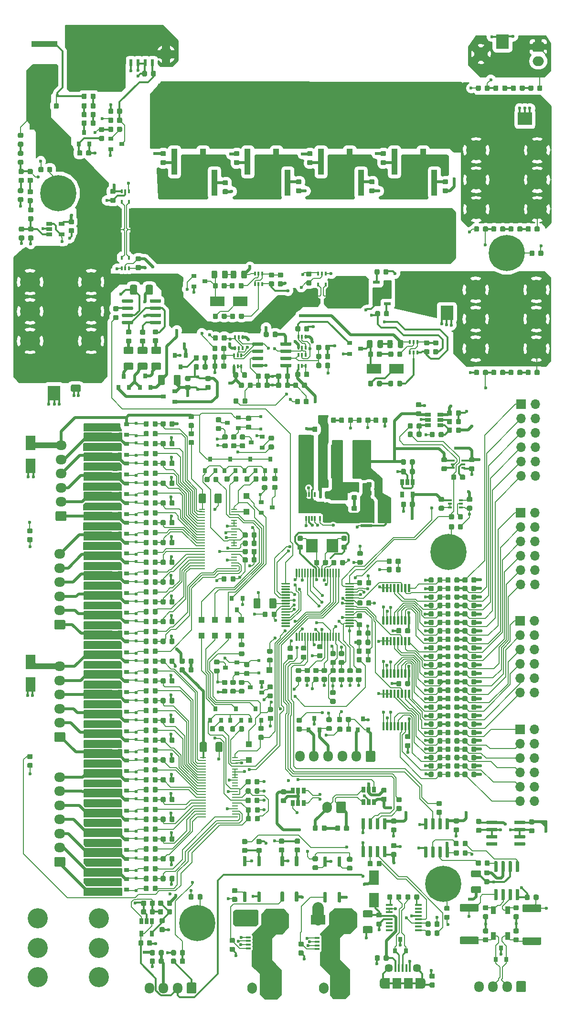
<source format=gbr>
G04 #@! TF.GenerationSoftware,KiCad,Pcbnew,(5.0.0-rc2-198-gb8bbb15aa)*
G04 #@! TF.CreationDate,2022-04-06T08:22:01-07:00*
G04 #@! TF.ProjectId,BMS_01,424D535F30312E6B696361645F706362,rev?*
G04 #@! TF.SameCoordinates,Original*
G04 #@! TF.FileFunction,Copper,L1,Top,Signal*
G04 #@! TF.FilePolarity,Positive*
%FSLAX46Y46*%
G04 Gerber Fmt 4.6, Leading zero omitted, Abs format (unit mm)*
G04 Created by KiCad (PCBNEW (5.0.0-rc2-198-gb8bbb15aa)) date 04/06/22 08:22:01*
%MOMM*%
%LPD*%
G01*
G04 APERTURE LIST*
G04 #@! TA.AperFunction,Conductor*
%ADD10C,0.100000*%
G04 #@! TD*
G04 #@! TA.AperFunction,ComponentPad*
%ADD11C,1.700000*%
G04 #@! TD*
G04 #@! TA.AperFunction,ComponentPad*
%ADD12O,1.700000X1.950000*%
G04 #@! TD*
G04 #@! TA.AperFunction,SMDPad,CuDef*
%ADD13R,1.100000X0.285000*%
G04 #@! TD*
G04 #@! TA.AperFunction,SMDPad,CuDef*
%ADD14R,10.800000X9.400000*%
G04 #@! TD*
G04 #@! TA.AperFunction,SMDPad,CuDef*
%ADD15R,1.100000X4.600000*%
G04 #@! TD*
G04 #@! TA.AperFunction,SMDPad,CuDef*
%ADD16C,0.875000*%
G04 #@! TD*
G04 #@! TA.AperFunction,SMDPad,CuDef*
%ADD17C,1.250000*%
G04 #@! TD*
G04 #@! TA.AperFunction,SMDPad,CuDef*
%ADD18R,2.500000X1.800000*%
G04 #@! TD*
G04 #@! TA.AperFunction,SMDPad,CuDef*
%ADD19R,1.800000X2.500000*%
G04 #@! TD*
G04 #@! TA.AperFunction,SMDPad,CuDef*
%ADD20R,2.300000X2.500000*%
G04 #@! TD*
G04 #@! TA.AperFunction,SMDPad,CuDef*
%ADD21R,2.500000X2.300000*%
G04 #@! TD*
G04 #@! TA.AperFunction,SMDPad,CuDef*
%ADD22R,0.500000X0.500000*%
G04 #@! TD*
G04 #@! TA.AperFunction,SMDPad,CuDef*
%ADD23R,0.800000X0.900000*%
G04 #@! TD*
G04 #@! TA.AperFunction,SMDPad,CuDef*
%ADD24R,3.810000X3.910000*%
G04 #@! TD*
G04 #@! TA.AperFunction,SMDPad,CuDef*
%ADD25R,1.020000X0.610000*%
G04 #@! TD*
G04 #@! TA.AperFunction,SMDPad,CuDef*
%ADD26R,1.270000X0.610000*%
G04 #@! TD*
G04 #@! TA.AperFunction,SMDPad,CuDef*
%ADD27C,0.600000*%
G04 #@! TD*
G04 #@! TA.AperFunction,SMDPad,CuDef*
%ADD28R,0.900000X0.800000*%
G04 #@! TD*
G04 #@! TA.AperFunction,SMDPad,CuDef*
%ADD29R,1.060000X0.650000*%
G04 #@! TD*
G04 #@! TA.AperFunction,SMDPad,CuDef*
%ADD30R,0.400000X0.650000*%
G04 #@! TD*
G04 #@! TA.AperFunction,SMDPad,CuDef*
%ADD31R,4.600000X1.100000*%
G04 #@! TD*
G04 #@! TA.AperFunction,SMDPad,CuDef*
%ADD32R,9.400000X10.800000*%
G04 #@! TD*
G04 #@! TA.AperFunction,SMDPad,CuDef*
%ADD33C,0.975000*%
G04 #@! TD*
G04 #@! TA.AperFunction,ComponentPad*
%ADD34C,2.400000*%
G04 #@! TD*
G04 #@! TA.AperFunction,ComponentPad*
%ADD35O,2.400000X2.400000*%
G04 #@! TD*
G04 #@! TA.AperFunction,SMDPad,CuDef*
%ADD36R,2.200000X0.700000*%
G04 #@! TD*
G04 #@! TA.AperFunction,SMDPad,CuDef*
%ADD37R,0.900000X1.350000*%
G04 #@! TD*
G04 #@! TA.AperFunction,SMDPad,CuDef*
%ADD38R,1.600000X5.900000*%
G04 #@! TD*
G04 #@! TA.AperFunction,Conductor*
%ADD39R,1.000000X0.500000*%
G04 #@! TD*
G04 #@! TA.AperFunction,Conductor*
%ADD40R,0.500000X0.500000*%
G04 #@! TD*
G04 #@! TA.AperFunction,SMDPad,CuDef*
%ADD41R,1.200000X0.400000*%
G04 #@! TD*
G04 #@! TA.AperFunction,SMDPad,CuDef*
%ADD42R,1.100000X1.100000*%
G04 #@! TD*
G04 #@! TA.AperFunction,SMDPad,CuDef*
%ADD43C,1.350000*%
G04 #@! TD*
G04 #@! TA.AperFunction,SMDPad,CuDef*
%ADD44R,1.000000X1.000000*%
G04 #@! TD*
G04 #@! TA.AperFunction,SMDPad,CuDef*
%ADD45R,0.650000X1.060000*%
G04 #@! TD*
G04 #@! TA.AperFunction,SMDPad,CuDef*
%ADD46R,2.845000X1.651000*%
G04 #@! TD*
G04 #@! TA.AperFunction,SMDPad,CuDef*
%ADD47R,0.305000X0.889000*%
G04 #@! TD*
G04 #@! TA.AperFunction,SMDPad,CuDef*
%ADD48R,2.000000X2.400000*%
G04 #@! TD*
G04 #@! TA.AperFunction,SMDPad,CuDef*
%ADD49R,1.500000X1.900000*%
G04 #@! TD*
G04 #@! TA.AperFunction,ComponentPad*
%ADD50C,1.450000*%
G04 #@! TD*
G04 #@! TA.AperFunction,SMDPad,CuDef*
%ADD51R,0.400000X1.350000*%
G04 #@! TD*
G04 #@! TA.AperFunction,ComponentPad*
%ADD52O,1.200000X1.900000*%
G04 #@! TD*
G04 #@! TA.AperFunction,SMDPad,CuDef*
%ADD53R,1.200000X1.900000*%
G04 #@! TD*
G04 #@! TA.AperFunction,ComponentPad*
%ADD54C,3.570000*%
G04 #@! TD*
G04 #@! TA.AperFunction,ComponentPad*
%ADD55O,1.950000X1.700000*%
G04 #@! TD*
G04 #@! TA.AperFunction,ComponentPad*
%ADD56O,1.700000X2.000000*%
G04 #@! TD*
G04 #@! TA.AperFunction,ComponentPad*
%ADD57O,2.000000X1.700000*%
G04 #@! TD*
G04 #@! TA.AperFunction,ComponentPad*
%ADD58R,1.700000X1.700000*%
G04 #@! TD*
G04 #@! TA.AperFunction,ComponentPad*
%ADD59O,1.700000X1.700000*%
G04 #@! TD*
G04 #@! TA.AperFunction,SMDPad,CuDef*
%ADD60R,0.650000X0.400000*%
G04 #@! TD*
G04 #@! TA.AperFunction,SMDPad,CuDef*
%ADD61R,2.800000X3.400000*%
G04 #@! TD*
G04 #@! TA.AperFunction,ComponentPad*
%ADD62C,0.800000*%
G04 #@! TD*
G04 #@! TA.AperFunction,ComponentPad*
%ADD63C,6.400000*%
G04 #@! TD*
G04 #@! TA.AperFunction,SMDPad,CuDef*
%ADD64R,0.610000X1.270000*%
G04 #@! TD*
G04 #@! TA.AperFunction,SMDPad,CuDef*
%ADD65R,0.610000X1.020000*%
G04 #@! TD*
G04 #@! TA.AperFunction,SMDPad,CuDef*
%ADD66R,3.910000X3.810000*%
G04 #@! TD*
G04 #@! TA.AperFunction,SMDPad,CuDef*
%ADD67R,0.830000X0.400000*%
G04 #@! TD*
G04 #@! TA.AperFunction,SMDPad,CuDef*
%ADD68C,1.850000*%
G04 #@! TD*
G04 #@! TA.AperFunction,SMDPad,CuDef*
%ADD69C,0.300000*%
G04 #@! TD*
G04 #@! TA.AperFunction,SMDPad,CuDef*
%ADD70C,0.400000*%
G04 #@! TD*
G04 #@! TA.AperFunction,ViaPad*
%ADD71C,0.600000*%
G04 #@! TD*
G04 #@! TA.AperFunction,Conductor*
%ADD72C,0.300000*%
G04 #@! TD*
G04 #@! TA.AperFunction,Conductor*
%ADD73C,0.500000*%
G04 #@! TD*
G04 #@! TA.AperFunction,Conductor*
%ADD74C,0.200000*%
G04 #@! TD*
G04 #@! TA.AperFunction,Conductor*
%ADD75C,0.250000*%
G04 #@! TD*
G04 #@! TA.AperFunction,Conductor*
%ADD76C,1.000000*%
G04 #@! TD*
G04 #@! TA.AperFunction,Conductor*
%ADD77C,2.000000*%
G04 #@! TD*
G04 #@! TA.AperFunction,Conductor*
%ADD78C,0.800000*%
G04 #@! TD*
G04 #@! TA.AperFunction,Conductor*
%ADD79C,0.254000*%
G04 #@! TD*
G04 #@! TA.AperFunction,Conductor*
%ADD80C,0.600000*%
G04 #@! TD*
G04 APERTURE END LIST*
D10*
G04 #@! TO.N,nRESET*
G04 #@! TO.C,J13*
G36*
X86855504Y-144426204D02*
X86879773Y-144429804D01*
X86903571Y-144435765D01*
X86926671Y-144444030D01*
X86948849Y-144454520D01*
X86969893Y-144467133D01*
X86989598Y-144481747D01*
X87007777Y-144498223D01*
X87024253Y-144516402D01*
X87038867Y-144536107D01*
X87051480Y-144557151D01*
X87061970Y-144579329D01*
X87070235Y-144602429D01*
X87076196Y-144626227D01*
X87079796Y-144650496D01*
X87081000Y-144675000D01*
X87081000Y-146125000D01*
X87079796Y-146149504D01*
X87076196Y-146173773D01*
X87070235Y-146197571D01*
X87061970Y-146220671D01*
X87051480Y-146242849D01*
X87038867Y-146263893D01*
X87024253Y-146283598D01*
X87007777Y-146301777D01*
X86989598Y-146318253D01*
X86969893Y-146332867D01*
X86948849Y-146345480D01*
X86926671Y-146355970D01*
X86903571Y-146364235D01*
X86879773Y-146370196D01*
X86855504Y-146373796D01*
X86831000Y-146375000D01*
X85631000Y-146375000D01*
X85606496Y-146373796D01*
X85582227Y-146370196D01*
X85558429Y-146364235D01*
X85535329Y-146355970D01*
X85513151Y-146345480D01*
X85492107Y-146332867D01*
X85472402Y-146318253D01*
X85454223Y-146301777D01*
X85437747Y-146283598D01*
X85423133Y-146263893D01*
X85410520Y-146242849D01*
X85400030Y-146220671D01*
X85391765Y-146197571D01*
X85385804Y-146173773D01*
X85382204Y-146149504D01*
X85381000Y-146125000D01*
X85381000Y-144675000D01*
X85382204Y-144650496D01*
X85385804Y-144626227D01*
X85391765Y-144602429D01*
X85400030Y-144579329D01*
X85410520Y-144557151D01*
X85423133Y-144536107D01*
X85437747Y-144516402D01*
X85454223Y-144498223D01*
X85472402Y-144481747D01*
X85492107Y-144467133D01*
X85513151Y-144454520D01*
X85535329Y-144444030D01*
X85558429Y-144435765D01*
X85582227Y-144429804D01*
X85606496Y-144426204D01*
X85631000Y-144425000D01*
X86831000Y-144425000D01*
X86855504Y-144426204D01*
X86855504Y-144426204D01*
G37*
D11*
G04 #@! TD*
G04 #@! TO.P,J13,1*
G04 #@! TO.N,nRESET*
X86231000Y-145400000D03*
D12*
G04 #@! TO.P,J13,2*
G04 #@! TO.N,+3V3*
X83731000Y-145400000D03*
G04 #@! TO.P,J13,3*
G04 #@! TO.N,GND*
X81231000Y-145400000D03*
G04 #@! TO.P,J13,4*
G04 #@! TO.N,Net-(D28-Pad3)*
X78731000Y-145400000D03*
G04 #@! TO.P,J13,5*
G04 #@! TO.N,Net-(D28-Pad2)*
X76231000Y-145400000D03*
G04 #@! TO.P,J13,6*
G04 #@! TO.N,N/C*
X73731000Y-145400000D03*
G04 #@! TD*
D13*
G04 #@! TO.P,U11,1*
G04 #@! TO.N,Net-(C43-Pad2)*
X56375000Y-101650000D03*
G04 #@! TO.P,U11,2*
G04 #@! TO.N,/TopLevel/Stack_2/Bank_12/C*
X56375000Y-102150000D03*
G04 #@! TO.P,U11,3*
G04 #@! TO.N,/TopLevel/Stack_2/Bank_12/S*
X56375000Y-102650000D03*
G04 #@! TO.P,U11,4*
G04 #@! TO.N,/TopLevel/Stack_2/Bank_11/C*
X56375000Y-103150000D03*
G04 #@! TO.P,U11,5*
G04 #@! TO.N,/TopLevel/Stack_2/Bank_11/S*
X56375000Y-103650000D03*
G04 #@! TO.P,U11,6*
G04 #@! TO.N,/TopLevel/Stack_2/Bank_10/C*
X56375000Y-104150000D03*
G04 #@! TO.P,U11,7*
G04 #@! TO.N,/TopLevel/Stack_2/Bank_10/S*
X56375000Y-104650000D03*
G04 #@! TO.P,U11,8*
G04 #@! TO.N,/TopLevel/Stack_2/Bank_9/C*
X56375000Y-105150000D03*
G04 #@! TO.P,U11,9*
G04 #@! TO.N,/TopLevel/Stack_2/Bank_9/S*
X56375000Y-105650000D03*
G04 #@! TO.P,U11,10*
G04 #@! TO.N,/TopLevel/Stack_2/Bank_8/C*
X56375000Y-106150000D03*
G04 #@! TO.P,U11,11*
G04 #@! TO.N,/TopLevel/Stack_2/Bank_8/S*
X56375000Y-106650000D03*
G04 #@! TO.P,U11,12*
G04 #@! TO.N,/TopLevel/Stack_2/Bank_7/C*
X56375000Y-107150000D03*
G04 #@! TO.P,U11,13*
G04 #@! TO.N,/TopLevel/Stack_2/Bank_7/S*
X56375000Y-107650000D03*
G04 #@! TO.P,U11,14*
G04 #@! TO.N,/TopLevel/Stack_2/Bank_6/C*
X56375000Y-108150000D03*
G04 #@! TO.P,U11,15*
G04 #@! TO.N,/TopLevel/Stack_2/Bank_6/S*
X56375000Y-108650000D03*
G04 #@! TO.P,U11,16*
G04 #@! TO.N,/TopLevel/Stack_2/Bank_5/C*
X56375000Y-109150000D03*
G04 #@! TO.P,U11,17*
G04 #@! TO.N,/TopLevel/Stack_2/Bank_5/S*
X56375000Y-109650000D03*
G04 #@! TO.P,U11,18*
G04 #@! TO.N,/TopLevel/Stack_2/Bank_4/C*
X56375000Y-110150000D03*
G04 #@! TO.P,U11,19*
G04 #@! TO.N,/TopLevel/Stack_2/Bank_4/S*
X56375000Y-110650000D03*
G04 #@! TO.P,U11,23*
G04 #@! TO.N,/TopLevel/Stack_2/Bank_2/S*
X62075000Y-112150000D03*
G04 #@! TO.P,U11,24*
G04 #@! TO.N,/TopLevel/Stack_2/Bank_1/C*
X62075000Y-111650000D03*
G04 #@! TO.P,U11,25*
G04 #@! TO.N,/TopLevel/Stack_2/Bank_1/S*
X62075000Y-111150000D03*
G04 #@! TO.P,U11,26*
G04 #@! TO.N,BANK_12*
X62075000Y-110650000D03*
G04 #@! TO.P,U11,27*
G04 #@! TO.N,N/C*
X62075000Y-110150000D03*
G04 #@! TO.P,U11,28*
G04 #@! TO.N,Net-(C27-Pad1)*
X62075000Y-109650000D03*
G04 #@! TO.P,U11,29*
G04 #@! TO.N,Net-(C30-Pad1)*
X62075000Y-109150000D03*
G04 #@! TO.P,U11,30*
G04 #@! TO.N,/TopLevel/Stack_2/Vref*
X62075000Y-108650000D03*
G04 #@! TO.P,U11,31*
G04 #@! TO.N,/TopLevel/vreg_s2*
X62075000Y-108150000D03*
G04 #@! TO.P,U11,32*
X62075000Y-107650000D03*
G04 #@! TO.P,U11,33*
X62075000Y-107150000D03*
G04 #@! TO.P,U11,34*
G04 #@! TO.N,/TopLevel/wd_s2*
X62075000Y-106650000D03*
G04 #@! TO.P,U11,35*
G04 #@! TO.N,N/C*
X62075000Y-106150000D03*
G04 #@! TO.P,U11,36*
G04 #@! TO.N,Net-(R73-Pad2)*
X62075000Y-105650000D03*
G04 #@! TO.P,U11,37*
G04 #@! TO.N,/TopLevel/vreg_s2*
X62075000Y-105150000D03*
G04 #@! TO.P,U11,38*
G04 #@! TO.N,BANK_12*
X62075000Y-104650000D03*
G04 #@! TO.P,U11,20*
G04 #@! TO.N,/TopLevel/Stack_2/Bank_3/C*
X56375000Y-111150000D03*
G04 #@! TO.P,U11,21*
G04 #@! TO.N,/TopLevel/Stack_2/Bank_3/S*
X56375000Y-111650000D03*
G04 #@! TO.P,U11,22*
G04 #@! TO.N,/TopLevel/Stack_2/Bank_2/C*
X56375000Y-112150000D03*
G04 #@! TO.P,U11,39*
G04 #@! TO.N,BANK_12*
X62075000Y-104150000D03*
G04 #@! TO.P,U11,40*
X62075000Y-103650000D03*
G04 #@! TO.P,U11,41*
G04 #@! TO.N,/TopLevel/Stack_2/SCKL*
X62075000Y-103150000D03*
G04 #@! TO.P,U11,42*
G04 #@! TO.N,/TopLevel/Stack_2/SDI*
X62075000Y-102650000D03*
G04 #@! TO.P,U11,43*
G04 #@! TO.N,Net-(D34-Pad1)*
X62075000Y-102150000D03*
G04 #@! TO.P,U11,44*
G04 #@! TO.N,/TopLevel/Stack_2/CSBI*
X62075000Y-101650000D03*
G04 #@! TD*
D14*
G04 #@! TO.P,Q47,2*
G04 #@! TO.N,/TopLevel/ChargerAndDCDC/HV_ev_shunt*
X69000000Y-53000000D03*
D15*
G04 #@! TO.P,Q47,3*
G04 #@! TO.N,/TopLevel/ChargerAndDCDC/HV_ev_source*
X66460000Y-43850000D03*
G04 #@! TO.P,Q47,1*
G04 #@! TO.N,Net-(Q47-Pad1)*
X71540000Y-43850000D03*
G04 #@! TD*
D10*
G04 #@! TO.N,Net-(C119-Pad2)*
G04 #@! TO.C,C119*
G36*
X57722691Y-78086053D02*
X57743926Y-78089203D01*
X57764750Y-78094419D01*
X57784962Y-78101651D01*
X57804368Y-78110830D01*
X57822781Y-78121866D01*
X57840024Y-78134654D01*
X57855930Y-78149070D01*
X57870346Y-78164976D01*
X57883134Y-78182219D01*
X57894170Y-78200632D01*
X57903349Y-78220038D01*
X57910581Y-78240250D01*
X57915797Y-78261074D01*
X57918947Y-78282309D01*
X57920000Y-78303750D01*
X57920000Y-78741250D01*
X57918947Y-78762691D01*
X57915797Y-78783926D01*
X57910581Y-78804750D01*
X57903349Y-78824962D01*
X57894170Y-78844368D01*
X57883134Y-78862781D01*
X57870346Y-78880024D01*
X57855930Y-78895930D01*
X57840024Y-78910346D01*
X57822781Y-78923134D01*
X57804368Y-78934170D01*
X57784962Y-78943349D01*
X57764750Y-78950581D01*
X57743926Y-78955797D01*
X57722691Y-78958947D01*
X57701250Y-78960000D01*
X57188750Y-78960000D01*
X57167309Y-78958947D01*
X57146074Y-78955797D01*
X57125250Y-78950581D01*
X57105038Y-78943349D01*
X57085632Y-78934170D01*
X57067219Y-78923134D01*
X57049976Y-78910346D01*
X57034070Y-78895930D01*
X57019654Y-78880024D01*
X57006866Y-78862781D01*
X56995830Y-78844368D01*
X56986651Y-78824962D01*
X56979419Y-78804750D01*
X56974203Y-78783926D01*
X56971053Y-78762691D01*
X56970000Y-78741250D01*
X56970000Y-78303750D01*
X56971053Y-78282309D01*
X56974203Y-78261074D01*
X56979419Y-78240250D01*
X56986651Y-78220038D01*
X56995830Y-78200632D01*
X57006866Y-78182219D01*
X57019654Y-78164976D01*
X57034070Y-78149070D01*
X57049976Y-78134654D01*
X57067219Y-78121866D01*
X57085632Y-78110830D01*
X57105038Y-78101651D01*
X57125250Y-78094419D01*
X57146074Y-78089203D01*
X57167309Y-78086053D01*
X57188750Y-78085000D01*
X57701250Y-78085000D01*
X57722691Y-78086053D01*
X57722691Y-78086053D01*
G37*
D16*
G04 #@! TD*
G04 #@! TO.P,C119,2*
G04 #@! TO.N,Net-(C119-Pad2)*
X57445000Y-78522500D03*
D10*
G04 #@! TO.N,+BATT*
G04 #@! TO.C,C119*
G36*
X57722691Y-79661053D02*
X57743926Y-79664203D01*
X57764750Y-79669419D01*
X57784962Y-79676651D01*
X57804368Y-79685830D01*
X57822781Y-79696866D01*
X57840024Y-79709654D01*
X57855930Y-79724070D01*
X57870346Y-79739976D01*
X57883134Y-79757219D01*
X57894170Y-79775632D01*
X57903349Y-79795038D01*
X57910581Y-79815250D01*
X57915797Y-79836074D01*
X57918947Y-79857309D01*
X57920000Y-79878750D01*
X57920000Y-80316250D01*
X57918947Y-80337691D01*
X57915797Y-80358926D01*
X57910581Y-80379750D01*
X57903349Y-80399962D01*
X57894170Y-80419368D01*
X57883134Y-80437781D01*
X57870346Y-80455024D01*
X57855930Y-80470930D01*
X57840024Y-80485346D01*
X57822781Y-80498134D01*
X57804368Y-80509170D01*
X57784962Y-80518349D01*
X57764750Y-80525581D01*
X57743926Y-80530797D01*
X57722691Y-80533947D01*
X57701250Y-80535000D01*
X57188750Y-80535000D01*
X57167309Y-80533947D01*
X57146074Y-80530797D01*
X57125250Y-80525581D01*
X57105038Y-80518349D01*
X57085632Y-80509170D01*
X57067219Y-80498134D01*
X57049976Y-80485346D01*
X57034070Y-80470930D01*
X57019654Y-80455024D01*
X57006866Y-80437781D01*
X56995830Y-80419368D01*
X56986651Y-80399962D01*
X56979419Y-80379750D01*
X56974203Y-80358926D01*
X56971053Y-80337691D01*
X56970000Y-80316250D01*
X56970000Y-79878750D01*
X56971053Y-79857309D01*
X56974203Y-79836074D01*
X56979419Y-79815250D01*
X56986651Y-79795038D01*
X56995830Y-79775632D01*
X57006866Y-79757219D01*
X57019654Y-79739976D01*
X57034070Y-79724070D01*
X57049976Y-79709654D01*
X57067219Y-79696866D01*
X57085632Y-79685830D01*
X57105038Y-79676651D01*
X57125250Y-79669419D01*
X57146074Y-79664203D01*
X57167309Y-79661053D01*
X57188750Y-79660000D01*
X57701250Y-79660000D01*
X57722691Y-79661053D01*
X57722691Y-79661053D01*
G37*
D16*
G04 #@! TD*
G04 #@! TO.P,C119,1*
G04 #@! TO.N,+BATT*
X57445000Y-80097500D03*
D10*
G04 #@! TO.N,EV_CHARGER_CURRENT_AI*
G04 #@! TO.C,C120*
G36*
X79869691Y-129798053D02*
X79890926Y-129801203D01*
X79911750Y-129806419D01*
X79931962Y-129813651D01*
X79951368Y-129822830D01*
X79969781Y-129833866D01*
X79987024Y-129846654D01*
X80002930Y-129861070D01*
X80017346Y-129876976D01*
X80030134Y-129894219D01*
X80041170Y-129912632D01*
X80050349Y-129932038D01*
X80057581Y-129952250D01*
X80062797Y-129973074D01*
X80065947Y-129994309D01*
X80067000Y-130015750D01*
X80067000Y-130453250D01*
X80065947Y-130474691D01*
X80062797Y-130495926D01*
X80057581Y-130516750D01*
X80050349Y-130536962D01*
X80041170Y-130556368D01*
X80030134Y-130574781D01*
X80017346Y-130592024D01*
X80002930Y-130607930D01*
X79987024Y-130622346D01*
X79969781Y-130635134D01*
X79951368Y-130646170D01*
X79931962Y-130655349D01*
X79911750Y-130662581D01*
X79890926Y-130667797D01*
X79869691Y-130670947D01*
X79848250Y-130672000D01*
X79335750Y-130672000D01*
X79314309Y-130670947D01*
X79293074Y-130667797D01*
X79272250Y-130662581D01*
X79252038Y-130655349D01*
X79232632Y-130646170D01*
X79214219Y-130635134D01*
X79196976Y-130622346D01*
X79181070Y-130607930D01*
X79166654Y-130592024D01*
X79153866Y-130574781D01*
X79142830Y-130556368D01*
X79133651Y-130536962D01*
X79126419Y-130516750D01*
X79121203Y-130495926D01*
X79118053Y-130474691D01*
X79117000Y-130453250D01*
X79117000Y-130015750D01*
X79118053Y-129994309D01*
X79121203Y-129973074D01*
X79126419Y-129952250D01*
X79133651Y-129932038D01*
X79142830Y-129912632D01*
X79153866Y-129894219D01*
X79166654Y-129876976D01*
X79181070Y-129861070D01*
X79196976Y-129846654D01*
X79214219Y-129833866D01*
X79232632Y-129822830D01*
X79252038Y-129813651D01*
X79272250Y-129806419D01*
X79293074Y-129801203D01*
X79314309Y-129798053D01*
X79335750Y-129797000D01*
X79848250Y-129797000D01*
X79869691Y-129798053D01*
X79869691Y-129798053D01*
G37*
D16*
G04 #@! TD*
G04 #@! TO.P,C120,1*
G04 #@! TO.N,EV_CHARGER_CURRENT_AI*
X79592000Y-130234500D03*
D10*
G04 #@! TO.N,GND*
G04 #@! TO.C,C120*
G36*
X79869691Y-131373053D02*
X79890926Y-131376203D01*
X79911750Y-131381419D01*
X79931962Y-131388651D01*
X79951368Y-131397830D01*
X79969781Y-131408866D01*
X79987024Y-131421654D01*
X80002930Y-131436070D01*
X80017346Y-131451976D01*
X80030134Y-131469219D01*
X80041170Y-131487632D01*
X80050349Y-131507038D01*
X80057581Y-131527250D01*
X80062797Y-131548074D01*
X80065947Y-131569309D01*
X80067000Y-131590750D01*
X80067000Y-132028250D01*
X80065947Y-132049691D01*
X80062797Y-132070926D01*
X80057581Y-132091750D01*
X80050349Y-132111962D01*
X80041170Y-132131368D01*
X80030134Y-132149781D01*
X80017346Y-132167024D01*
X80002930Y-132182930D01*
X79987024Y-132197346D01*
X79969781Y-132210134D01*
X79951368Y-132221170D01*
X79931962Y-132230349D01*
X79911750Y-132237581D01*
X79890926Y-132242797D01*
X79869691Y-132245947D01*
X79848250Y-132247000D01*
X79335750Y-132247000D01*
X79314309Y-132245947D01*
X79293074Y-132242797D01*
X79272250Y-132237581D01*
X79252038Y-132230349D01*
X79232632Y-132221170D01*
X79214219Y-132210134D01*
X79196976Y-132197346D01*
X79181070Y-132182930D01*
X79166654Y-132167024D01*
X79153866Y-132149781D01*
X79142830Y-132131368D01*
X79133651Y-132111962D01*
X79126419Y-132091750D01*
X79121203Y-132070926D01*
X79118053Y-132049691D01*
X79117000Y-132028250D01*
X79117000Y-131590750D01*
X79118053Y-131569309D01*
X79121203Y-131548074D01*
X79126419Y-131527250D01*
X79133651Y-131507038D01*
X79142830Y-131487632D01*
X79153866Y-131469219D01*
X79166654Y-131451976D01*
X79181070Y-131436070D01*
X79196976Y-131421654D01*
X79214219Y-131408866D01*
X79232632Y-131397830D01*
X79252038Y-131388651D01*
X79272250Y-131381419D01*
X79293074Y-131376203D01*
X79314309Y-131373053D01*
X79335750Y-131372000D01*
X79848250Y-131372000D01*
X79869691Y-131373053D01*
X79869691Y-131373053D01*
G37*
D16*
G04 #@! TD*
G04 #@! TO.P,C120,2*
G04 #@! TO.N,GND*
X79592000Y-131809500D03*
D10*
G04 #@! TO.N,GND*
G04 #@! TO.C,C122*
G36*
X45352691Y-56876053D02*
X45373926Y-56879203D01*
X45394750Y-56884419D01*
X45414962Y-56891651D01*
X45434368Y-56900830D01*
X45452781Y-56911866D01*
X45470024Y-56924654D01*
X45485930Y-56939070D01*
X45500346Y-56954976D01*
X45513134Y-56972219D01*
X45524170Y-56990632D01*
X45533349Y-57010038D01*
X45540581Y-57030250D01*
X45545797Y-57051074D01*
X45548947Y-57072309D01*
X45550000Y-57093750D01*
X45550000Y-57531250D01*
X45548947Y-57552691D01*
X45545797Y-57573926D01*
X45540581Y-57594750D01*
X45533349Y-57614962D01*
X45524170Y-57634368D01*
X45513134Y-57652781D01*
X45500346Y-57670024D01*
X45485930Y-57685930D01*
X45470024Y-57700346D01*
X45452781Y-57713134D01*
X45434368Y-57724170D01*
X45414962Y-57733349D01*
X45394750Y-57740581D01*
X45373926Y-57745797D01*
X45352691Y-57748947D01*
X45331250Y-57750000D01*
X44818750Y-57750000D01*
X44797309Y-57748947D01*
X44776074Y-57745797D01*
X44755250Y-57740581D01*
X44735038Y-57733349D01*
X44715632Y-57724170D01*
X44697219Y-57713134D01*
X44679976Y-57700346D01*
X44664070Y-57685930D01*
X44649654Y-57670024D01*
X44636866Y-57652781D01*
X44625830Y-57634368D01*
X44616651Y-57614962D01*
X44609419Y-57594750D01*
X44604203Y-57573926D01*
X44601053Y-57552691D01*
X44600000Y-57531250D01*
X44600000Y-57093750D01*
X44601053Y-57072309D01*
X44604203Y-57051074D01*
X44609419Y-57030250D01*
X44616651Y-57010038D01*
X44625830Y-56990632D01*
X44636866Y-56972219D01*
X44649654Y-56954976D01*
X44664070Y-56939070D01*
X44679976Y-56924654D01*
X44697219Y-56911866D01*
X44715632Y-56900830D01*
X44735038Y-56891651D01*
X44755250Y-56884419D01*
X44776074Y-56879203D01*
X44797309Y-56876053D01*
X44818750Y-56875000D01*
X45331250Y-56875000D01*
X45352691Y-56876053D01*
X45352691Y-56876053D01*
G37*
D16*
G04 #@! TD*
G04 #@! TO.P,C122,2*
G04 #@! TO.N,GND*
X45075000Y-57312500D03*
D10*
G04 #@! TO.N,+5VA*
G04 #@! TO.C,C122*
G36*
X45352691Y-58451053D02*
X45373926Y-58454203D01*
X45394750Y-58459419D01*
X45414962Y-58466651D01*
X45434368Y-58475830D01*
X45452781Y-58486866D01*
X45470024Y-58499654D01*
X45485930Y-58514070D01*
X45500346Y-58529976D01*
X45513134Y-58547219D01*
X45524170Y-58565632D01*
X45533349Y-58585038D01*
X45540581Y-58605250D01*
X45545797Y-58626074D01*
X45548947Y-58647309D01*
X45550000Y-58668750D01*
X45550000Y-59106250D01*
X45548947Y-59127691D01*
X45545797Y-59148926D01*
X45540581Y-59169750D01*
X45533349Y-59189962D01*
X45524170Y-59209368D01*
X45513134Y-59227781D01*
X45500346Y-59245024D01*
X45485930Y-59260930D01*
X45470024Y-59275346D01*
X45452781Y-59288134D01*
X45434368Y-59299170D01*
X45414962Y-59308349D01*
X45394750Y-59315581D01*
X45373926Y-59320797D01*
X45352691Y-59323947D01*
X45331250Y-59325000D01*
X44818750Y-59325000D01*
X44797309Y-59323947D01*
X44776074Y-59320797D01*
X44755250Y-59315581D01*
X44735038Y-59308349D01*
X44715632Y-59299170D01*
X44697219Y-59288134D01*
X44679976Y-59275346D01*
X44664070Y-59260930D01*
X44649654Y-59245024D01*
X44636866Y-59227781D01*
X44625830Y-59209368D01*
X44616651Y-59189962D01*
X44609419Y-59169750D01*
X44604203Y-59148926D01*
X44601053Y-59127691D01*
X44600000Y-59106250D01*
X44600000Y-58668750D01*
X44601053Y-58647309D01*
X44604203Y-58626074D01*
X44609419Y-58605250D01*
X44616651Y-58585038D01*
X44625830Y-58565632D01*
X44636866Y-58547219D01*
X44649654Y-58529976D01*
X44664070Y-58514070D01*
X44679976Y-58499654D01*
X44697219Y-58486866D01*
X44715632Y-58475830D01*
X44735038Y-58466651D01*
X44755250Y-58459419D01*
X44776074Y-58454203D01*
X44797309Y-58451053D01*
X44818750Y-58450000D01*
X45331250Y-58450000D01*
X45352691Y-58451053D01*
X45352691Y-58451053D01*
G37*
D16*
G04 #@! TD*
G04 #@! TO.P,C122,1*
G04 #@! TO.N,+5VA*
X45075000Y-58887500D03*
D10*
G04 #@! TO.N,+3.3VA*
G04 #@! TO.C,C123*
G36*
X33488691Y-50342553D02*
X33509926Y-50345703D01*
X33530750Y-50350919D01*
X33550962Y-50358151D01*
X33570368Y-50367330D01*
X33588781Y-50378366D01*
X33606024Y-50391154D01*
X33621930Y-50405570D01*
X33636346Y-50421476D01*
X33649134Y-50438719D01*
X33660170Y-50457132D01*
X33669349Y-50476538D01*
X33676581Y-50496750D01*
X33681797Y-50517574D01*
X33684947Y-50538809D01*
X33686000Y-50560250D01*
X33686000Y-50997750D01*
X33684947Y-51019191D01*
X33681797Y-51040426D01*
X33676581Y-51061250D01*
X33669349Y-51081462D01*
X33660170Y-51100868D01*
X33649134Y-51119281D01*
X33636346Y-51136524D01*
X33621930Y-51152430D01*
X33606024Y-51166846D01*
X33588781Y-51179634D01*
X33570368Y-51190670D01*
X33550962Y-51199849D01*
X33530750Y-51207081D01*
X33509926Y-51212297D01*
X33488691Y-51215447D01*
X33467250Y-51216500D01*
X32954750Y-51216500D01*
X32933309Y-51215447D01*
X32912074Y-51212297D01*
X32891250Y-51207081D01*
X32871038Y-51199849D01*
X32851632Y-51190670D01*
X32833219Y-51179634D01*
X32815976Y-51166846D01*
X32800070Y-51152430D01*
X32785654Y-51136524D01*
X32772866Y-51119281D01*
X32761830Y-51100868D01*
X32752651Y-51081462D01*
X32745419Y-51061250D01*
X32740203Y-51040426D01*
X32737053Y-51019191D01*
X32736000Y-50997750D01*
X32736000Y-50560250D01*
X32737053Y-50538809D01*
X32740203Y-50517574D01*
X32745419Y-50496750D01*
X32752651Y-50476538D01*
X32761830Y-50457132D01*
X32772866Y-50438719D01*
X32785654Y-50421476D01*
X32800070Y-50405570D01*
X32815976Y-50391154D01*
X32833219Y-50378366D01*
X32851632Y-50367330D01*
X32871038Y-50358151D01*
X32891250Y-50350919D01*
X32912074Y-50345703D01*
X32933309Y-50342553D01*
X32954750Y-50341500D01*
X33467250Y-50341500D01*
X33488691Y-50342553D01*
X33488691Y-50342553D01*
G37*
D16*
G04 #@! TD*
G04 #@! TO.P,C123,1*
G04 #@! TO.N,+3.3VA*
X33211000Y-50779000D03*
D10*
G04 #@! TO.N,GND*
G04 #@! TO.C,C123*
G36*
X33488691Y-51917553D02*
X33509926Y-51920703D01*
X33530750Y-51925919D01*
X33550962Y-51933151D01*
X33570368Y-51942330D01*
X33588781Y-51953366D01*
X33606024Y-51966154D01*
X33621930Y-51980570D01*
X33636346Y-51996476D01*
X33649134Y-52013719D01*
X33660170Y-52032132D01*
X33669349Y-52051538D01*
X33676581Y-52071750D01*
X33681797Y-52092574D01*
X33684947Y-52113809D01*
X33686000Y-52135250D01*
X33686000Y-52572750D01*
X33684947Y-52594191D01*
X33681797Y-52615426D01*
X33676581Y-52636250D01*
X33669349Y-52656462D01*
X33660170Y-52675868D01*
X33649134Y-52694281D01*
X33636346Y-52711524D01*
X33621930Y-52727430D01*
X33606024Y-52741846D01*
X33588781Y-52754634D01*
X33570368Y-52765670D01*
X33550962Y-52774849D01*
X33530750Y-52782081D01*
X33509926Y-52787297D01*
X33488691Y-52790447D01*
X33467250Y-52791500D01*
X32954750Y-52791500D01*
X32933309Y-52790447D01*
X32912074Y-52787297D01*
X32891250Y-52782081D01*
X32871038Y-52774849D01*
X32851632Y-52765670D01*
X32833219Y-52754634D01*
X32815976Y-52741846D01*
X32800070Y-52727430D01*
X32785654Y-52711524D01*
X32772866Y-52694281D01*
X32761830Y-52675868D01*
X32752651Y-52656462D01*
X32745419Y-52636250D01*
X32740203Y-52615426D01*
X32737053Y-52594191D01*
X32736000Y-52572750D01*
X32736000Y-52135250D01*
X32737053Y-52113809D01*
X32740203Y-52092574D01*
X32745419Y-52071750D01*
X32752651Y-52051538D01*
X32761830Y-52032132D01*
X32772866Y-52013719D01*
X32785654Y-51996476D01*
X32800070Y-51980570D01*
X32815976Y-51966154D01*
X32833219Y-51953366D01*
X32851632Y-51942330D01*
X32871038Y-51933151D01*
X32891250Y-51925919D01*
X32912074Y-51920703D01*
X32933309Y-51917553D01*
X32954750Y-51916500D01*
X33467250Y-51916500D01*
X33488691Y-51917553D01*
X33488691Y-51917553D01*
G37*
D16*
G04 #@! TD*
G04 #@! TO.P,C123,2*
G04 #@! TO.N,GND*
X33211000Y-52354000D03*
D10*
G04 #@! TO.N,GND*
G04 #@! TO.C,C127*
G36*
X40852691Y-46538553D02*
X40873926Y-46541703D01*
X40894750Y-46546919D01*
X40914962Y-46554151D01*
X40934368Y-46563330D01*
X40952781Y-46574366D01*
X40970024Y-46587154D01*
X40985930Y-46601570D01*
X41000346Y-46617476D01*
X41013134Y-46634719D01*
X41024170Y-46653132D01*
X41033349Y-46672538D01*
X41040581Y-46692750D01*
X41045797Y-46713574D01*
X41048947Y-46734809D01*
X41050000Y-46756250D01*
X41050000Y-47193750D01*
X41048947Y-47215191D01*
X41045797Y-47236426D01*
X41040581Y-47257250D01*
X41033349Y-47277462D01*
X41024170Y-47296868D01*
X41013134Y-47315281D01*
X41000346Y-47332524D01*
X40985930Y-47348430D01*
X40970024Y-47362846D01*
X40952781Y-47375634D01*
X40934368Y-47386670D01*
X40914962Y-47395849D01*
X40894750Y-47403081D01*
X40873926Y-47408297D01*
X40852691Y-47411447D01*
X40831250Y-47412500D01*
X40318750Y-47412500D01*
X40297309Y-47411447D01*
X40276074Y-47408297D01*
X40255250Y-47403081D01*
X40235038Y-47395849D01*
X40215632Y-47386670D01*
X40197219Y-47375634D01*
X40179976Y-47362846D01*
X40164070Y-47348430D01*
X40149654Y-47332524D01*
X40136866Y-47315281D01*
X40125830Y-47296868D01*
X40116651Y-47277462D01*
X40109419Y-47257250D01*
X40104203Y-47236426D01*
X40101053Y-47215191D01*
X40100000Y-47193750D01*
X40100000Y-46756250D01*
X40101053Y-46734809D01*
X40104203Y-46713574D01*
X40109419Y-46692750D01*
X40116651Y-46672538D01*
X40125830Y-46653132D01*
X40136866Y-46634719D01*
X40149654Y-46617476D01*
X40164070Y-46601570D01*
X40179976Y-46587154D01*
X40197219Y-46574366D01*
X40215632Y-46563330D01*
X40235038Y-46554151D01*
X40255250Y-46546919D01*
X40276074Y-46541703D01*
X40297309Y-46538553D01*
X40318750Y-46537500D01*
X40831250Y-46537500D01*
X40852691Y-46538553D01*
X40852691Y-46538553D01*
G37*
D16*
G04 #@! TD*
G04 #@! TO.P,C127,2*
G04 #@! TO.N,GND*
X40575000Y-46975000D03*
D10*
G04 #@! TO.N,+5VA*
G04 #@! TO.C,C127*
G36*
X40852691Y-44963553D02*
X40873926Y-44966703D01*
X40894750Y-44971919D01*
X40914962Y-44979151D01*
X40934368Y-44988330D01*
X40952781Y-44999366D01*
X40970024Y-45012154D01*
X40985930Y-45026570D01*
X41000346Y-45042476D01*
X41013134Y-45059719D01*
X41024170Y-45078132D01*
X41033349Y-45097538D01*
X41040581Y-45117750D01*
X41045797Y-45138574D01*
X41048947Y-45159809D01*
X41050000Y-45181250D01*
X41050000Y-45618750D01*
X41048947Y-45640191D01*
X41045797Y-45661426D01*
X41040581Y-45682250D01*
X41033349Y-45702462D01*
X41024170Y-45721868D01*
X41013134Y-45740281D01*
X41000346Y-45757524D01*
X40985930Y-45773430D01*
X40970024Y-45787846D01*
X40952781Y-45800634D01*
X40934368Y-45811670D01*
X40914962Y-45820849D01*
X40894750Y-45828081D01*
X40873926Y-45833297D01*
X40852691Y-45836447D01*
X40831250Y-45837500D01*
X40318750Y-45837500D01*
X40297309Y-45836447D01*
X40276074Y-45833297D01*
X40255250Y-45828081D01*
X40235038Y-45820849D01*
X40215632Y-45811670D01*
X40197219Y-45800634D01*
X40179976Y-45787846D01*
X40164070Y-45773430D01*
X40149654Y-45757524D01*
X40136866Y-45740281D01*
X40125830Y-45721868D01*
X40116651Y-45702462D01*
X40109419Y-45682250D01*
X40104203Y-45661426D01*
X40101053Y-45640191D01*
X40100000Y-45618750D01*
X40100000Y-45181250D01*
X40101053Y-45159809D01*
X40104203Y-45138574D01*
X40109419Y-45117750D01*
X40116651Y-45097538D01*
X40125830Y-45078132D01*
X40136866Y-45059719D01*
X40149654Y-45042476D01*
X40164070Y-45026570D01*
X40179976Y-45012154D01*
X40197219Y-44999366D01*
X40215632Y-44988330D01*
X40235038Y-44979151D01*
X40255250Y-44971919D01*
X40276074Y-44966703D01*
X40297309Y-44963553D01*
X40318750Y-44962500D01*
X40831250Y-44962500D01*
X40852691Y-44963553D01*
X40852691Y-44963553D01*
G37*
D16*
G04 #@! TD*
G04 #@! TO.P,C127,1*
G04 #@! TO.N,+5VA*
X40575000Y-45400000D03*
D10*
G04 #@! TO.N,Net-(C129-Pad1)*
G04 #@! TO.C,C129*
G36*
X60472691Y-74236053D02*
X60493926Y-74239203D01*
X60514750Y-74244419D01*
X60534962Y-74251651D01*
X60554368Y-74260830D01*
X60572781Y-74271866D01*
X60590024Y-74284654D01*
X60605930Y-74299070D01*
X60620346Y-74314976D01*
X60633134Y-74332219D01*
X60644170Y-74350632D01*
X60653349Y-74370038D01*
X60660581Y-74390250D01*
X60665797Y-74411074D01*
X60668947Y-74432309D01*
X60670000Y-74453750D01*
X60670000Y-74966250D01*
X60668947Y-74987691D01*
X60665797Y-75008926D01*
X60660581Y-75029750D01*
X60653349Y-75049962D01*
X60644170Y-75069368D01*
X60633134Y-75087781D01*
X60620346Y-75105024D01*
X60605930Y-75120930D01*
X60590024Y-75135346D01*
X60572781Y-75148134D01*
X60554368Y-75159170D01*
X60534962Y-75168349D01*
X60514750Y-75175581D01*
X60493926Y-75180797D01*
X60472691Y-75183947D01*
X60451250Y-75185000D01*
X60013750Y-75185000D01*
X59992309Y-75183947D01*
X59971074Y-75180797D01*
X59950250Y-75175581D01*
X59930038Y-75168349D01*
X59910632Y-75159170D01*
X59892219Y-75148134D01*
X59874976Y-75135346D01*
X59859070Y-75120930D01*
X59844654Y-75105024D01*
X59831866Y-75087781D01*
X59820830Y-75069368D01*
X59811651Y-75049962D01*
X59804419Y-75029750D01*
X59799203Y-75008926D01*
X59796053Y-74987691D01*
X59795000Y-74966250D01*
X59795000Y-74453750D01*
X59796053Y-74432309D01*
X59799203Y-74411074D01*
X59804419Y-74390250D01*
X59811651Y-74370038D01*
X59820830Y-74350632D01*
X59831866Y-74332219D01*
X59844654Y-74314976D01*
X59859070Y-74299070D01*
X59874976Y-74284654D01*
X59892219Y-74271866D01*
X59910632Y-74260830D01*
X59930038Y-74251651D01*
X59950250Y-74244419D01*
X59971074Y-74239203D01*
X59992309Y-74236053D01*
X60013750Y-74235000D01*
X60451250Y-74235000D01*
X60472691Y-74236053D01*
X60472691Y-74236053D01*
G37*
D16*
G04 #@! TD*
G04 #@! TO.P,C129,1*
G04 #@! TO.N,Net-(C129-Pad1)*
X60232500Y-74710000D03*
D10*
G04 #@! TO.N,GND*
G04 #@! TO.C,C129*
G36*
X58897691Y-74236053D02*
X58918926Y-74239203D01*
X58939750Y-74244419D01*
X58959962Y-74251651D01*
X58979368Y-74260830D01*
X58997781Y-74271866D01*
X59015024Y-74284654D01*
X59030930Y-74299070D01*
X59045346Y-74314976D01*
X59058134Y-74332219D01*
X59069170Y-74350632D01*
X59078349Y-74370038D01*
X59085581Y-74390250D01*
X59090797Y-74411074D01*
X59093947Y-74432309D01*
X59095000Y-74453750D01*
X59095000Y-74966250D01*
X59093947Y-74987691D01*
X59090797Y-75008926D01*
X59085581Y-75029750D01*
X59078349Y-75049962D01*
X59069170Y-75069368D01*
X59058134Y-75087781D01*
X59045346Y-75105024D01*
X59030930Y-75120930D01*
X59015024Y-75135346D01*
X58997781Y-75148134D01*
X58979368Y-75159170D01*
X58959962Y-75168349D01*
X58939750Y-75175581D01*
X58918926Y-75180797D01*
X58897691Y-75183947D01*
X58876250Y-75185000D01*
X58438750Y-75185000D01*
X58417309Y-75183947D01*
X58396074Y-75180797D01*
X58375250Y-75175581D01*
X58355038Y-75168349D01*
X58335632Y-75159170D01*
X58317219Y-75148134D01*
X58299976Y-75135346D01*
X58284070Y-75120930D01*
X58269654Y-75105024D01*
X58256866Y-75087781D01*
X58245830Y-75069368D01*
X58236651Y-75049962D01*
X58229419Y-75029750D01*
X58224203Y-75008926D01*
X58221053Y-74987691D01*
X58220000Y-74966250D01*
X58220000Y-74453750D01*
X58221053Y-74432309D01*
X58224203Y-74411074D01*
X58229419Y-74390250D01*
X58236651Y-74370038D01*
X58245830Y-74350632D01*
X58256866Y-74332219D01*
X58269654Y-74314976D01*
X58284070Y-74299070D01*
X58299976Y-74284654D01*
X58317219Y-74271866D01*
X58335632Y-74260830D01*
X58355038Y-74251651D01*
X58375250Y-74244419D01*
X58396074Y-74239203D01*
X58417309Y-74236053D01*
X58438750Y-74235000D01*
X58876250Y-74235000D01*
X58897691Y-74236053D01*
X58897691Y-74236053D01*
G37*
D16*
G04 #@! TD*
G04 #@! TO.P,C129,2*
G04 #@! TO.N,GND*
X58657500Y-74710000D03*
D10*
G04 #@! TO.N,GND*
G04 #@! TO.C,C130*
G36*
X68172691Y-77636053D02*
X68193926Y-77639203D01*
X68214750Y-77644419D01*
X68234962Y-77651651D01*
X68254368Y-77660830D01*
X68272781Y-77671866D01*
X68290024Y-77684654D01*
X68305930Y-77699070D01*
X68320346Y-77714976D01*
X68333134Y-77732219D01*
X68344170Y-77750632D01*
X68353349Y-77770038D01*
X68360581Y-77790250D01*
X68365797Y-77811074D01*
X68368947Y-77832309D01*
X68370000Y-77853750D01*
X68370000Y-78366250D01*
X68368947Y-78387691D01*
X68365797Y-78408926D01*
X68360581Y-78429750D01*
X68353349Y-78449962D01*
X68344170Y-78469368D01*
X68333134Y-78487781D01*
X68320346Y-78505024D01*
X68305930Y-78520930D01*
X68290024Y-78535346D01*
X68272781Y-78548134D01*
X68254368Y-78559170D01*
X68234962Y-78568349D01*
X68214750Y-78575581D01*
X68193926Y-78580797D01*
X68172691Y-78583947D01*
X68151250Y-78585000D01*
X67713750Y-78585000D01*
X67692309Y-78583947D01*
X67671074Y-78580797D01*
X67650250Y-78575581D01*
X67630038Y-78568349D01*
X67610632Y-78559170D01*
X67592219Y-78548134D01*
X67574976Y-78535346D01*
X67559070Y-78520930D01*
X67544654Y-78505024D01*
X67531866Y-78487781D01*
X67520830Y-78469368D01*
X67511651Y-78449962D01*
X67504419Y-78429750D01*
X67499203Y-78408926D01*
X67496053Y-78387691D01*
X67495000Y-78366250D01*
X67495000Y-77853750D01*
X67496053Y-77832309D01*
X67499203Y-77811074D01*
X67504419Y-77790250D01*
X67511651Y-77770038D01*
X67520830Y-77750632D01*
X67531866Y-77732219D01*
X67544654Y-77714976D01*
X67559070Y-77699070D01*
X67574976Y-77684654D01*
X67592219Y-77671866D01*
X67610632Y-77660830D01*
X67630038Y-77651651D01*
X67650250Y-77644419D01*
X67671074Y-77639203D01*
X67692309Y-77636053D01*
X67713750Y-77635000D01*
X68151250Y-77635000D01*
X68172691Y-77636053D01*
X68172691Y-77636053D01*
G37*
D16*
G04 #@! TD*
G04 #@! TO.P,C130,2*
G04 #@! TO.N,GND*
X67932500Y-78110000D03*
D10*
G04 #@! TO.N,Net-(C130-Pad1)*
G04 #@! TO.C,C130*
G36*
X66597691Y-77636053D02*
X66618926Y-77639203D01*
X66639750Y-77644419D01*
X66659962Y-77651651D01*
X66679368Y-77660830D01*
X66697781Y-77671866D01*
X66715024Y-77684654D01*
X66730930Y-77699070D01*
X66745346Y-77714976D01*
X66758134Y-77732219D01*
X66769170Y-77750632D01*
X66778349Y-77770038D01*
X66785581Y-77790250D01*
X66790797Y-77811074D01*
X66793947Y-77832309D01*
X66795000Y-77853750D01*
X66795000Y-78366250D01*
X66793947Y-78387691D01*
X66790797Y-78408926D01*
X66785581Y-78429750D01*
X66778349Y-78449962D01*
X66769170Y-78469368D01*
X66758134Y-78487781D01*
X66745346Y-78505024D01*
X66730930Y-78520930D01*
X66715024Y-78535346D01*
X66697781Y-78548134D01*
X66679368Y-78559170D01*
X66659962Y-78568349D01*
X66639750Y-78575581D01*
X66618926Y-78580797D01*
X66597691Y-78583947D01*
X66576250Y-78585000D01*
X66138750Y-78585000D01*
X66117309Y-78583947D01*
X66096074Y-78580797D01*
X66075250Y-78575581D01*
X66055038Y-78568349D01*
X66035632Y-78559170D01*
X66017219Y-78548134D01*
X65999976Y-78535346D01*
X65984070Y-78520930D01*
X65969654Y-78505024D01*
X65956866Y-78487781D01*
X65945830Y-78469368D01*
X65936651Y-78449962D01*
X65929419Y-78429750D01*
X65924203Y-78408926D01*
X65921053Y-78387691D01*
X65920000Y-78366250D01*
X65920000Y-77853750D01*
X65921053Y-77832309D01*
X65924203Y-77811074D01*
X65929419Y-77790250D01*
X65936651Y-77770038D01*
X65945830Y-77750632D01*
X65956866Y-77732219D01*
X65969654Y-77714976D01*
X65984070Y-77699070D01*
X65999976Y-77684654D01*
X66017219Y-77671866D01*
X66035632Y-77660830D01*
X66055038Y-77651651D01*
X66075250Y-77644419D01*
X66096074Y-77639203D01*
X66117309Y-77636053D01*
X66138750Y-77635000D01*
X66576250Y-77635000D01*
X66597691Y-77636053D01*
X66597691Y-77636053D01*
G37*
D16*
G04 #@! TD*
G04 #@! TO.P,C130,1*
G04 #@! TO.N,Net-(C130-Pad1)*
X66357500Y-78110000D03*
D10*
G04 #@! TO.N,+5VA*
G04 #@! TO.C,C131*
G36*
X69572691Y-70236053D02*
X69593926Y-70239203D01*
X69614750Y-70244419D01*
X69634962Y-70251651D01*
X69654368Y-70260830D01*
X69672781Y-70271866D01*
X69690024Y-70284654D01*
X69705930Y-70299070D01*
X69720346Y-70314976D01*
X69733134Y-70332219D01*
X69744170Y-70350632D01*
X69753349Y-70370038D01*
X69760581Y-70390250D01*
X69765797Y-70411074D01*
X69768947Y-70432309D01*
X69770000Y-70453750D01*
X69770000Y-70966250D01*
X69768947Y-70987691D01*
X69765797Y-71008926D01*
X69760581Y-71029750D01*
X69753349Y-71049962D01*
X69744170Y-71069368D01*
X69733134Y-71087781D01*
X69720346Y-71105024D01*
X69705930Y-71120930D01*
X69690024Y-71135346D01*
X69672781Y-71148134D01*
X69654368Y-71159170D01*
X69634962Y-71168349D01*
X69614750Y-71175581D01*
X69593926Y-71180797D01*
X69572691Y-71183947D01*
X69551250Y-71185000D01*
X69113750Y-71185000D01*
X69092309Y-71183947D01*
X69071074Y-71180797D01*
X69050250Y-71175581D01*
X69030038Y-71168349D01*
X69010632Y-71159170D01*
X68992219Y-71148134D01*
X68974976Y-71135346D01*
X68959070Y-71120930D01*
X68944654Y-71105024D01*
X68931866Y-71087781D01*
X68920830Y-71069368D01*
X68911651Y-71049962D01*
X68904419Y-71029750D01*
X68899203Y-71008926D01*
X68896053Y-70987691D01*
X68895000Y-70966250D01*
X68895000Y-70453750D01*
X68896053Y-70432309D01*
X68899203Y-70411074D01*
X68904419Y-70390250D01*
X68911651Y-70370038D01*
X68920830Y-70350632D01*
X68931866Y-70332219D01*
X68944654Y-70314976D01*
X68959070Y-70299070D01*
X68974976Y-70284654D01*
X68992219Y-70271866D01*
X69010632Y-70260830D01*
X69030038Y-70251651D01*
X69050250Y-70244419D01*
X69071074Y-70239203D01*
X69092309Y-70236053D01*
X69113750Y-70235000D01*
X69551250Y-70235000D01*
X69572691Y-70236053D01*
X69572691Y-70236053D01*
G37*
D16*
G04 #@! TD*
G04 #@! TO.P,C131,1*
G04 #@! TO.N,+5VA*
X69332500Y-70710000D03*
D10*
G04 #@! TO.N,GND*
G04 #@! TO.C,C131*
G36*
X67997691Y-70236053D02*
X68018926Y-70239203D01*
X68039750Y-70244419D01*
X68059962Y-70251651D01*
X68079368Y-70260830D01*
X68097781Y-70271866D01*
X68115024Y-70284654D01*
X68130930Y-70299070D01*
X68145346Y-70314976D01*
X68158134Y-70332219D01*
X68169170Y-70350632D01*
X68178349Y-70370038D01*
X68185581Y-70390250D01*
X68190797Y-70411074D01*
X68193947Y-70432309D01*
X68195000Y-70453750D01*
X68195000Y-70966250D01*
X68193947Y-70987691D01*
X68190797Y-71008926D01*
X68185581Y-71029750D01*
X68178349Y-71049962D01*
X68169170Y-71069368D01*
X68158134Y-71087781D01*
X68145346Y-71105024D01*
X68130930Y-71120930D01*
X68115024Y-71135346D01*
X68097781Y-71148134D01*
X68079368Y-71159170D01*
X68059962Y-71168349D01*
X68039750Y-71175581D01*
X68018926Y-71180797D01*
X67997691Y-71183947D01*
X67976250Y-71185000D01*
X67538750Y-71185000D01*
X67517309Y-71183947D01*
X67496074Y-71180797D01*
X67475250Y-71175581D01*
X67455038Y-71168349D01*
X67435632Y-71159170D01*
X67417219Y-71148134D01*
X67399976Y-71135346D01*
X67384070Y-71120930D01*
X67369654Y-71105024D01*
X67356866Y-71087781D01*
X67345830Y-71069368D01*
X67336651Y-71049962D01*
X67329419Y-71029750D01*
X67324203Y-71008926D01*
X67321053Y-70987691D01*
X67320000Y-70966250D01*
X67320000Y-70453750D01*
X67321053Y-70432309D01*
X67324203Y-70411074D01*
X67329419Y-70390250D01*
X67336651Y-70370038D01*
X67345830Y-70350632D01*
X67356866Y-70332219D01*
X67369654Y-70314976D01*
X67384070Y-70299070D01*
X67399976Y-70284654D01*
X67417219Y-70271866D01*
X67435632Y-70260830D01*
X67455038Y-70251651D01*
X67475250Y-70244419D01*
X67496074Y-70239203D01*
X67517309Y-70236053D01*
X67538750Y-70235000D01*
X67976250Y-70235000D01*
X67997691Y-70236053D01*
X67997691Y-70236053D01*
G37*
D16*
G04 #@! TD*
G04 #@! TO.P,C131,2*
G04 #@! TO.N,GND*
X67757500Y-70710000D03*
D10*
G04 #@! TO.N,GND*
G04 #@! TO.C,C132*
G36*
X81377691Y-131376053D02*
X81398926Y-131379203D01*
X81419750Y-131384419D01*
X81439962Y-131391651D01*
X81459368Y-131400830D01*
X81477781Y-131411866D01*
X81495024Y-131424654D01*
X81510930Y-131439070D01*
X81525346Y-131454976D01*
X81538134Y-131472219D01*
X81549170Y-131490632D01*
X81558349Y-131510038D01*
X81565581Y-131530250D01*
X81570797Y-131551074D01*
X81573947Y-131572309D01*
X81575000Y-131593750D01*
X81575000Y-132031250D01*
X81573947Y-132052691D01*
X81570797Y-132073926D01*
X81565581Y-132094750D01*
X81558349Y-132114962D01*
X81549170Y-132134368D01*
X81538134Y-132152781D01*
X81525346Y-132170024D01*
X81510930Y-132185930D01*
X81495024Y-132200346D01*
X81477781Y-132213134D01*
X81459368Y-132224170D01*
X81439962Y-132233349D01*
X81419750Y-132240581D01*
X81398926Y-132245797D01*
X81377691Y-132248947D01*
X81356250Y-132250000D01*
X80843750Y-132250000D01*
X80822309Y-132248947D01*
X80801074Y-132245797D01*
X80780250Y-132240581D01*
X80760038Y-132233349D01*
X80740632Y-132224170D01*
X80722219Y-132213134D01*
X80704976Y-132200346D01*
X80689070Y-132185930D01*
X80674654Y-132170024D01*
X80661866Y-132152781D01*
X80650830Y-132134368D01*
X80641651Y-132114962D01*
X80634419Y-132094750D01*
X80629203Y-132073926D01*
X80626053Y-132052691D01*
X80625000Y-132031250D01*
X80625000Y-131593750D01*
X80626053Y-131572309D01*
X80629203Y-131551074D01*
X80634419Y-131530250D01*
X80641651Y-131510038D01*
X80650830Y-131490632D01*
X80661866Y-131472219D01*
X80674654Y-131454976D01*
X80689070Y-131439070D01*
X80704976Y-131424654D01*
X80722219Y-131411866D01*
X80740632Y-131400830D01*
X80760038Y-131391651D01*
X80780250Y-131384419D01*
X80801074Y-131379203D01*
X80822309Y-131376053D01*
X80843750Y-131375000D01*
X81356250Y-131375000D01*
X81377691Y-131376053D01*
X81377691Y-131376053D01*
G37*
D16*
G04 #@! TD*
G04 #@! TO.P,C132,2*
G04 #@! TO.N,GND*
X81100000Y-131812500D03*
D10*
G04 #@! TO.N,DCDC_OUTPUT_CURRENT_AI*
G04 #@! TO.C,C132*
G36*
X81377691Y-129801053D02*
X81398926Y-129804203D01*
X81419750Y-129809419D01*
X81439962Y-129816651D01*
X81459368Y-129825830D01*
X81477781Y-129836866D01*
X81495024Y-129849654D01*
X81510930Y-129864070D01*
X81525346Y-129879976D01*
X81538134Y-129897219D01*
X81549170Y-129915632D01*
X81558349Y-129935038D01*
X81565581Y-129955250D01*
X81570797Y-129976074D01*
X81573947Y-129997309D01*
X81575000Y-130018750D01*
X81575000Y-130456250D01*
X81573947Y-130477691D01*
X81570797Y-130498926D01*
X81565581Y-130519750D01*
X81558349Y-130539962D01*
X81549170Y-130559368D01*
X81538134Y-130577781D01*
X81525346Y-130595024D01*
X81510930Y-130610930D01*
X81495024Y-130625346D01*
X81477781Y-130638134D01*
X81459368Y-130649170D01*
X81439962Y-130658349D01*
X81419750Y-130665581D01*
X81398926Y-130670797D01*
X81377691Y-130673947D01*
X81356250Y-130675000D01*
X80843750Y-130675000D01*
X80822309Y-130673947D01*
X80801074Y-130670797D01*
X80780250Y-130665581D01*
X80760038Y-130658349D01*
X80740632Y-130649170D01*
X80722219Y-130638134D01*
X80704976Y-130625346D01*
X80689070Y-130610930D01*
X80674654Y-130595024D01*
X80661866Y-130577781D01*
X80650830Y-130559368D01*
X80641651Y-130539962D01*
X80634419Y-130519750D01*
X80629203Y-130498926D01*
X80626053Y-130477691D01*
X80625000Y-130456250D01*
X80625000Y-130018750D01*
X80626053Y-129997309D01*
X80629203Y-129976074D01*
X80634419Y-129955250D01*
X80641651Y-129935038D01*
X80650830Y-129915632D01*
X80661866Y-129897219D01*
X80674654Y-129879976D01*
X80689070Y-129864070D01*
X80704976Y-129849654D01*
X80722219Y-129836866D01*
X80740632Y-129825830D01*
X80760038Y-129816651D01*
X80780250Y-129809419D01*
X80801074Y-129804203D01*
X80822309Y-129801053D01*
X80843750Y-129800000D01*
X81356250Y-129800000D01*
X81377691Y-129801053D01*
X81377691Y-129801053D01*
G37*
D16*
G04 #@! TD*
G04 #@! TO.P,C132,1*
G04 #@! TO.N,DCDC_OUTPUT_CURRENT_AI*
X81100000Y-130237500D03*
D10*
G04 #@! TO.N,+5VA*
G04 #@! TO.C,C133*
G36*
X75602691Y-59586053D02*
X75623926Y-59589203D01*
X75644750Y-59594419D01*
X75664962Y-59601651D01*
X75684368Y-59610830D01*
X75702781Y-59621866D01*
X75720024Y-59634654D01*
X75735930Y-59649070D01*
X75750346Y-59664976D01*
X75763134Y-59682219D01*
X75774170Y-59700632D01*
X75783349Y-59720038D01*
X75790581Y-59740250D01*
X75795797Y-59761074D01*
X75798947Y-59782309D01*
X75800000Y-59803750D01*
X75800000Y-60241250D01*
X75798947Y-60262691D01*
X75795797Y-60283926D01*
X75790581Y-60304750D01*
X75783349Y-60324962D01*
X75774170Y-60344368D01*
X75763134Y-60362781D01*
X75750346Y-60380024D01*
X75735930Y-60395930D01*
X75720024Y-60410346D01*
X75702781Y-60423134D01*
X75684368Y-60434170D01*
X75664962Y-60443349D01*
X75644750Y-60450581D01*
X75623926Y-60455797D01*
X75602691Y-60458947D01*
X75581250Y-60460000D01*
X75068750Y-60460000D01*
X75047309Y-60458947D01*
X75026074Y-60455797D01*
X75005250Y-60450581D01*
X74985038Y-60443349D01*
X74965632Y-60434170D01*
X74947219Y-60423134D01*
X74929976Y-60410346D01*
X74914070Y-60395930D01*
X74899654Y-60380024D01*
X74886866Y-60362781D01*
X74875830Y-60344368D01*
X74866651Y-60324962D01*
X74859419Y-60304750D01*
X74854203Y-60283926D01*
X74851053Y-60262691D01*
X74850000Y-60241250D01*
X74850000Y-59803750D01*
X74851053Y-59782309D01*
X74854203Y-59761074D01*
X74859419Y-59740250D01*
X74866651Y-59720038D01*
X74875830Y-59700632D01*
X74886866Y-59682219D01*
X74899654Y-59664976D01*
X74914070Y-59649070D01*
X74929976Y-59634654D01*
X74947219Y-59621866D01*
X74965632Y-59610830D01*
X74985038Y-59601651D01*
X75005250Y-59594419D01*
X75026074Y-59589203D01*
X75047309Y-59586053D01*
X75068750Y-59585000D01*
X75581250Y-59585000D01*
X75602691Y-59586053D01*
X75602691Y-59586053D01*
G37*
D16*
G04 #@! TD*
G04 #@! TO.P,C133,1*
G04 #@! TO.N,+5VA*
X75325000Y-60022500D03*
D10*
G04 #@! TO.N,GND*
G04 #@! TO.C,C133*
G36*
X75602691Y-61161053D02*
X75623926Y-61164203D01*
X75644750Y-61169419D01*
X75664962Y-61176651D01*
X75684368Y-61185830D01*
X75702781Y-61196866D01*
X75720024Y-61209654D01*
X75735930Y-61224070D01*
X75750346Y-61239976D01*
X75763134Y-61257219D01*
X75774170Y-61275632D01*
X75783349Y-61295038D01*
X75790581Y-61315250D01*
X75795797Y-61336074D01*
X75798947Y-61357309D01*
X75800000Y-61378750D01*
X75800000Y-61816250D01*
X75798947Y-61837691D01*
X75795797Y-61858926D01*
X75790581Y-61879750D01*
X75783349Y-61899962D01*
X75774170Y-61919368D01*
X75763134Y-61937781D01*
X75750346Y-61955024D01*
X75735930Y-61970930D01*
X75720024Y-61985346D01*
X75702781Y-61998134D01*
X75684368Y-62009170D01*
X75664962Y-62018349D01*
X75644750Y-62025581D01*
X75623926Y-62030797D01*
X75602691Y-62033947D01*
X75581250Y-62035000D01*
X75068750Y-62035000D01*
X75047309Y-62033947D01*
X75026074Y-62030797D01*
X75005250Y-62025581D01*
X74985038Y-62018349D01*
X74965632Y-62009170D01*
X74947219Y-61998134D01*
X74929976Y-61985346D01*
X74914070Y-61970930D01*
X74899654Y-61955024D01*
X74886866Y-61937781D01*
X74875830Y-61919368D01*
X74866651Y-61899962D01*
X74859419Y-61879750D01*
X74854203Y-61858926D01*
X74851053Y-61837691D01*
X74850000Y-61816250D01*
X74850000Y-61378750D01*
X74851053Y-61357309D01*
X74854203Y-61336074D01*
X74859419Y-61315250D01*
X74866651Y-61295038D01*
X74875830Y-61275632D01*
X74886866Y-61257219D01*
X74899654Y-61239976D01*
X74914070Y-61224070D01*
X74929976Y-61209654D01*
X74947219Y-61196866D01*
X74965632Y-61185830D01*
X74985038Y-61176651D01*
X75005250Y-61169419D01*
X75026074Y-61164203D01*
X75047309Y-61161053D01*
X75068750Y-61160000D01*
X75581250Y-61160000D01*
X75602691Y-61161053D01*
X75602691Y-61161053D01*
G37*
D16*
G04 #@! TD*
G04 #@! TO.P,C133,2*
G04 #@! TO.N,GND*
X75325000Y-61597500D03*
D10*
G04 #@! TO.N,GND*
G04 #@! TO.C,C134*
G36*
X78885191Y-74136053D02*
X78906426Y-74139203D01*
X78927250Y-74144419D01*
X78947462Y-74151651D01*
X78966868Y-74160830D01*
X78985281Y-74171866D01*
X79002524Y-74184654D01*
X79018430Y-74199070D01*
X79032846Y-74214976D01*
X79045634Y-74232219D01*
X79056670Y-74250632D01*
X79065849Y-74270038D01*
X79073081Y-74290250D01*
X79078297Y-74311074D01*
X79081447Y-74332309D01*
X79082500Y-74353750D01*
X79082500Y-74866250D01*
X79081447Y-74887691D01*
X79078297Y-74908926D01*
X79073081Y-74929750D01*
X79065849Y-74949962D01*
X79056670Y-74969368D01*
X79045634Y-74987781D01*
X79032846Y-75005024D01*
X79018430Y-75020930D01*
X79002524Y-75035346D01*
X78985281Y-75048134D01*
X78966868Y-75059170D01*
X78947462Y-75068349D01*
X78927250Y-75075581D01*
X78906426Y-75080797D01*
X78885191Y-75083947D01*
X78863750Y-75085000D01*
X78426250Y-75085000D01*
X78404809Y-75083947D01*
X78383574Y-75080797D01*
X78362750Y-75075581D01*
X78342538Y-75068349D01*
X78323132Y-75059170D01*
X78304719Y-75048134D01*
X78287476Y-75035346D01*
X78271570Y-75020930D01*
X78257154Y-75005024D01*
X78244366Y-74987781D01*
X78233330Y-74969368D01*
X78224151Y-74949962D01*
X78216919Y-74929750D01*
X78211703Y-74908926D01*
X78208553Y-74887691D01*
X78207500Y-74866250D01*
X78207500Y-74353750D01*
X78208553Y-74332309D01*
X78211703Y-74311074D01*
X78216919Y-74290250D01*
X78224151Y-74270038D01*
X78233330Y-74250632D01*
X78244366Y-74232219D01*
X78257154Y-74214976D01*
X78271570Y-74199070D01*
X78287476Y-74184654D01*
X78304719Y-74171866D01*
X78323132Y-74160830D01*
X78342538Y-74151651D01*
X78362750Y-74144419D01*
X78383574Y-74139203D01*
X78404809Y-74136053D01*
X78426250Y-74135000D01*
X78863750Y-74135000D01*
X78885191Y-74136053D01*
X78885191Y-74136053D01*
G37*
D16*
G04 #@! TD*
G04 #@! TO.P,C134,2*
G04 #@! TO.N,GND*
X78645000Y-74610000D03*
D10*
G04 #@! TO.N,Net-(C134-Pad1)*
G04 #@! TO.C,C134*
G36*
X77310191Y-74136053D02*
X77331426Y-74139203D01*
X77352250Y-74144419D01*
X77372462Y-74151651D01*
X77391868Y-74160830D01*
X77410281Y-74171866D01*
X77427524Y-74184654D01*
X77443430Y-74199070D01*
X77457846Y-74214976D01*
X77470634Y-74232219D01*
X77481670Y-74250632D01*
X77490849Y-74270038D01*
X77498081Y-74290250D01*
X77503297Y-74311074D01*
X77506447Y-74332309D01*
X77507500Y-74353750D01*
X77507500Y-74866250D01*
X77506447Y-74887691D01*
X77503297Y-74908926D01*
X77498081Y-74929750D01*
X77490849Y-74949962D01*
X77481670Y-74969368D01*
X77470634Y-74987781D01*
X77457846Y-75005024D01*
X77443430Y-75020930D01*
X77427524Y-75035346D01*
X77410281Y-75048134D01*
X77391868Y-75059170D01*
X77372462Y-75068349D01*
X77352250Y-75075581D01*
X77331426Y-75080797D01*
X77310191Y-75083947D01*
X77288750Y-75085000D01*
X76851250Y-75085000D01*
X76829809Y-75083947D01*
X76808574Y-75080797D01*
X76787750Y-75075581D01*
X76767538Y-75068349D01*
X76748132Y-75059170D01*
X76729719Y-75048134D01*
X76712476Y-75035346D01*
X76696570Y-75020930D01*
X76682154Y-75005024D01*
X76669366Y-74987781D01*
X76658330Y-74969368D01*
X76649151Y-74949962D01*
X76641919Y-74929750D01*
X76636703Y-74908926D01*
X76633553Y-74887691D01*
X76632500Y-74866250D01*
X76632500Y-74353750D01*
X76633553Y-74332309D01*
X76636703Y-74311074D01*
X76641919Y-74290250D01*
X76649151Y-74270038D01*
X76658330Y-74250632D01*
X76669366Y-74232219D01*
X76682154Y-74214976D01*
X76696570Y-74199070D01*
X76712476Y-74184654D01*
X76729719Y-74171866D01*
X76748132Y-74160830D01*
X76767538Y-74151651D01*
X76787750Y-74144419D01*
X76808574Y-74139203D01*
X76829809Y-74136053D01*
X76851250Y-74135000D01*
X77288750Y-74135000D01*
X77310191Y-74136053D01*
X77310191Y-74136053D01*
G37*
D16*
G04 #@! TD*
G04 #@! TO.P,C134,1*
G04 #@! TO.N,Net-(C134-Pad1)*
X77070000Y-74610000D03*
D10*
G04 #@! TO.N,Net-(C136-Pad1)*
G04 #@! TO.C,C136*
G36*
X71772691Y-77636053D02*
X71793926Y-77639203D01*
X71814750Y-77644419D01*
X71834962Y-77651651D01*
X71854368Y-77660830D01*
X71872781Y-77671866D01*
X71890024Y-77684654D01*
X71905930Y-77699070D01*
X71920346Y-77714976D01*
X71933134Y-77732219D01*
X71944170Y-77750632D01*
X71953349Y-77770038D01*
X71960581Y-77790250D01*
X71965797Y-77811074D01*
X71968947Y-77832309D01*
X71970000Y-77853750D01*
X71970000Y-78366250D01*
X71968947Y-78387691D01*
X71965797Y-78408926D01*
X71960581Y-78429750D01*
X71953349Y-78449962D01*
X71944170Y-78469368D01*
X71933134Y-78487781D01*
X71920346Y-78505024D01*
X71905930Y-78520930D01*
X71890024Y-78535346D01*
X71872781Y-78548134D01*
X71854368Y-78559170D01*
X71834962Y-78568349D01*
X71814750Y-78575581D01*
X71793926Y-78580797D01*
X71772691Y-78583947D01*
X71751250Y-78585000D01*
X71313750Y-78585000D01*
X71292309Y-78583947D01*
X71271074Y-78580797D01*
X71250250Y-78575581D01*
X71230038Y-78568349D01*
X71210632Y-78559170D01*
X71192219Y-78548134D01*
X71174976Y-78535346D01*
X71159070Y-78520930D01*
X71144654Y-78505024D01*
X71131866Y-78487781D01*
X71120830Y-78469368D01*
X71111651Y-78449962D01*
X71104419Y-78429750D01*
X71099203Y-78408926D01*
X71096053Y-78387691D01*
X71095000Y-78366250D01*
X71095000Y-77853750D01*
X71096053Y-77832309D01*
X71099203Y-77811074D01*
X71104419Y-77790250D01*
X71111651Y-77770038D01*
X71120830Y-77750632D01*
X71131866Y-77732219D01*
X71144654Y-77714976D01*
X71159070Y-77699070D01*
X71174976Y-77684654D01*
X71192219Y-77671866D01*
X71210632Y-77660830D01*
X71230038Y-77651651D01*
X71250250Y-77644419D01*
X71271074Y-77639203D01*
X71292309Y-77636053D01*
X71313750Y-77635000D01*
X71751250Y-77635000D01*
X71772691Y-77636053D01*
X71772691Y-77636053D01*
G37*
D16*
G04 #@! TD*
G04 #@! TO.P,C136,1*
G04 #@! TO.N,Net-(C136-Pad1)*
X71532500Y-78110000D03*
D10*
G04 #@! TO.N,GND*
G04 #@! TO.C,C136*
G36*
X70197691Y-77636053D02*
X70218926Y-77639203D01*
X70239750Y-77644419D01*
X70259962Y-77651651D01*
X70279368Y-77660830D01*
X70297781Y-77671866D01*
X70315024Y-77684654D01*
X70330930Y-77699070D01*
X70345346Y-77714976D01*
X70358134Y-77732219D01*
X70369170Y-77750632D01*
X70378349Y-77770038D01*
X70385581Y-77790250D01*
X70390797Y-77811074D01*
X70393947Y-77832309D01*
X70395000Y-77853750D01*
X70395000Y-78366250D01*
X70393947Y-78387691D01*
X70390797Y-78408926D01*
X70385581Y-78429750D01*
X70378349Y-78449962D01*
X70369170Y-78469368D01*
X70358134Y-78487781D01*
X70345346Y-78505024D01*
X70330930Y-78520930D01*
X70315024Y-78535346D01*
X70297781Y-78548134D01*
X70279368Y-78559170D01*
X70259962Y-78568349D01*
X70239750Y-78575581D01*
X70218926Y-78580797D01*
X70197691Y-78583947D01*
X70176250Y-78585000D01*
X69738750Y-78585000D01*
X69717309Y-78583947D01*
X69696074Y-78580797D01*
X69675250Y-78575581D01*
X69655038Y-78568349D01*
X69635632Y-78559170D01*
X69617219Y-78548134D01*
X69599976Y-78535346D01*
X69584070Y-78520930D01*
X69569654Y-78505024D01*
X69556866Y-78487781D01*
X69545830Y-78469368D01*
X69536651Y-78449962D01*
X69529419Y-78429750D01*
X69524203Y-78408926D01*
X69521053Y-78387691D01*
X69520000Y-78366250D01*
X69520000Y-77853750D01*
X69521053Y-77832309D01*
X69524203Y-77811074D01*
X69529419Y-77790250D01*
X69536651Y-77770038D01*
X69545830Y-77750632D01*
X69556866Y-77732219D01*
X69569654Y-77714976D01*
X69584070Y-77699070D01*
X69599976Y-77684654D01*
X69617219Y-77671866D01*
X69635632Y-77660830D01*
X69655038Y-77651651D01*
X69675250Y-77644419D01*
X69696074Y-77639203D01*
X69717309Y-77636053D01*
X69738750Y-77635000D01*
X70176250Y-77635000D01*
X70197691Y-77636053D01*
X70197691Y-77636053D01*
G37*
D16*
G04 #@! TD*
G04 #@! TO.P,C136,2*
G04 #@! TO.N,GND*
X69957500Y-78110000D03*
D10*
G04 #@! TO.N,GND*
G04 #@! TO.C,C118*
G36*
X40427691Y-30726053D02*
X40448926Y-30729203D01*
X40469750Y-30734419D01*
X40489962Y-30741651D01*
X40509368Y-30750830D01*
X40527781Y-30761866D01*
X40545024Y-30774654D01*
X40560930Y-30789070D01*
X40575346Y-30804976D01*
X40588134Y-30822219D01*
X40599170Y-30840632D01*
X40608349Y-30860038D01*
X40615581Y-30880250D01*
X40620797Y-30901074D01*
X40623947Y-30922309D01*
X40625000Y-30943750D01*
X40625000Y-31456250D01*
X40623947Y-31477691D01*
X40620797Y-31498926D01*
X40615581Y-31519750D01*
X40608349Y-31539962D01*
X40599170Y-31559368D01*
X40588134Y-31577781D01*
X40575346Y-31595024D01*
X40560930Y-31610930D01*
X40545024Y-31625346D01*
X40527781Y-31638134D01*
X40509368Y-31649170D01*
X40489962Y-31658349D01*
X40469750Y-31665581D01*
X40448926Y-31670797D01*
X40427691Y-31673947D01*
X40406250Y-31675000D01*
X39968750Y-31675000D01*
X39947309Y-31673947D01*
X39926074Y-31670797D01*
X39905250Y-31665581D01*
X39885038Y-31658349D01*
X39865632Y-31649170D01*
X39847219Y-31638134D01*
X39829976Y-31625346D01*
X39814070Y-31610930D01*
X39799654Y-31595024D01*
X39786866Y-31577781D01*
X39775830Y-31559368D01*
X39766651Y-31539962D01*
X39759419Y-31519750D01*
X39754203Y-31498926D01*
X39751053Y-31477691D01*
X39750000Y-31456250D01*
X39750000Y-30943750D01*
X39751053Y-30922309D01*
X39754203Y-30901074D01*
X39759419Y-30880250D01*
X39766651Y-30860038D01*
X39775830Y-30840632D01*
X39786866Y-30822219D01*
X39799654Y-30804976D01*
X39814070Y-30789070D01*
X39829976Y-30774654D01*
X39847219Y-30761866D01*
X39865632Y-30750830D01*
X39885038Y-30741651D01*
X39905250Y-30734419D01*
X39926074Y-30729203D01*
X39947309Y-30726053D01*
X39968750Y-30725000D01*
X40406250Y-30725000D01*
X40427691Y-30726053D01*
X40427691Y-30726053D01*
G37*
D16*
G04 #@! TD*
G04 #@! TO.P,C118,2*
G04 #@! TO.N,GND*
X40187500Y-31200000D03*
D10*
G04 #@! TO.N,Net-(C118-Pad1)*
G04 #@! TO.C,C118*
G36*
X42002691Y-30726053D02*
X42023926Y-30729203D01*
X42044750Y-30734419D01*
X42064962Y-30741651D01*
X42084368Y-30750830D01*
X42102781Y-30761866D01*
X42120024Y-30774654D01*
X42135930Y-30789070D01*
X42150346Y-30804976D01*
X42163134Y-30822219D01*
X42174170Y-30840632D01*
X42183349Y-30860038D01*
X42190581Y-30880250D01*
X42195797Y-30901074D01*
X42198947Y-30922309D01*
X42200000Y-30943750D01*
X42200000Y-31456250D01*
X42198947Y-31477691D01*
X42195797Y-31498926D01*
X42190581Y-31519750D01*
X42183349Y-31539962D01*
X42174170Y-31559368D01*
X42163134Y-31577781D01*
X42150346Y-31595024D01*
X42135930Y-31610930D01*
X42120024Y-31625346D01*
X42102781Y-31638134D01*
X42084368Y-31649170D01*
X42064962Y-31658349D01*
X42044750Y-31665581D01*
X42023926Y-31670797D01*
X42002691Y-31673947D01*
X41981250Y-31675000D01*
X41543750Y-31675000D01*
X41522309Y-31673947D01*
X41501074Y-31670797D01*
X41480250Y-31665581D01*
X41460038Y-31658349D01*
X41440632Y-31649170D01*
X41422219Y-31638134D01*
X41404976Y-31625346D01*
X41389070Y-31610930D01*
X41374654Y-31595024D01*
X41361866Y-31577781D01*
X41350830Y-31559368D01*
X41341651Y-31539962D01*
X41334419Y-31519750D01*
X41329203Y-31498926D01*
X41326053Y-31477691D01*
X41325000Y-31456250D01*
X41325000Y-30943750D01*
X41326053Y-30922309D01*
X41329203Y-30901074D01*
X41334419Y-30880250D01*
X41341651Y-30860038D01*
X41350830Y-30840632D01*
X41361866Y-30822219D01*
X41374654Y-30804976D01*
X41389070Y-30789070D01*
X41404976Y-30774654D01*
X41422219Y-30761866D01*
X41440632Y-30750830D01*
X41460038Y-30741651D01*
X41480250Y-30734419D01*
X41501074Y-30729203D01*
X41522309Y-30726053D01*
X41543750Y-30725000D01*
X41981250Y-30725000D01*
X42002691Y-30726053D01*
X42002691Y-30726053D01*
G37*
D16*
G04 #@! TD*
G04 #@! TO.P,C118,1*
G04 #@! TO.N,Net-(C118-Pad1)*
X41762500Y-31200000D03*
D10*
G04 #@! TO.N,Net-(C117-Pad1)*
G04 #@! TO.C,C117*
G36*
X34927691Y-38126053D02*
X34948926Y-38129203D01*
X34969750Y-38134419D01*
X34989962Y-38141651D01*
X35009368Y-38150830D01*
X35027781Y-38161866D01*
X35045024Y-38174654D01*
X35060930Y-38189070D01*
X35075346Y-38204976D01*
X35088134Y-38222219D01*
X35099170Y-38240632D01*
X35108349Y-38260038D01*
X35115581Y-38280250D01*
X35120797Y-38301074D01*
X35123947Y-38322309D01*
X35125000Y-38343750D01*
X35125000Y-38856250D01*
X35123947Y-38877691D01*
X35120797Y-38898926D01*
X35115581Y-38919750D01*
X35108349Y-38939962D01*
X35099170Y-38959368D01*
X35088134Y-38977781D01*
X35075346Y-38995024D01*
X35060930Y-39010930D01*
X35045024Y-39025346D01*
X35027781Y-39038134D01*
X35009368Y-39049170D01*
X34989962Y-39058349D01*
X34969750Y-39065581D01*
X34948926Y-39070797D01*
X34927691Y-39073947D01*
X34906250Y-39075000D01*
X34468750Y-39075000D01*
X34447309Y-39073947D01*
X34426074Y-39070797D01*
X34405250Y-39065581D01*
X34385038Y-39058349D01*
X34365632Y-39049170D01*
X34347219Y-39038134D01*
X34329976Y-39025346D01*
X34314070Y-39010930D01*
X34299654Y-38995024D01*
X34286866Y-38977781D01*
X34275830Y-38959368D01*
X34266651Y-38939962D01*
X34259419Y-38919750D01*
X34254203Y-38898926D01*
X34251053Y-38877691D01*
X34250000Y-38856250D01*
X34250000Y-38343750D01*
X34251053Y-38322309D01*
X34254203Y-38301074D01*
X34259419Y-38280250D01*
X34266651Y-38260038D01*
X34275830Y-38240632D01*
X34286866Y-38222219D01*
X34299654Y-38204976D01*
X34314070Y-38189070D01*
X34329976Y-38174654D01*
X34347219Y-38161866D01*
X34365632Y-38150830D01*
X34385038Y-38141651D01*
X34405250Y-38134419D01*
X34426074Y-38129203D01*
X34447309Y-38126053D01*
X34468750Y-38125000D01*
X34906250Y-38125000D01*
X34927691Y-38126053D01*
X34927691Y-38126053D01*
G37*
D16*
G04 #@! TD*
G04 #@! TO.P,C117,1*
G04 #@! TO.N,Net-(C117-Pad1)*
X34687500Y-38600000D03*
D10*
G04 #@! TO.N,GND*
G04 #@! TO.C,C117*
G36*
X36502691Y-38126053D02*
X36523926Y-38129203D01*
X36544750Y-38134419D01*
X36564962Y-38141651D01*
X36584368Y-38150830D01*
X36602781Y-38161866D01*
X36620024Y-38174654D01*
X36635930Y-38189070D01*
X36650346Y-38204976D01*
X36663134Y-38222219D01*
X36674170Y-38240632D01*
X36683349Y-38260038D01*
X36690581Y-38280250D01*
X36695797Y-38301074D01*
X36698947Y-38322309D01*
X36700000Y-38343750D01*
X36700000Y-38856250D01*
X36698947Y-38877691D01*
X36695797Y-38898926D01*
X36690581Y-38919750D01*
X36683349Y-38939962D01*
X36674170Y-38959368D01*
X36663134Y-38977781D01*
X36650346Y-38995024D01*
X36635930Y-39010930D01*
X36620024Y-39025346D01*
X36602781Y-39038134D01*
X36584368Y-39049170D01*
X36564962Y-39058349D01*
X36544750Y-39065581D01*
X36523926Y-39070797D01*
X36502691Y-39073947D01*
X36481250Y-39075000D01*
X36043750Y-39075000D01*
X36022309Y-39073947D01*
X36001074Y-39070797D01*
X35980250Y-39065581D01*
X35960038Y-39058349D01*
X35940632Y-39049170D01*
X35922219Y-39038134D01*
X35904976Y-39025346D01*
X35889070Y-39010930D01*
X35874654Y-38995024D01*
X35861866Y-38977781D01*
X35850830Y-38959368D01*
X35841651Y-38939962D01*
X35834419Y-38919750D01*
X35829203Y-38898926D01*
X35826053Y-38877691D01*
X35825000Y-38856250D01*
X35825000Y-38343750D01*
X35826053Y-38322309D01*
X35829203Y-38301074D01*
X35834419Y-38280250D01*
X35841651Y-38260038D01*
X35850830Y-38240632D01*
X35861866Y-38222219D01*
X35874654Y-38204976D01*
X35889070Y-38189070D01*
X35904976Y-38174654D01*
X35922219Y-38161866D01*
X35940632Y-38150830D01*
X35960038Y-38141651D01*
X35980250Y-38134419D01*
X36001074Y-38129203D01*
X36022309Y-38126053D01*
X36043750Y-38125000D01*
X36481250Y-38125000D01*
X36502691Y-38126053D01*
X36502691Y-38126053D01*
G37*
D16*
G04 #@! TD*
G04 #@! TO.P,C117,2*
G04 #@! TO.N,GND*
X36262500Y-38600000D03*
D10*
G04 #@! TO.N,GND1*
G04 #@! TO.C,C115*
G36*
X90627691Y-160776053D02*
X90648926Y-160779203D01*
X90669750Y-160784419D01*
X90689962Y-160791651D01*
X90709368Y-160800830D01*
X90727781Y-160811866D01*
X90745024Y-160824654D01*
X90760930Y-160839070D01*
X90775346Y-160854976D01*
X90788134Y-160872219D01*
X90799170Y-160890632D01*
X90808349Y-160910038D01*
X90815581Y-160930250D01*
X90820797Y-160951074D01*
X90823947Y-160972309D01*
X90825000Y-160993750D01*
X90825000Y-161431250D01*
X90823947Y-161452691D01*
X90820797Y-161473926D01*
X90815581Y-161494750D01*
X90808349Y-161514962D01*
X90799170Y-161534368D01*
X90788134Y-161552781D01*
X90775346Y-161570024D01*
X90760930Y-161585930D01*
X90745024Y-161600346D01*
X90727781Y-161613134D01*
X90709368Y-161624170D01*
X90689962Y-161633349D01*
X90669750Y-161640581D01*
X90648926Y-161645797D01*
X90627691Y-161648947D01*
X90606250Y-161650000D01*
X90093750Y-161650000D01*
X90072309Y-161648947D01*
X90051074Y-161645797D01*
X90030250Y-161640581D01*
X90010038Y-161633349D01*
X89990632Y-161624170D01*
X89972219Y-161613134D01*
X89954976Y-161600346D01*
X89939070Y-161585930D01*
X89924654Y-161570024D01*
X89911866Y-161552781D01*
X89900830Y-161534368D01*
X89891651Y-161514962D01*
X89884419Y-161494750D01*
X89879203Y-161473926D01*
X89876053Y-161452691D01*
X89875000Y-161431250D01*
X89875000Y-160993750D01*
X89876053Y-160972309D01*
X89879203Y-160951074D01*
X89884419Y-160930250D01*
X89891651Y-160910038D01*
X89900830Y-160890632D01*
X89911866Y-160872219D01*
X89924654Y-160854976D01*
X89939070Y-160839070D01*
X89954976Y-160824654D01*
X89972219Y-160811866D01*
X89990632Y-160800830D01*
X90010038Y-160791651D01*
X90030250Y-160784419D01*
X90051074Y-160779203D01*
X90072309Y-160776053D01*
X90093750Y-160775000D01*
X90606250Y-160775000D01*
X90627691Y-160776053D01*
X90627691Y-160776053D01*
G37*
D16*
G04 #@! TD*
G04 #@! TO.P,C115,2*
G04 #@! TO.N,GND1*
X90350000Y-161212500D03*
D10*
G04 #@! TO.N,+5VL*
G04 #@! TO.C,C115*
G36*
X90627691Y-162351053D02*
X90648926Y-162354203D01*
X90669750Y-162359419D01*
X90689962Y-162366651D01*
X90709368Y-162375830D01*
X90727781Y-162386866D01*
X90745024Y-162399654D01*
X90760930Y-162414070D01*
X90775346Y-162429976D01*
X90788134Y-162447219D01*
X90799170Y-162465632D01*
X90808349Y-162485038D01*
X90815581Y-162505250D01*
X90820797Y-162526074D01*
X90823947Y-162547309D01*
X90825000Y-162568750D01*
X90825000Y-163006250D01*
X90823947Y-163027691D01*
X90820797Y-163048926D01*
X90815581Y-163069750D01*
X90808349Y-163089962D01*
X90799170Y-163109368D01*
X90788134Y-163127781D01*
X90775346Y-163145024D01*
X90760930Y-163160930D01*
X90745024Y-163175346D01*
X90727781Y-163188134D01*
X90709368Y-163199170D01*
X90689962Y-163208349D01*
X90669750Y-163215581D01*
X90648926Y-163220797D01*
X90627691Y-163223947D01*
X90606250Y-163225000D01*
X90093750Y-163225000D01*
X90072309Y-163223947D01*
X90051074Y-163220797D01*
X90030250Y-163215581D01*
X90010038Y-163208349D01*
X89990632Y-163199170D01*
X89972219Y-163188134D01*
X89954976Y-163175346D01*
X89939070Y-163160930D01*
X89924654Y-163145024D01*
X89911866Y-163127781D01*
X89900830Y-163109368D01*
X89891651Y-163089962D01*
X89884419Y-163069750D01*
X89879203Y-163048926D01*
X89876053Y-163027691D01*
X89875000Y-163006250D01*
X89875000Y-162568750D01*
X89876053Y-162547309D01*
X89879203Y-162526074D01*
X89884419Y-162505250D01*
X89891651Y-162485038D01*
X89900830Y-162465632D01*
X89911866Y-162447219D01*
X89924654Y-162429976D01*
X89939070Y-162414070D01*
X89954976Y-162399654D01*
X89972219Y-162386866D01*
X89990632Y-162375830D01*
X90010038Y-162366651D01*
X90030250Y-162359419D01*
X90051074Y-162354203D01*
X90072309Y-162351053D01*
X90093750Y-162350000D01*
X90606250Y-162350000D01*
X90627691Y-162351053D01*
X90627691Y-162351053D01*
G37*
D16*
G04 #@! TD*
G04 #@! TO.P,C115,1*
G04 #@! TO.N,+5VL*
X90350000Y-162787500D03*
D10*
G04 #@! TO.N,+3.3VA*
G04 #@! TO.C,C114*
G36*
X101727691Y-156401053D02*
X101748926Y-156404203D01*
X101769750Y-156409419D01*
X101789962Y-156416651D01*
X101809368Y-156425830D01*
X101827781Y-156436866D01*
X101845024Y-156449654D01*
X101860930Y-156464070D01*
X101875346Y-156479976D01*
X101888134Y-156497219D01*
X101899170Y-156515632D01*
X101908349Y-156535038D01*
X101915581Y-156555250D01*
X101920797Y-156576074D01*
X101923947Y-156597309D01*
X101925000Y-156618750D01*
X101925000Y-157056250D01*
X101923947Y-157077691D01*
X101920797Y-157098926D01*
X101915581Y-157119750D01*
X101908349Y-157139962D01*
X101899170Y-157159368D01*
X101888134Y-157177781D01*
X101875346Y-157195024D01*
X101860930Y-157210930D01*
X101845024Y-157225346D01*
X101827781Y-157238134D01*
X101809368Y-157249170D01*
X101789962Y-157258349D01*
X101769750Y-157265581D01*
X101748926Y-157270797D01*
X101727691Y-157273947D01*
X101706250Y-157275000D01*
X101193750Y-157275000D01*
X101172309Y-157273947D01*
X101151074Y-157270797D01*
X101130250Y-157265581D01*
X101110038Y-157258349D01*
X101090632Y-157249170D01*
X101072219Y-157238134D01*
X101054976Y-157225346D01*
X101039070Y-157210930D01*
X101024654Y-157195024D01*
X101011866Y-157177781D01*
X101000830Y-157159368D01*
X100991651Y-157139962D01*
X100984419Y-157119750D01*
X100979203Y-157098926D01*
X100976053Y-157077691D01*
X100975000Y-157056250D01*
X100975000Y-156618750D01*
X100976053Y-156597309D01*
X100979203Y-156576074D01*
X100984419Y-156555250D01*
X100991651Y-156535038D01*
X101000830Y-156515632D01*
X101011866Y-156497219D01*
X101024654Y-156479976D01*
X101039070Y-156464070D01*
X101054976Y-156449654D01*
X101072219Y-156436866D01*
X101090632Y-156425830D01*
X101110038Y-156416651D01*
X101130250Y-156409419D01*
X101151074Y-156404203D01*
X101172309Y-156401053D01*
X101193750Y-156400000D01*
X101706250Y-156400000D01*
X101727691Y-156401053D01*
X101727691Y-156401053D01*
G37*
D16*
G04 #@! TD*
G04 #@! TO.P,C114,1*
G04 #@! TO.N,+3.3VA*
X101450000Y-156837500D03*
D10*
G04 #@! TO.N,GND*
G04 #@! TO.C,C114*
G36*
X101727691Y-157976053D02*
X101748926Y-157979203D01*
X101769750Y-157984419D01*
X101789962Y-157991651D01*
X101809368Y-158000830D01*
X101827781Y-158011866D01*
X101845024Y-158024654D01*
X101860930Y-158039070D01*
X101875346Y-158054976D01*
X101888134Y-158072219D01*
X101899170Y-158090632D01*
X101908349Y-158110038D01*
X101915581Y-158130250D01*
X101920797Y-158151074D01*
X101923947Y-158172309D01*
X101925000Y-158193750D01*
X101925000Y-158631250D01*
X101923947Y-158652691D01*
X101920797Y-158673926D01*
X101915581Y-158694750D01*
X101908349Y-158714962D01*
X101899170Y-158734368D01*
X101888134Y-158752781D01*
X101875346Y-158770024D01*
X101860930Y-158785930D01*
X101845024Y-158800346D01*
X101827781Y-158813134D01*
X101809368Y-158824170D01*
X101789962Y-158833349D01*
X101769750Y-158840581D01*
X101748926Y-158845797D01*
X101727691Y-158848947D01*
X101706250Y-158850000D01*
X101193750Y-158850000D01*
X101172309Y-158848947D01*
X101151074Y-158845797D01*
X101130250Y-158840581D01*
X101110038Y-158833349D01*
X101090632Y-158824170D01*
X101072219Y-158813134D01*
X101054976Y-158800346D01*
X101039070Y-158785930D01*
X101024654Y-158770024D01*
X101011866Y-158752781D01*
X101000830Y-158734368D01*
X100991651Y-158714962D01*
X100984419Y-158694750D01*
X100979203Y-158673926D01*
X100976053Y-158652691D01*
X100975000Y-158631250D01*
X100975000Y-158193750D01*
X100976053Y-158172309D01*
X100979203Y-158151074D01*
X100984419Y-158130250D01*
X100991651Y-158110038D01*
X101000830Y-158090632D01*
X101011866Y-158072219D01*
X101024654Y-158054976D01*
X101039070Y-158039070D01*
X101054976Y-158024654D01*
X101072219Y-158011866D01*
X101090632Y-158000830D01*
X101110038Y-157991651D01*
X101130250Y-157984419D01*
X101151074Y-157979203D01*
X101172309Y-157976053D01*
X101193750Y-157975000D01*
X101706250Y-157975000D01*
X101727691Y-157976053D01*
X101727691Y-157976053D01*
G37*
D16*
G04 #@! TD*
G04 #@! TO.P,C114,2*
G04 #@! TO.N,GND*
X101450000Y-158412500D03*
D10*
G04 #@! TO.N,GND*
G04 #@! TO.C,C113*
G36*
X90627691Y-158001053D02*
X90648926Y-158004203D01*
X90669750Y-158009419D01*
X90689962Y-158016651D01*
X90709368Y-158025830D01*
X90727781Y-158036866D01*
X90745024Y-158049654D01*
X90760930Y-158064070D01*
X90775346Y-158079976D01*
X90788134Y-158097219D01*
X90799170Y-158115632D01*
X90808349Y-158135038D01*
X90815581Y-158155250D01*
X90820797Y-158176074D01*
X90823947Y-158197309D01*
X90825000Y-158218750D01*
X90825000Y-158656250D01*
X90823947Y-158677691D01*
X90820797Y-158698926D01*
X90815581Y-158719750D01*
X90808349Y-158739962D01*
X90799170Y-158759368D01*
X90788134Y-158777781D01*
X90775346Y-158795024D01*
X90760930Y-158810930D01*
X90745024Y-158825346D01*
X90727781Y-158838134D01*
X90709368Y-158849170D01*
X90689962Y-158858349D01*
X90669750Y-158865581D01*
X90648926Y-158870797D01*
X90627691Y-158873947D01*
X90606250Y-158875000D01*
X90093750Y-158875000D01*
X90072309Y-158873947D01*
X90051074Y-158870797D01*
X90030250Y-158865581D01*
X90010038Y-158858349D01*
X89990632Y-158849170D01*
X89972219Y-158838134D01*
X89954976Y-158825346D01*
X89939070Y-158810930D01*
X89924654Y-158795024D01*
X89911866Y-158777781D01*
X89900830Y-158759368D01*
X89891651Y-158739962D01*
X89884419Y-158719750D01*
X89879203Y-158698926D01*
X89876053Y-158677691D01*
X89875000Y-158656250D01*
X89875000Y-158218750D01*
X89876053Y-158197309D01*
X89879203Y-158176074D01*
X89884419Y-158155250D01*
X89891651Y-158135038D01*
X89900830Y-158115632D01*
X89911866Y-158097219D01*
X89924654Y-158079976D01*
X89939070Y-158064070D01*
X89954976Y-158049654D01*
X89972219Y-158036866D01*
X89990632Y-158025830D01*
X90010038Y-158016651D01*
X90030250Y-158009419D01*
X90051074Y-158004203D01*
X90072309Y-158001053D01*
X90093750Y-158000000D01*
X90606250Y-158000000D01*
X90627691Y-158001053D01*
X90627691Y-158001053D01*
G37*
D16*
G04 #@! TD*
G04 #@! TO.P,C113,2*
G04 #@! TO.N,GND*
X90350000Y-158437500D03*
D10*
G04 #@! TO.N,+3.3VA*
G04 #@! TO.C,C113*
G36*
X90627691Y-156426053D02*
X90648926Y-156429203D01*
X90669750Y-156434419D01*
X90689962Y-156441651D01*
X90709368Y-156450830D01*
X90727781Y-156461866D01*
X90745024Y-156474654D01*
X90760930Y-156489070D01*
X90775346Y-156504976D01*
X90788134Y-156522219D01*
X90799170Y-156540632D01*
X90808349Y-156560038D01*
X90815581Y-156580250D01*
X90820797Y-156601074D01*
X90823947Y-156622309D01*
X90825000Y-156643750D01*
X90825000Y-157081250D01*
X90823947Y-157102691D01*
X90820797Y-157123926D01*
X90815581Y-157144750D01*
X90808349Y-157164962D01*
X90799170Y-157184368D01*
X90788134Y-157202781D01*
X90775346Y-157220024D01*
X90760930Y-157235930D01*
X90745024Y-157250346D01*
X90727781Y-157263134D01*
X90709368Y-157274170D01*
X90689962Y-157283349D01*
X90669750Y-157290581D01*
X90648926Y-157295797D01*
X90627691Y-157298947D01*
X90606250Y-157300000D01*
X90093750Y-157300000D01*
X90072309Y-157298947D01*
X90051074Y-157295797D01*
X90030250Y-157290581D01*
X90010038Y-157283349D01*
X89990632Y-157274170D01*
X89972219Y-157263134D01*
X89954976Y-157250346D01*
X89939070Y-157235930D01*
X89924654Y-157220024D01*
X89911866Y-157202781D01*
X89900830Y-157184368D01*
X89891651Y-157164962D01*
X89884419Y-157144750D01*
X89879203Y-157123926D01*
X89876053Y-157102691D01*
X89875000Y-157081250D01*
X89875000Y-156643750D01*
X89876053Y-156622309D01*
X89879203Y-156601074D01*
X89884419Y-156580250D01*
X89891651Y-156560038D01*
X89900830Y-156540632D01*
X89911866Y-156522219D01*
X89924654Y-156504976D01*
X89939070Y-156489070D01*
X89954976Y-156474654D01*
X89972219Y-156461866D01*
X89990632Y-156450830D01*
X90010038Y-156441651D01*
X90030250Y-156434419D01*
X90051074Y-156429203D01*
X90072309Y-156426053D01*
X90093750Y-156425000D01*
X90606250Y-156425000D01*
X90627691Y-156426053D01*
X90627691Y-156426053D01*
G37*
D16*
G04 #@! TD*
G04 #@! TO.P,C113,1*
G04 #@! TO.N,+3.3VA*
X90350000Y-156862500D03*
D10*
G04 #@! TO.N,+5VA*
G04 #@! TO.C,C112*
G36*
X104477691Y-92476053D02*
X104498926Y-92479203D01*
X104519750Y-92484419D01*
X104539962Y-92491651D01*
X104559368Y-92500830D01*
X104577781Y-92511866D01*
X104595024Y-92524654D01*
X104610930Y-92539070D01*
X104625346Y-92554976D01*
X104638134Y-92572219D01*
X104649170Y-92590632D01*
X104658349Y-92610038D01*
X104665581Y-92630250D01*
X104670797Y-92651074D01*
X104673947Y-92672309D01*
X104675000Y-92693750D01*
X104675000Y-93131250D01*
X104673947Y-93152691D01*
X104670797Y-93173926D01*
X104665581Y-93194750D01*
X104658349Y-93214962D01*
X104649170Y-93234368D01*
X104638134Y-93252781D01*
X104625346Y-93270024D01*
X104610930Y-93285930D01*
X104595024Y-93300346D01*
X104577781Y-93313134D01*
X104559368Y-93324170D01*
X104539962Y-93333349D01*
X104519750Y-93340581D01*
X104498926Y-93345797D01*
X104477691Y-93348947D01*
X104456250Y-93350000D01*
X103943750Y-93350000D01*
X103922309Y-93348947D01*
X103901074Y-93345797D01*
X103880250Y-93340581D01*
X103860038Y-93333349D01*
X103840632Y-93324170D01*
X103822219Y-93313134D01*
X103804976Y-93300346D01*
X103789070Y-93285930D01*
X103774654Y-93270024D01*
X103761866Y-93252781D01*
X103750830Y-93234368D01*
X103741651Y-93214962D01*
X103734419Y-93194750D01*
X103729203Y-93173926D01*
X103726053Y-93152691D01*
X103725000Y-93131250D01*
X103725000Y-92693750D01*
X103726053Y-92672309D01*
X103729203Y-92651074D01*
X103734419Y-92630250D01*
X103741651Y-92610038D01*
X103750830Y-92590632D01*
X103761866Y-92572219D01*
X103774654Y-92554976D01*
X103789070Y-92539070D01*
X103804976Y-92524654D01*
X103822219Y-92511866D01*
X103840632Y-92500830D01*
X103860038Y-92491651D01*
X103880250Y-92484419D01*
X103901074Y-92479203D01*
X103922309Y-92476053D01*
X103943750Y-92475000D01*
X104456250Y-92475000D01*
X104477691Y-92476053D01*
X104477691Y-92476053D01*
G37*
D16*
G04 #@! TD*
G04 #@! TO.P,C112,1*
G04 #@! TO.N,+5VA*
X104200000Y-92912500D03*
D10*
G04 #@! TO.N,GND*
G04 #@! TO.C,C112*
G36*
X104477691Y-94051053D02*
X104498926Y-94054203D01*
X104519750Y-94059419D01*
X104539962Y-94066651D01*
X104559368Y-94075830D01*
X104577781Y-94086866D01*
X104595024Y-94099654D01*
X104610930Y-94114070D01*
X104625346Y-94129976D01*
X104638134Y-94147219D01*
X104649170Y-94165632D01*
X104658349Y-94185038D01*
X104665581Y-94205250D01*
X104670797Y-94226074D01*
X104673947Y-94247309D01*
X104675000Y-94268750D01*
X104675000Y-94706250D01*
X104673947Y-94727691D01*
X104670797Y-94748926D01*
X104665581Y-94769750D01*
X104658349Y-94789962D01*
X104649170Y-94809368D01*
X104638134Y-94827781D01*
X104625346Y-94845024D01*
X104610930Y-94860930D01*
X104595024Y-94875346D01*
X104577781Y-94888134D01*
X104559368Y-94899170D01*
X104539962Y-94908349D01*
X104519750Y-94915581D01*
X104498926Y-94920797D01*
X104477691Y-94923947D01*
X104456250Y-94925000D01*
X103943750Y-94925000D01*
X103922309Y-94923947D01*
X103901074Y-94920797D01*
X103880250Y-94915581D01*
X103860038Y-94908349D01*
X103840632Y-94899170D01*
X103822219Y-94888134D01*
X103804976Y-94875346D01*
X103789070Y-94860930D01*
X103774654Y-94845024D01*
X103761866Y-94827781D01*
X103750830Y-94809368D01*
X103741651Y-94789962D01*
X103734419Y-94769750D01*
X103729203Y-94748926D01*
X103726053Y-94727691D01*
X103725000Y-94706250D01*
X103725000Y-94268750D01*
X103726053Y-94247309D01*
X103729203Y-94226074D01*
X103734419Y-94205250D01*
X103741651Y-94185038D01*
X103750830Y-94165632D01*
X103761866Y-94147219D01*
X103774654Y-94129976D01*
X103789070Y-94114070D01*
X103804976Y-94099654D01*
X103822219Y-94086866D01*
X103840632Y-94075830D01*
X103860038Y-94066651D01*
X103880250Y-94059419D01*
X103901074Y-94054203D01*
X103922309Y-94051053D01*
X103943750Y-94050000D01*
X104456250Y-94050000D01*
X104477691Y-94051053D01*
X104477691Y-94051053D01*
G37*
D16*
G04 #@! TD*
G04 #@! TO.P,C112,2*
G04 #@! TO.N,GND*
X104200000Y-94487500D03*
D10*
G04 #@! TO.N,GND1*
G04 #@! TO.C,C111*
G36*
X105702691Y-158064053D02*
X105723926Y-158067203D01*
X105744750Y-158072419D01*
X105764962Y-158079651D01*
X105784368Y-158088830D01*
X105802781Y-158099866D01*
X105820024Y-158112654D01*
X105835930Y-158127070D01*
X105850346Y-158142976D01*
X105863134Y-158160219D01*
X105874170Y-158178632D01*
X105883349Y-158198038D01*
X105890581Y-158218250D01*
X105895797Y-158239074D01*
X105898947Y-158260309D01*
X105900000Y-158281750D01*
X105900000Y-158719250D01*
X105898947Y-158740691D01*
X105895797Y-158761926D01*
X105890581Y-158782750D01*
X105883349Y-158802962D01*
X105874170Y-158822368D01*
X105863134Y-158840781D01*
X105850346Y-158858024D01*
X105835930Y-158873930D01*
X105820024Y-158888346D01*
X105802781Y-158901134D01*
X105784368Y-158912170D01*
X105764962Y-158921349D01*
X105744750Y-158928581D01*
X105723926Y-158933797D01*
X105702691Y-158936947D01*
X105681250Y-158938000D01*
X105168750Y-158938000D01*
X105147309Y-158936947D01*
X105126074Y-158933797D01*
X105105250Y-158928581D01*
X105085038Y-158921349D01*
X105065632Y-158912170D01*
X105047219Y-158901134D01*
X105029976Y-158888346D01*
X105014070Y-158873930D01*
X104999654Y-158858024D01*
X104986866Y-158840781D01*
X104975830Y-158822368D01*
X104966651Y-158802962D01*
X104959419Y-158782750D01*
X104954203Y-158761926D01*
X104951053Y-158740691D01*
X104950000Y-158719250D01*
X104950000Y-158281750D01*
X104951053Y-158260309D01*
X104954203Y-158239074D01*
X104959419Y-158218250D01*
X104966651Y-158198038D01*
X104975830Y-158178632D01*
X104986866Y-158160219D01*
X104999654Y-158142976D01*
X105014070Y-158127070D01*
X105029976Y-158112654D01*
X105047219Y-158099866D01*
X105065632Y-158088830D01*
X105085038Y-158079651D01*
X105105250Y-158072419D01*
X105126074Y-158067203D01*
X105147309Y-158064053D01*
X105168750Y-158063000D01*
X105681250Y-158063000D01*
X105702691Y-158064053D01*
X105702691Y-158064053D01*
G37*
D16*
G04 #@! TD*
G04 #@! TO.P,C111,2*
G04 #@! TO.N,GND1*
X105425000Y-158500500D03*
D10*
G04 #@! TO.N,+5VL*
G04 #@! TO.C,C111*
G36*
X105702691Y-156489053D02*
X105723926Y-156492203D01*
X105744750Y-156497419D01*
X105764962Y-156504651D01*
X105784368Y-156513830D01*
X105802781Y-156524866D01*
X105820024Y-156537654D01*
X105835930Y-156552070D01*
X105850346Y-156567976D01*
X105863134Y-156585219D01*
X105874170Y-156603632D01*
X105883349Y-156623038D01*
X105890581Y-156643250D01*
X105895797Y-156664074D01*
X105898947Y-156685309D01*
X105900000Y-156706750D01*
X105900000Y-157144250D01*
X105898947Y-157165691D01*
X105895797Y-157186926D01*
X105890581Y-157207750D01*
X105883349Y-157227962D01*
X105874170Y-157247368D01*
X105863134Y-157265781D01*
X105850346Y-157283024D01*
X105835930Y-157298930D01*
X105820024Y-157313346D01*
X105802781Y-157326134D01*
X105784368Y-157337170D01*
X105764962Y-157346349D01*
X105744750Y-157353581D01*
X105723926Y-157358797D01*
X105702691Y-157361947D01*
X105681250Y-157363000D01*
X105168750Y-157363000D01*
X105147309Y-157361947D01*
X105126074Y-157358797D01*
X105105250Y-157353581D01*
X105085038Y-157346349D01*
X105065632Y-157337170D01*
X105047219Y-157326134D01*
X105029976Y-157313346D01*
X105014070Y-157298930D01*
X104999654Y-157283024D01*
X104986866Y-157265781D01*
X104975830Y-157247368D01*
X104966651Y-157227962D01*
X104959419Y-157207750D01*
X104954203Y-157186926D01*
X104951053Y-157165691D01*
X104950000Y-157144250D01*
X104950000Y-156706750D01*
X104951053Y-156685309D01*
X104954203Y-156664074D01*
X104959419Y-156643250D01*
X104966651Y-156623038D01*
X104975830Y-156603632D01*
X104986866Y-156585219D01*
X104999654Y-156567976D01*
X105014070Y-156552070D01*
X105029976Y-156537654D01*
X105047219Y-156524866D01*
X105065632Y-156513830D01*
X105085038Y-156504651D01*
X105105250Y-156497419D01*
X105126074Y-156492203D01*
X105147309Y-156489053D01*
X105168750Y-156488000D01*
X105681250Y-156488000D01*
X105702691Y-156489053D01*
X105702691Y-156489053D01*
G37*
D16*
G04 #@! TD*
G04 #@! TO.P,C111,1*
G04 #@! TO.N,+5VL*
X105425000Y-156925500D03*
D10*
G04 #@! TO.N,12V_POWER*
G04 #@! TO.C,C109*
G36*
X115102691Y-156576553D02*
X115123926Y-156579703D01*
X115144750Y-156584919D01*
X115164962Y-156592151D01*
X115184368Y-156601330D01*
X115202781Y-156612366D01*
X115220024Y-156625154D01*
X115235930Y-156639570D01*
X115250346Y-156655476D01*
X115263134Y-156672719D01*
X115274170Y-156691132D01*
X115283349Y-156710538D01*
X115290581Y-156730750D01*
X115295797Y-156751574D01*
X115298947Y-156772809D01*
X115300000Y-156794250D01*
X115300000Y-157231750D01*
X115298947Y-157253191D01*
X115295797Y-157274426D01*
X115290581Y-157295250D01*
X115283349Y-157315462D01*
X115274170Y-157334868D01*
X115263134Y-157353281D01*
X115250346Y-157370524D01*
X115235930Y-157386430D01*
X115220024Y-157400846D01*
X115202781Y-157413634D01*
X115184368Y-157424670D01*
X115164962Y-157433849D01*
X115144750Y-157441081D01*
X115123926Y-157446297D01*
X115102691Y-157449447D01*
X115081250Y-157450500D01*
X114568750Y-157450500D01*
X114547309Y-157449447D01*
X114526074Y-157446297D01*
X114505250Y-157441081D01*
X114485038Y-157433849D01*
X114465632Y-157424670D01*
X114447219Y-157413634D01*
X114429976Y-157400846D01*
X114414070Y-157386430D01*
X114399654Y-157370524D01*
X114386866Y-157353281D01*
X114375830Y-157334868D01*
X114366651Y-157315462D01*
X114359419Y-157295250D01*
X114354203Y-157274426D01*
X114351053Y-157253191D01*
X114350000Y-157231750D01*
X114350000Y-156794250D01*
X114351053Y-156772809D01*
X114354203Y-156751574D01*
X114359419Y-156730750D01*
X114366651Y-156710538D01*
X114375830Y-156691132D01*
X114386866Y-156672719D01*
X114399654Y-156655476D01*
X114414070Y-156639570D01*
X114429976Y-156625154D01*
X114447219Y-156612366D01*
X114465632Y-156601330D01*
X114485038Y-156592151D01*
X114505250Y-156584919D01*
X114526074Y-156579703D01*
X114547309Y-156576553D01*
X114568750Y-156575500D01*
X115081250Y-156575500D01*
X115102691Y-156576553D01*
X115102691Y-156576553D01*
G37*
D16*
G04 #@! TD*
G04 #@! TO.P,C109,1*
G04 #@! TO.N,12V_POWER*
X114825000Y-157013000D03*
D10*
G04 #@! TO.N,GND1*
G04 #@! TO.C,C109*
G36*
X115102691Y-158151553D02*
X115123926Y-158154703D01*
X115144750Y-158159919D01*
X115164962Y-158167151D01*
X115184368Y-158176330D01*
X115202781Y-158187366D01*
X115220024Y-158200154D01*
X115235930Y-158214570D01*
X115250346Y-158230476D01*
X115263134Y-158247719D01*
X115274170Y-158266132D01*
X115283349Y-158285538D01*
X115290581Y-158305750D01*
X115295797Y-158326574D01*
X115298947Y-158347809D01*
X115300000Y-158369250D01*
X115300000Y-158806750D01*
X115298947Y-158828191D01*
X115295797Y-158849426D01*
X115290581Y-158870250D01*
X115283349Y-158890462D01*
X115274170Y-158909868D01*
X115263134Y-158928281D01*
X115250346Y-158945524D01*
X115235930Y-158961430D01*
X115220024Y-158975846D01*
X115202781Y-158988634D01*
X115184368Y-158999670D01*
X115164962Y-159008849D01*
X115144750Y-159016081D01*
X115123926Y-159021297D01*
X115102691Y-159024447D01*
X115081250Y-159025500D01*
X114568750Y-159025500D01*
X114547309Y-159024447D01*
X114526074Y-159021297D01*
X114505250Y-159016081D01*
X114485038Y-159008849D01*
X114465632Y-158999670D01*
X114447219Y-158988634D01*
X114429976Y-158975846D01*
X114414070Y-158961430D01*
X114399654Y-158945524D01*
X114386866Y-158928281D01*
X114375830Y-158909868D01*
X114366651Y-158890462D01*
X114359419Y-158870250D01*
X114354203Y-158849426D01*
X114351053Y-158828191D01*
X114350000Y-158806750D01*
X114350000Y-158369250D01*
X114351053Y-158347809D01*
X114354203Y-158326574D01*
X114359419Y-158305750D01*
X114366651Y-158285538D01*
X114375830Y-158266132D01*
X114386866Y-158247719D01*
X114399654Y-158230476D01*
X114414070Y-158214570D01*
X114429976Y-158200154D01*
X114447219Y-158187366D01*
X114465632Y-158176330D01*
X114485038Y-158167151D01*
X114505250Y-158159919D01*
X114526074Y-158154703D01*
X114547309Y-158151553D01*
X114568750Y-158150500D01*
X115081250Y-158150500D01*
X115102691Y-158151553D01*
X115102691Y-158151553D01*
G37*
D16*
G04 #@! TD*
G04 #@! TO.P,C109,2*
G04 #@! TO.N,GND1*
X114825000Y-158588000D03*
D10*
G04 #@! TO.N,GND*
G04 #@! TO.C,C108*
G36*
X104077691Y-101051053D02*
X104098926Y-101054203D01*
X104119750Y-101059419D01*
X104139962Y-101066651D01*
X104159368Y-101075830D01*
X104177781Y-101086866D01*
X104195024Y-101099654D01*
X104210930Y-101114070D01*
X104225346Y-101129976D01*
X104238134Y-101147219D01*
X104249170Y-101165632D01*
X104258349Y-101185038D01*
X104265581Y-101205250D01*
X104270797Y-101226074D01*
X104273947Y-101247309D01*
X104275000Y-101268750D01*
X104275000Y-101706250D01*
X104273947Y-101727691D01*
X104270797Y-101748926D01*
X104265581Y-101769750D01*
X104258349Y-101789962D01*
X104249170Y-101809368D01*
X104238134Y-101827781D01*
X104225346Y-101845024D01*
X104210930Y-101860930D01*
X104195024Y-101875346D01*
X104177781Y-101888134D01*
X104159368Y-101899170D01*
X104139962Y-101908349D01*
X104119750Y-101915581D01*
X104098926Y-101920797D01*
X104077691Y-101923947D01*
X104056250Y-101925000D01*
X103543750Y-101925000D01*
X103522309Y-101923947D01*
X103501074Y-101920797D01*
X103480250Y-101915581D01*
X103460038Y-101908349D01*
X103440632Y-101899170D01*
X103422219Y-101888134D01*
X103404976Y-101875346D01*
X103389070Y-101860930D01*
X103374654Y-101845024D01*
X103361866Y-101827781D01*
X103350830Y-101809368D01*
X103341651Y-101789962D01*
X103334419Y-101769750D01*
X103329203Y-101748926D01*
X103326053Y-101727691D01*
X103325000Y-101706250D01*
X103325000Y-101268750D01*
X103326053Y-101247309D01*
X103329203Y-101226074D01*
X103334419Y-101205250D01*
X103341651Y-101185038D01*
X103350830Y-101165632D01*
X103361866Y-101147219D01*
X103374654Y-101129976D01*
X103389070Y-101114070D01*
X103404976Y-101099654D01*
X103422219Y-101086866D01*
X103440632Y-101075830D01*
X103460038Y-101066651D01*
X103480250Y-101059419D01*
X103501074Y-101054203D01*
X103522309Y-101051053D01*
X103543750Y-101050000D01*
X104056250Y-101050000D01*
X104077691Y-101051053D01*
X104077691Y-101051053D01*
G37*
D16*
G04 #@! TD*
G04 #@! TO.P,C108,2*
G04 #@! TO.N,GND*
X103800000Y-101487500D03*
D10*
G04 #@! TO.N,+3.3VA*
G04 #@! TO.C,C108*
G36*
X104077691Y-99476053D02*
X104098926Y-99479203D01*
X104119750Y-99484419D01*
X104139962Y-99491651D01*
X104159368Y-99500830D01*
X104177781Y-99511866D01*
X104195024Y-99524654D01*
X104210930Y-99539070D01*
X104225346Y-99554976D01*
X104238134Y-99572219D01*
X104249170Y-99590632D01*
X104258349Y-99610038D01*
X104265581Y-99630250D01*
X104270797Y-99651074D01*
X104273947Y-99672309D01*
X104275000Y-99693750D01*
X104275000Y-100131250D01*
X104273947Y-100152691D01*
X104270797Y-100173926D01*
X104265581Y-100194750D01*
X104258349Y-100214962D01*
X104249170Y-100234368D01*
X104238134Y-100252781D01*
X104225346Y-100270024D01*
X104210930Y-100285930D01*
X104195024Y-100300346D01*
X104177781Y-100313134D01*
X104159368Y-100324170D01*
X104139962Y-100333349D01*
X104119750Y-100340581D01*
X104098926Y-100345797D01*
X104077691Y-100348947D01*
X104056250Y-100350000D01*
X103543750Y-100350000D01*
X103522309Y-100348947D01*
X103501074Y-100345797D01*
X103480250Y-100340581D01*
X103460038Y-100333349D01*
X103440632Y-100324170D01*
X103422219Y-100313134D01*
X103404976Y-100300346D01*
X103389070Y-100285930D01*
X103374654Y-100270024D01*
X103361866Y-100252781D01*
X103350830Y-100234368D01*
X103341651Y-100214962D01*
X103334419Y-100194750D01*
X103329203Y-100173926D01*
X103326053Y-100152691D01*
X103325000Y-100131250D01*
X103325000Y-99693750D01*
X103326053Y-99672309D01*
X103329203Y-99651074D01*
X103334419Y-99630250D01*
X103341651Y-99610038D01*
X103350830Y-99590632D01*
X103361866Y-99572219D01*
X103374654Y-99554976D01*
X103389070Y-99539070D01*
X103404976Y-99524654D01*
X103422219Y-99511866D01*
X103440632Y-99500830D01*
X103460038Y-99491651D01*
X103480250Y-99484419D01*
X103501074Y-99479203D01*
X103522309Y-99476053D01*
X103543750Y-99475000D01*
X104056250Y-99475000D01*
X104077691Y-99476053D01*
X104077691Y-99476053D01*
G37*
D16*
G04 #@! TD*
G04 #@! TO.P,C108,1*
G04 #@! TO.N,+3.3VA*
X103800000Y-99912500D03*
D10*
G04 #@! TO.N,+5VL*
G04 #@! TO.C,C116*
G36*
X101702691Y-162026053D02*
X101723926Y-162029203D01*
X101744750Y-162034419D01*
X101764962Y-162041651D01*
X101784368Y-162050830D01*
X101802781Y-162061866D01*
X101820024Y-162074654D01*
X101835930Y-162089070D01*
X101850346Y-162104976D01*
X101863134Y-162122219D01*
X101874170Y-162140632D01*
X101883349Y-162160038D01*
X101890581Y-162180250D01*
X101895797Y-162201074D01*
X101898947Y-162222309D01*
X101900000Y-162243750D01*
X101900000Y-162756250D01*
X101898947Y-162777691D01*
X101895797Y-162798926D01*
X101890581Y-162819750D01*
X101883349Y-162839962D01*
X101874170Y-162859368D01*
X101863134Y-162877781D01*
X101850346Y-162895024D01*
X101835930Y-162910930D01*
X101820024Y-162925346D01*
X101802781Y-162938134D01*
X101784368Y-162949170D01*
X101764962Y-162958349D01*
X101744750Y-162965581D01*
X101723926Y-162970797D01*
X101702691Y-162973947D01*
X101681250Y-162975000D01*
X101243750Y-162975000D01*
X101222309Y-162973947D01*
X101201074Y-162970797D01*
X101180250Y-162965581D01*
X101160038Y-162958349D01*
X101140632Y-162949170D01*
X101122219Y-162938134D01*
X101104976Y-162925346D01*
X101089070Y-162910930D01*
X101074654Y-162895024D01*
X101061866Y-162877781D01*
X101050830Y-162859368D01*
X101041651Y-162839962D01*
X101034419Y-162819750D01*
X101029203Y-162798926D01*
X101026053Y-162777691D01*
X101025000Y-162756250D01*
X101025000Y-162243750D01*
X101026053Y-162222309D01*
X101029203Y-162201074D01*
X101034419Y-162180250D01*
X101041651Y-162160038D01*
X101050830Y-162140632D01*
X101061866Y-162122219D01*
X101074654Y-162104976D01*
X101089070Y-162089070D01*
X101104976Y-162074654D01*
X101122219Y-162061866D01*
X101140632Y-162050830D01*
X101160038Y-162041651D01*
X101180250Y-162034419D01*
X101201074Y-162029203D01*
X101222309Y-162026053D01*
X101243750Y-162025000D01*
X101681250Y-162025000D01*
X101702691Y-162026053D01*
X101702691Y-162026053D01*
G37*
D16*
G04 #@! TD*
G04 #@! TO.P,C116,1*
G04 #@! TO.N,+5VL*
X101462500Y-162500000D03*
D10*
G04 #@! TO.N,GND1*
G04 #@! TO.C,C116*
G36*
X103277691Y-162026053D02*
X103298926Y-162029203D01*
X103319750Y-162034419D01*
X103339962Y-162041651D01*
X103359368Y-162050830D01*
X103377781Y-162061866D01*
X103395024Y-162074654D01*
X103410930Y-162089070D01*
X103425346Y-162104976D01*
X103438134Y-162122219D01*
X103449170Y-162140632D01*
X103458349Y-162160038D01*
X103465581Y-162180250D01*
X103470797Y-162201074D01*
X103473947Y-162222309D01*
X103475000Y-162243750D01*
X103475000Y-162756250D01*
X103473947Y-162777691D01*
X103470797Y-162798926D01*
X103465581Y-162819750D01*
X103458349Y-162839962D01*
X103449170Y-162859368D01*
X103438134Y-162877781D01*
X103425346Y-162895024D01*
X103410930Y-162910930D01*
X103395024Y-162925346D01*
X103377781Y-162938134D01*
X103359368Y-162949170D01*
X103339962Y-162958349D01*
X103319750Y-162965581D01*
X103298926Y-162970797D01*
X103277691Y-162973947D01*
X103256250Y-162975000D01*
X102818750Y-162975000D01*
X102797309Y-162973947D01*
X102776074Y-162970797D01*
X102755250Y-162965581D01*
X102735038Y-162958349D01*
X102715632Y-162949170D01*
X102697219Y-162938134D01*
X102679976Y-162925346D01*
X102664070Y-162910930D01*
X102649654Y-162895024D01*
X102636866Y-162877781D01*
X102625830Y-162859368D01*
X102616651Y-162839962D01*
X102609419Y-162819750D01*
X102604203Y-162798926D01*
X102601053Y-162777691D01*
X102600000Y-162756250D01*
X102600000Y-162243750D01*
X102601053Y-162222309D01*
X102604203Y-162201074D01*
X102609419Y-162180250D01*
X102616651Y-162160038D01*
X102625830Y-162140632D01*
X102636866Y-162122219D01*
X102649654Y-162104976D01*
X102664070Y-162089070D01*
X102679976Y-162074654D01*
X102697219Y-162061866D01*
X102715632Y-162050830D01*
X102735038Y-162041651D01*
X102755250Y-162034419D01*
X102776074Y-162029203D01*
X102797309Y-162026053D01*
X102818750Y-162025000D01*
X103256250Y-162025000D01*
X103277691Y-162026053D01*
X103277691Y-162026053D01*
G37*
D16*
G04 #@! TD*
G04 #@! TO.P,C116,2*
G04 #@! TO.N,GND1*
X103037500Y-162500000D03*
D10*
G04 #@! TO.N,GND*
G04 #@! TO.C,C14*
G36*
X92327691Y-94526053D02*
X92348926Y-94529203D01*
X92369750Y-94534419D01*
X92389962Y-94541651D01*
X92409368Y-94550830D01*
X92427781Y-94561866D01*
X92445024Y-94574654D01*
X92460930Y-94589070D01*
X92475346Y-94604976D01*
X92488134Y-94622219D01*
X92499170Y-94640632D01*
X92508349Y-94660038D01*
X92515581Y-94680250D01*
X92520797Y-94701074D01*
X92523947Y-94722309D01*
X92525000Y-94743750D01*
X92525000Y-95256250D01*
X92523947Y-95277691D01*
X92520797Y-95298926D01*
X92515581Y-95319750D01*
X92508349Y-95339962D01*
X92499170Y-95359368D01*
X92488134Y-95377781D01*
X92475346Y-95395024D01*
X92460930Y-95410930D01*
X92445024Y-95425346D01*
X92427781Y-95438134D01*
X92409368Y-95449170D01*
X92389962Y-95458349D01*
X92369750Y-95465581D01*
X92348926Y-95470797D01*
X92327691Y-95473947D01*
X92306250Y-95475000D01*
X91868750Y-95475000D01*
X91847309Y-95473947D01*
X91826074Y-95470797D01*
X91805250Y-95465581D01*
X91785038Y-95458349D01*
X91765632Y-95449170D01*
X91747219Y-95438134D01*
X91729976Y-95425346D01*
X91714070Y-95410930D01*
X91699654Y-95395024D01*
X91686866Y-95377781D01*
X91675830Y-95359368D01*
X91666651Y-95339962D01*
X91659419Y-95319750D01*
X91654203Y-95298926D01*
X91651053Y-95277691D01*
X91650000Y-95256250D01*
X91650000Y-94743750D01*
X91651053Y-94722309D01*
X91654203Y-94701074D01*
X91659419Y-94680250D01*
X91666651Y-94660038D01*
X91675830Y-94640632D01*
X91686866Y-94622219D01*
X91699654Y-94604976D01*
X91714070Y-94589070D01*
X91729976Y-94574654D01*
X91747219Y-94561866D01*
X91765632Y-94550830D01*
X91785038Y-94541651D01*
X91805250Y-94534419D01*
X91826074Y-94529203D01*
X91847309Y-94526053D01*
X91868750Y-94525000D01*
X92306250Y-94525000D01*
X92327691Y-94526053D01*
X92327691Y-94526053D01*
G37*
D16*
G04 #@! TD*
G04 #@! TO.P,C14,2*
G04 #@! TO.N,GND*
X92087500Y-95000000D03*
D10*
G04 #@! TO.N,Net-(C14-Pad1)*
G04 #@! TO.C,C14*
G36*
X93902691Y-94526053D02*
X93923926Y-94529203D01*
X93944750Y-94534419D01*
X93964962Y-94541651D01*
X93984368Y-94550830D01*
X94002781Y-94561866D01*
X94020024Y-94574654D01*
X94035930Y-94589070D01*
X94050346Y-94604976D01*
X94063134Y-94622219D01*
X94074170Y-94640632D01*
X94083349Y-94660038D01*
X94090581Y-94680250D01*
X94095797Y-94701074D01*
X94098947Y-94722309D01*
X94100000Y-94743750D01*
X94100000Y-95256250D01*
X94098947Y-95277691D01*
X94095797Y-95298926D01*
X94090581Y-95319750D01*
X94083349Y-95339962D01*
X94074170Y-95359368D01*
X94063134Y-95377781D01*
X94050346Y-95395024D01*
X94035930Y-95410930D01*
X94020024Y-95425346D01*
X94002781Y-95438134D01*
X93984368Y-95449170D01*
X93964962Y-95458349D01*
X93944750Y-95465581D01*
X93923926Y-95470797D01*
X93902691Y-95473947D01*
X93881250Y-95475000D01*
X93443750Y-95475000D01*
X93422309Y-95473947D01*
X93401074Y-95470797D01*
X93380250Y-95465581D01*
X93360038Y-95458349D01*
X93340632Y-95449170D01*
X93322219Y-95438134D01*
X93304976Y-95425346D01*
X93289070Y-95410930D01*
X93274654Y-95395024D01*
X93261866Y-95377781D01*
X93250830Y-95359368D01*
X93241651Y-95339962D01*
X93234419Y-95319750D01*
X93229203Y-95298926D01*
X93226053Y-95277691D01*
X93225000Y-95256250D01*
X93225000Y-94743750D01*
X93226053Y-94722309D01*
X93229203Y-94701074D01*
X93234419Y-94680250D01*
X93241651Y-94660038D01*
X93250830Y-94640632D01*
X93261866Y-94622219D01*
X93274654Y-94604976D01*
X93289070Y-94589070D01*
X93304976Y-94574654D01*
X93322219Y-94561866D01*
X93340632Y-94550830D01*
X93360038Y-94541651D01*
X93380250Y-94534419D01*
X93401074Y-94529203D01*
X93422309Y-94526053D01*
X93443750Y-94525000D01*
X93881250Y-94525000D01*
X93902691Y-94526053D01*
X93902691Y-94526053D01*
G37*
D16*
G04 #@! TD*
G04 #@! TO.P,C14,1*
G04 #@! TO.N,Net-(C14-Pad1)*
X93662500Y-95000000D03*
D10*
G04 #@! TO.N,+3V3*
G04 #@! TO.C,C18*
G36*
X93902691Y-100326053D02*
X93923926Y-100329203D01*
X93944750Y-100334419D01*
X93964962Y-100341651D01*
X93984368Y-100350830D01*
X94002781Y-100361866D01*
X94020024Y-100374654D01*
X94035930Y-100389070D01*
X94050346Y-100404976D01*
X94063134Y-100422219D01*
X94074170Y-100440632D01*
X94083349Y-100460038D01*
X94090581Y-100480250D01*
X94095797Y-100501074D01*
X94098947Y-100522309D01*
X94100000Y-100543750D01*
X94100000Y-101056250D01*
X94098947Y-101077691D01*
X94095797Y-101098926D01*
X94090581Y-101119750D01*
X94083349Y-101139962D01*
X94074170Y-101159368D01*
X94063134Y-101177781D01*
X94050346Y-101195024D01*
X94035930Y-101210930D01*
X94020024Y-101225346D01*
X94002781Y-101238134D01*
X93984368Y-101249170D01*
X93964962Y-101258349D01*
X93944750Y-101265581D01*
X93923926Y-101270797D01*
X93902691Y-101273947D01*
X93881250Y-101275000D01*
X93443750Y-101275000D01*
X93422309Y-101273947D01*
X93401074Y-101270797D01*
X93380250Y-101265581D01*
X93360038Y-101258349D01*
X93340632Y-101249170D01*
X93322219Y-101238134D01*
X93304976Y-101225346D01*
X93289070Y-101210930D01*
X93274654Y-101195024D01*
X93261866Y-101177781D01*
X93250830Y-101159368D01*
X93241651Y-101139962D01*
X93234419Y-101119750D01*
X93229203Y-101098926D01*
X93226053Y-101077691D01*
X93225000Y-101056250D01*
X93225000Y-100543750D01*
X93226053Y-100522309D01*
X93229203Y-100501074D01*
X93234419Y-100480250D01*
X93241651Y-100460038D01*
X93250830Y-100440632D01*
X93261866Y-100422219D01*
X93274654Y-100404976D01*
X93289070Y-100389070D01*
X93304976Y-100374654D01*
X93322219Y-100361866D01*
X93340632Y-100350830D01*
X93360038Y-100341651D01*
X93380250Y-100334419D01*
X93401074Y-100329203D01*
X93422309Y-100326053D01*
X93443750Y-100325000D01*
X93881250Y-100325000D01*
X93902691Y-100326053D01*
X93902691Y-100326053D01*
G37*
D16*
G04 #@! TD*
G04 #@! TO.P,C18,1*
G04 #@! TO.N,+3V3*
X93662500Y-100800000D03*
D10*
G04 #@! TO.N,GND*
G04 #@! TO.C,C18*
G36*
X92327691Y-100326053D02*
X92348926Y-100329203D01*
X92369750Y-100334419D01*
X92389962Y-100341651D01*
X92409368Y-100350830D01*
X92427781Y-100361866D01*
X92445024Y-100374654D01*
X92460930Y-100389070D01*
X92475346Y-100404976D01*
X92488134Y-100422219D01*
X92499170Y-100440632D01*
X92508349Y-100460038D01*
X92515581Y-100480250D01*
X92520797Y-100501074D01*
X92523947Y-100522309D01*
X92525000Y-100543750D01*
X92525000Y-101056250D01*
X92523947Y-101077691D01*
X92520797Y-101098926D01*
X92515581Y-101119750D01*
X92508349Y-101139962D01*
X92499170Y-101159368D01*
X92488134Y-101177781D01*
X92475346Y-101195024D01*
X92460930Y-101210930D01*
X92445024Y-101225346D01*
X92427781Y-101238134D01*
X92409368Y-101249170D01*
X92389962Y-101258349D01*
X92369750Y-101265581D01*
X92348926Y-101270797D01*
X92327691Y-101273947D01*
X92306250Y-101275000D01*
X91868750Y-101275000D01*
X91847309Y-101273947D01*
X91826074Y-101270797D01*
X91805250Y-101265581D01*
X91785038Y-101258349D01*
X91765632Y-101249170D01*
X91747219Y-101238134D01*
X91729976Y-101225346D01*
X91714070Y-101210930D01*
X91699654Y-101195024D01*
X91686866Y-101177781D01*
X91675830Y-101159368D01*
X91666651Y-101139962D01*
X91659419Y-101119750D01*
X91654203Y-101098926D01*
X91651053Y-101077691D01*
X91650000Y-101056250D01*
X91650000Y-100543750D01*
X91651053Y-100522309D01*
X91654203Y-100501074D01*
X91659419Y-100480250D01*
X91666651Y-100460038D01*
X91675830Y-100440632D01*
X91686866Y-100422219D01*
X91699654Y-100404976D01*
X91714070Y-100389070D01*
X91729976Y-100374654D01*
X91747219Y-100361866D01*
X91765632Y-100350830D01*
X91785038Y-100341651D01*
X91805250Y-100334419D01*
X91826074Y-100329203D01*
X91847309Y-100326053D01*
X91868750Y-100325000D01*
X92306250Y-100325000D01*
X92327691Y-100326053D01*
X92327691Y-100326053D01*
G37*
D16*
G04 #@! TD*
G04 #@! TO.P,C18,2*
G04 #@! TO.N,GND*
X92087500Y-100800000D03*
D10*
G04 #@! TO.N,Net-(C105-Pad2)*
G04 #@! TO.C,C105*
G36*
X46474504Y-72926204D02*
X46498773Y-72929804D01*
X46522571Y-72935765D01*
X46545671Y-72944030D01*
X46567849Y-72954520D01*
X46588893Y-72967133D01*
X46608598Y-72981747D01*
X46626777Y-72998223D01*
X46643253Y-73016402D01*
X46657867Y-73036107D01*
X46670480Y-73057151D01*
X46680970Y-73079329D01*
X46689235Y-73102429D01*
X46695196Y-73126227D01*
X46698796Y-73150496D01*
X46700000Y-73175000D01*
X46700000Y-73925000D01*
X46698796Y-73949504D01*
X46695196Y-73973773D01*
X46689235Y-73997571D01*
X46680970Y-74020671D01*
X46670480Y-74042849D01*
X46657867Y-74063893D01*
X46643253Y-74083598D01*
X46626777Y-74101777D01*
X46608598Y-74118253D01*
X46588893Y-74132867D01*
X46567849Y-74145480D01*
X46545671Y-74155970D01*
X46522571Y-74164235D01*
X46498773Y-74170196D01*
X46474504Y-74173796D01*
X46450000Y-74175000D01*
X45200000Y-74175000D01*
X45175496Y-74173796D01*
X45151227Y-74170196D01*
X45127429Y-74164235D01*
X45104329Y-74155970D01*
X45082151Y-74145480D01*
X45061107Y-74132867D01*
X45041402Y-74118253D01*
X45023223Y-74101777D01*
X45006747Y-74083598D01*
X44992133Y-74063893D01*
X44979520Y-74042849D01*
X44969030Y-74020671D01*
X44960765Y-73997571D01*
X44954804Y-73973773D01*
X44951204Y-73949504D01*
X44950000Y-73925000D01*
X44950000Y-73175000D01*
X44951204Y-73150496D01*
X44954804Y-73126227D01*
X44960765Y-73102429D01*
X44969030Y-73079329D01*
X44979520Y-73057151D01*
X44992133Y-73036107D01*
X45006747Y-73016402D01*
X45023223Y-72998223D01*
X45041402Y-72981747D01*
X45061107Y-72967133D01*
X45082151Y-72954520D01*
X45104329Y-72944030D01*
X45127429Y-72935765D01*
X45151227Y-72929804D01*
X45175496Y-72926204D01*
X45200000Y-72925000D01*
X46450000Y-72925000D01*
X46474504Y-72926204D01*
X46474504Y-72926204D01*
G37*
D17*
G04 #@! TD*
G04 #@! TO.P,C105,2*
G04 #@! TO.N,Net-(C105-Pad2)*
X45825000Y-73550000D03*
D10*
G04 #@! TO.N,/TopLevel/ChargerAndDCDC/HV_cp_s2*
G04 #@! TO.C,C105*
G36*
X46474504Y-75726204D02*
X46498773Y-75729804D01*
X46522571Y-75735765D01*
X46545671Y-75744030D01*
X46567849Y-75754520D01*
X46588893Y-75767133D01*
X46608598Y-75781747D01*
X46626777Y-75798223D01*
X46643253Y-75816402D01*
X46657867Y-75836107D01*
X46670480Y-75857151D01*
X46680970Y-75879329D01*
X46689235Y-75902429D01*
X46695196Y-75926227D01*
X46698796Y-75950496D01*
X46700000Y-75975000D01*
X46700000Y-76725000D01*
X46698796Y-76749504D01*
X46695196Y-76773773D01*
X46689235Y-76797571D01*
X46680970Y-76820671D01*
X46670480Y-76842849D01*
X46657867Y-76863893D01*
X46643253Y-76883598D01*
X46626777Y-76901777D01*
X46608598Y-76918253D01*
X46588893Y-76932867D01*
X46567849Y-76945480D01*
X46545671Y-76955970D01*
X46522571Y-76964235D01*
X46498773Y-76970196D01*
X46474504Y-76973796D01*
X46450000Y-76975000D01*
X45200000Y-76975000D01*
X45175496Y-76973796D01*
X45151227Y-76970196D01*
X45127429Y-76964235D01*
X45104329Y-76955970D01*
X45082151Y-76945480D01*
X45061107Y-76932867D01*
X45041402Y-76918253D01*
X45023223Y-76901777D01*
X45006747Y-76883598D01*
X44992133Y-76863893D01*
X44979520Y-76842849D01*
X44969030Y-76820671D01*
X44960765Y-76797571D01*
X44954804Y-76773773D01*
X44951204Y-76749504D01*
X44950000Y-76725000D01*
X44950000Y-75975000D01*
X44951204Y-75950496D01*
X44954804Y-75926227D01*
X44960765Y-75902429D01*
X44969030Y-75879329D01*
X44979520Y-75857151D01*
X44992133Y-75836107D01*
X45006747Y-75816402D01*
X45023223Y-75798223D01*
X45041402Y-75781747D01*
X45061107Y-75767133D01*
X45082151Y-75754520D01*
X45104329Y-75744030D01*
X45127429Y-75735765D01*
X45151227Y-75729804D01*
X45175496Y-75726204D01*
X45200000Y-75725000D01*
X46450000Y-75725000D01*
X46474504Y-75726204D01*
X46474504Y-75726204D01*
G37*
D17*
G04 #@! TD*
G04 #@! TO.P,C105,1*
G04 #@! TO.N,/TopLevel/ChargerAndDCDC/HV_cp_s2*
X45825000Y-76350000D03*
D10*
G04 #@! TO.N,USB_5V*
G04 #@! TO.C,C62*
G36*
X86399504Y-172676204D02*
X86423773Y-172679804D01*
X86447571Y-172685765D01*
X86470671Y-172694030D01*
X86492849Y-172704520D01*
X86513893Y-172717133D01*
X86533598Y-172731747D01*
X86551777Y-172748223D01*
X86568253Y-172766402D01*
X86582867Y-172786107D01*
X86595480Y-172807151D01*
X86605970Y-172829329D01*
X86614235Y-172852429D01*
X86620196Y-172876227D01*
X86623796Y-172900496D01*
X86625000Y-172925000D01*
X86625000Y-173675000D01*
X86623796Y-173699504D01*
X86620196Y-173723773D01*
X86614235Y-173747571D01*
X86605970Y-173770671D01*
X86595480Y-173792849D01*
X86582867Y-173813893D01*
X86568253Y-173833598D01*
X86551777Y-173851777D01*
X86533598Y-173868253D01*
X86513893Y-173882867D01*
X86492849Y-173895480D01*
X86470671Y-173905970D01*
X86447571Y-173914235D01*
X86423773Y-173920196D01*
X86399504Y-173923796D01*
X86375000Y-173925000D01*
X85125000Y-173925000D01*
X85100496Y-173923796D01*
X85076227Y-173920196D01*
X85052429Y-173914235D01*
X85029329Y-173905970D01*
X85007151Y-173895480D01*
X84986107Y-173882867D01*
X84966402Y-173868253D01*
X84948223Y-173851777D01*
X84931747Y-173833598D01*
X84917133Y-173813893D01*
X84904520Y-173792849D01*
X84894030Y-173770671D01*
X84885765Y-173747571D01*
X84879804Y-173723773D01*
X84876204Y-173699504D01*
X84875000Y-173675000D01*
X84875000Y-172925000D01*
X84876204Y-172900496D01*
X84879804Y-172876227D01*
X84885765Y-172852429D01*
X84894030Y-172829329D01*
X84904520Y-172807151D01*
X84917133Y-172786107D01*
X84931747Y-172766402D01*
X84948223Y-172748223D01*
X84966402Y-172731747D01*
X84986107Y-172717133D01*
X85007151Y-172704520D01*
X85029329Y-172694030D01*
X85052429Y-172685765D01*
X85076227Y-172679804D01*
X85100496Y-172676204D01*
X85125000Y-172675000D01*
X86375000Y-172675000D01*
X86399504Y-172676204D01*
X86399504Y-172676204D01*
G37*
D17*
G04 #@! TD*
G04 #@! TO.P,C62,1*
G04 #@! TO.N,USB_5V*
X85750000Y-173300000D03*
D10*
G04 #@! TO.N,GND1*
G04 #@! TO.C,C62*
G36*
X86399504Y-175476204D02*
X86423773Y-175479804D01*
X86447571Y-175485765D01*
X86470671Y-175494030D01*
X86492849Y-175504520D01*
X86513893Y-175517133D01*
X86533598Y-175531747D01*
X86551777Y-175548223D01*
X86568253Y-175566402D01*
X86582867Y-175586107D01*
X86595480Y-175607151D01*
X86605970Y-175629329D01*
X86614235Y-175652429D01*
X86620196Y-175676227D01*
X86623796Y-175700496D01*
X86625000Y-175725000D01*
X86625000Y-176475000D01*
X86623796Y-176499504D01*
X86620196Y-176523773D01*
X86614235Y-176547571D01*
X86605970Y-176570671D01*
X86595480Y-176592849D01*
X86582867Y-176613893D01*
X86568253Y-176633598D01*
X86551777Y-176651777D01*
X86533598Y-176668253D01*
X86513893Y-176682867D01*
X86492849Y-176695480D01*
X86470671Y-176705970D01*
X86447571Y-176714235D01*
X86423773Y-176720196D01*
X86399504Y-176723796D01*
X86375000Y-176725000D01*
X85125000Y-176725000D01*
X85100496Y-176723796D01*
X85076227Y-176720196D01*
X85052429Y-176714235D01*
X85029329Y-176705970D01*
X85007151Y-176695480D01*
X84986107Y-176682867D01*
X84966402Y-176668253D01*
X84948223Y-176651777D01*
X84931747Y-176633598D01*
X84917133Y-176613893D01*
X84904520Y-176592849D01*
X84894030Y-176570671D01*
X84885765Y-176547571D01*
X84879804Y-176523773D01*
X84876204Y-176499504D01*
X84875000Y-176475000D01*
X84875000Y-175725000D01*
X84876204Y-175700496D01*
X84879804Y-175676227D01*
X84885765Y-175652429D01*
X84894030Y-175629329D01*
X84904520Y-175607151D01*
X84917133Y-175586107D01*
X84931747Y-175566402D01*
X84948223Y-175548223D01*
X84966402Y-175531747D01*
X84986107Y-175517133D01*
X85007151Y-175504520D01*
X85029329Y-175494030D01*
X85052429Y-175485765D01*
X85076227Y-175479804D01*
X85100496Y-175476204D01*
X85125000Y-175475000D01*
X86375000Y-175475000D01*
X86399504Y-175476204D01*
X86399504Y-175476204D01*
G37*
D17*
G04 #@! TD*
G04 #@! TO.P,C62,2*
G04 #@! TO.N,GND1*
X85750000Y-176100000D03*
D10*
G04 #@! TO.N,/TopLevel/ChargerAndDCDC/HV_cp_s3*
G04 #@! TO.C,C107*
G36*
X48899504Y-75726204D02*
X48923773Y-75729804D01*
X48947571Y-75735765D01*
X48970671Y-75744030D01*
X48992849Y-75754520D01*
X49013893Y-75767133D01*
X49033598Y-75781747D01*
X49051777Y-75798223D01*
X49068253Y-75816402D01*
X49082867Y-75836107D01*
X49095480Y-75857151D01*
X49105970Y-75879329D01*
X49114235Y-75902429D01*
X49120196Y-75926227D01*
X49123796Y-75950496D01*
X49125000Y-75975000D01*
X49125000Y-76725000D01*
X49123796Y-76749504D01*
X49120196Y-76773773D01*
X49114235Y-76797571D01*
X49105970Y-76820671D01*
X49095480Y-76842849D01*
X49082867Y-76863893D01*
X49068253Y-76883598D01*
X49051777Y-76901777D01*
X49033598Y-76918253D01*
X49013893Y-76932867D01*
X48992849Y-76945480D01*
X48970671Y-76955970D01*
X48947571Y-76964235D01*
X48923773Y-76970196D01*
X48899504Y-76973796D01*
X48875000Y-76975000D01*
X47625000Y-76975000D01*
X47600496Y-76973796D01*
X47576227Y-76970196D01*
X47552429Y-76964235D01*
X47529329Y-76955970D01*
X47507151Y-76945480D01*
X47486107Y-76932867D01*
X47466402Y-76918253D01*
X47448223Y-76901777D01*
X47431747Y-76883598D01*
X47417133Y-76863893D01*
X47404520Y-76842849D01*
X47394030Y-76820671D01*
X47385765Y-76797571D01*
X47379804Y-76773773D01*
X47376204Y-76749504D01*
X47375000Y-76725000D01*
X47375000Y-75975000D01*
X47376204Y-75950496D01*
X47379804Y-75926227D01*
X47385765Y-75902429D01*
X47394030Y-75879329D01*
X47404520Y-75857151D01*
X47417133Y-75836107D01*
X47431747Y-75816402D01*
X47448223Y-75798223D01*
X47466402Y-75781747D01*
X47486107Y-75767133D01*
X47507151Y-75754520D01*
X47529329Y-75744030D01*
X47552429Y-75735765D01*
X47576227Y-75729804D01*
X47600496Y-75726204D01*
X47625000Y-75725000D01*
X48875000Y-75725000D01*
X48899504Y-75726204D01*
X48899504Y-75726204D01*
G37*
D17*
G04 #@! TD*
G04 #@! TO.P,C107,1*
G04 #@! TO.N,/TopLevel/ChargerAndDCDC/HV_cp_s3*
X48250000Y-76350000D03*
D10*
G04 #@! TO.N,Net-(C107-Pad2)*
G04 #@! TO.C,C107*
G36*
X48899504Y-72926204D02*
X48923773Y-72929804D01*
X48947571Y-72935765D01*
X48970671Y-72944030D01*
X48992849Y-72954520D01*
X49013893Y-72967133D01*
X49033598Y-72981747D01*
X49051777Y-72998223D01*
X49068253Y-73016402D01*
X49082867Y-73036107D01*
X49095480Y-73057151D01*
X49105970Y-73079329D01*
X49114235Y-73102429D01*
X49120196Y-73126227D01*
X49123796Y-73150496D01*
X49125000Y-73175000D01*
X49125000Y-73925000D01*
X49123796Y-73949504D01*
X49120196Y-73973773D01*
X49114235Y-73997571D01*
X49105970Y-74020671D01*
X49095480Y-74042849D01*
X49082867Y-74063893D01*
X49068253Y-74083598D01*
X49051777Y-74101777D01*
X49033598Y-74118253D01*
X49013893Y-74132867D01*
X48992849Y-74145480D01*
X48970671Y-74155970D01*
X48947571Y-74164235D01*
X48923773Y-74170196D01*
X48899504Y-74173796D01*
X48875000Y-74175000D01*
X47625000Y-74175000D01*
X47600496Y-74173796D01*
X47576227Y-74170196D01*
X47552429Y-74164235D01*
X47529329Y-74155970D01*
X47507151Y-74145480D01*
X47486107Y-74132867D01*
X47466402Y-74118253D01*
X47448223Y-74101777D01*
X47431747Y-74083598D01*
X47417133Y-74063893D01*
X47404520Y-74042849D01*
X47394030Y-74020671D01*
X47385765Y-73997571D01*
X47379804Y-73973773D01*
X47376204Y-73949504D01*
X47375000Y-73925000D01*
X47375000Y-73175000D01*
X47376204Y-73150496D01*
X47379804Y-73126227D01*
X47385765Y-73102429D01*
X47394030Y-73079329D01*
X47404520Y-73057151D01*
X47417133Y-73036107D01*
X47431747Y-73016402D01*
X47448223Y-72998223D01*
X47466402Y-72981747D01*
X47486107Y-72967133D01*
X47507151Y-72954520D01*
X47529329Y-72944030D01*
X47552429Y-72935765D01*
X47576227Y-72929804D01*
X47600496Y-72926204D01*
X47625000Y-72925000D01*
X48875000Y-72925000D01*
X48899504Y-72926204D01*
X48899504Y-72926204D01*
G37*
D17*
G04 #@! TD*
G04 #@! TO.P,C107,2*
G04 #@! TO.N,Net-(C107-Pad2)*
X48250000Y-73550000D03*
D10*
G04 #@! TO.N,+BATT*
G04 #@! TO.C,C110*
G36*
X52374504Y-77901204D02*
X52398773Y-77904804D01*
X52422571Y-77910765D01*
X52445671Y-77919030D01*
X52467849Y-77929520D01*
X52488893Y-77942133D01*
X52508598Y-77956747D01*
X52526777Y-77973223D01*
X52543253Y-77991402D01*
X52557867Y-78011107D01*
X52570480Y-78032151D01*
X52580970Y-78054329D01*
X52589235Y-78077429D01*
X52595196Y-78101227D01*
X52598796Y-78125496D01*
X52600000Y-78150000D01*
X52600000Y-79400000D01*
X52598796Y-79424504D01*
X52595196Y-79448773D01*
X52589235Y-79472571D01*
X52580970Y-79495671D01*
X52570480Y-79517849D01*
X52557867Y-79538893D01*
X52543253Y-79558598D01*
X52526777Y-79576777D01*
X52508598Y-79593253D01*
X52488893Y-79607867D01*
X52467849Y-79620480D01*
X52445671Y-79630970D01*
X52422571Y-79639235D01*
X52398773Y-79645196D01*
X52374504Y-79648796D01*
X52350000Y-79650000D01*
X51600000Y-79650000D01*
X51575496Y-79648796D01*
X51551227Y-79645196D01*
X51527429Y-79639235D01*
X51504329Y-79630970D01*
X51482151Y-79620480D01*
X51461107Y-79607867D01*
X51441402Y-79593253D01*
X51423223Y-79576777D01*
X51406747Y-79558598D01*
X51392133Y-79538893D01*
X51379520Y-79517849D01*
X51369030Y-79495671D01*
X51360765Y-79472571D01*
X51354804Y-79448773D01*
X51351204Y-79424504D01*
X51350000Y-79400000D01*
X51350000Y-78150000D01*
X51351204Y-78125496D01*
X51354804Y-78101227D01*
X51360765Y-78077429D01*
X51369030Y-78054329D01*
X51379520Y-78032151D01*
X51392133Y-78011107D01*
X51406747Y-77991402D01*
X51423223Y-77973223D01*
X51441402Y-77956747D01*
X51461107Y-77942133D01*
X51482151Y-77929520D01*
X51504329Y-77919030D01*
X51527429Y-77910765D01*
X51551227Y-77904804D01*
X51575496Y-77901204D01*
X51600000Y-77900000D01*
X52350000Y-77900000D01*
X52374504Y-77901204D01*
X52374504Y-77901204D01*
G37*
D17*
G04 #@! TD*
G04 #@! TO.P,C110,1*
G04 #@! TO.N,+BATT*
X51975000Y-78775000D03*
D10*
G04 #@! TO.N,/TopLevel/ChargerAndDCDC/HV_CHARGEPUMP_POWER*
G04 #@! TO.C,C110*
G36*
X49574504Y-77901204D02*
X49598773Y-77904804D01*
X49622571Y-77910765D01*
X49645671Y-77919030D01*
X49667849Y-77929520D01*
X49688893Y-77942133D01*
X49708598Y-77956747D01*
X49726777Y-77973223D01*
X49743253Y-77991402D01*
X49757867Y-78011107D01*
X49770480Y-78032151D01*
X49780970Y-78054329D01*
X49789235Y-78077429D01*
X49795196Y-78101227D01*
X49798796Y-78125496D01*
X49800000Y-78150000D01*
X49800000Y-79400000D01*
X49798796Y-79424504D01*
X49795196Y-79448773D01*
X49789235Y-79472571D01*
X49780970Y-79495671D01*
X49770480Y-79517849D01*
X49757867Y-79538893D01*
X49743253Y-79558598D01*
X49726777Y-79576777D01*
X49708598Y-79593253D01*
X49688893Y-79607867D01*
X49667849Y-79620480D01*
X49645671Y-79630970D01*
X49622571Y-79639235D01*
X49598773Y-79645196D01*
X49574504Y-79648796D01*
X49550000Y-79650000D01*
X48800000Y-79650000D01*
X48775496Y-79648796D01*
X48751227Y-79645196D01*
X48727429Y-79639235D01*
X48704329Y-79630970D01*
X48682151Y-79620480D01*
X48661107Y-79607867D01*
X48641402Y-79593253D01*
X48623223Y-79576777D01*
X48606747Y-79558598D01*
X48592133Y-79538893D01*
X48579520Y-79517849D01*
X48569030Y-79495671D01*
X48560765Y-79472571D01*
X48554804Y-79448773D01*
X48551204Y-79424504D01*
X48550000Y-79400000D01*
X48550000Y-78150000D01*
X48551204Y-78125496D01*
X48554804Y-78101227D01*
X48560765Y-78077429D01*
X48569030Y-78054329D01*
X48579520Y-78032151D01*
X48592133Y-78011107D01*
X48606747Y-77991402D01*
X48623223Y-77973223D01*
X48641402Y-77956747D01*
X48661107Y-77942133D01*
X48682151Y-77929520D01*
X48704329Y-77919030D01*
X48727429Y-77910765D01*
X48751227Y-77904804D01*
X48775496Y-77901204D01*
X48800000Y-77900000D01*
X49550000Y-77900000D01*
X49574504Y-77901204D01*
X49574504Y-77901204D01*
G37*
D17*
G04 #@! TD*
G04 #@! TO.P,C110,2*
G04 #@! TO.N,/TopLevel/ChargerAndDCDC/HV_CHARGEPUMP_POWER*
X49175000Y-78775000D03*
D10*
G04 #@! TO.N,Net-(C26-Pad2)*
G04 #@! TO.C,C26*
G36*
X56999504Y-142876204D02*
X57023773Y-142879804D01*
X57047571Y-142885765D01*
X57070671Y-142894030D01*
X57092849Y-142904520D01*
X57113893Y-142917133D01*
X57133598Y-142931747D01*
X57151777Y-142948223D01*
X57168253Y-142966402D01*
X57182867Y-142986107D01*
X57195480Y-143007151D01*
X57205970Y-143029329D01*
X57214235Y-143052429D01*
X57220196Y-143076227D01*
X57223796Y-143100496D01*
X57225000Y-143125000D01*
X57225000Y-144375000D01*
X57223796Y-144399504D01*
X57220196Y-144423773D01*
X57214235Y-144447571D01*
X57205970Y-144470671D01*
X57195480Y-144492849D01*
X57182867Y-144513893D01*
X57168253Y-144533598D01*
X57151777Y-144551777D01*
X57133598Y-144568253D01*
X57113893Y-144582867D01*
X57092849Y-144595480D01*
X57070671Y-144605970D01*
X57047571Y-144614235D01*
X57023773Y-144620196D01*
X56999504Y-144623796D01*
X56975000Y-144625000D01*
X56225000Y-144625000D01*
X56200496Y-144623796D01*
X56176227Y-144620196D01*
X56152429Y-144614235D01*
X56129329Y-144605970D01*
X56107151Y-144595480D01*
X56086107Y-144582867D01*
X56066402Y-144568253D01*
X56048223Y-144551777D01*
X56031747Y-144533598D01*
X56017133Y-144513893D01*
X56004520Y-144492849D01*
X55994030Y-144470671D01*
X55985765Y-144447571D01*
X55979804Y-144423773D01*
X55976204Y-144399504D01*
X55975000Y-144375000D01*
X55975000Y-143125000D01*
X55976204Y-143100496D01*
X55979804Y-143076227D01*
X55985765Y-143052429D01*
X55994030Y-143029329D01*
X56004520Y-143007151D01*
X56017133Y-142986107D01*
X56031747Y-142966402D01*
X56048223Y-142948223D01*
X56066402Y-142931747D01*
X56086107Y-142917133D01*
X56107151Y-142904520D01*
X56129329Y-142894030D01*
X56152429Y-142885765D01*
X56176227Y-142879804D01*
X56200496Y-142876204D01*
X56225000Y-142875000D01*
X56975000Y-142875000D01*
X56999504Y-142876204D01*
X56999504Y-142876204D01*
G37*
D17*
G04 #@! TD*
G04 #@! TO.P,C26,2*
G04 #@! TO.N,Net-(C26-Pad2)*
X56600000Y-143750000D03*
D10*
G04 #@! TO.N,GND*
G04 #@! TO.C,C26*
G36*
X59799504Y-142876204D02*
X59823773Y-142879804D01*
X59847571Y-142885765D01*
X59870671Y-142894030D01*
X59892849Y-142904520D01*
X59913893Y-142917133D01*
X59933598Y-142931747D01*
X59951777Y-142948223D01*
X59968253Y-142966402D01*
X59982867Y-142986107D01*
X59995480Y-143007151D01*
X60005970Y-143029329D01*
X60014235Y-143052429D01*
X60020196Y-143076227D01*
X60023796Y-143100496D01*
X60025000Y-143125000D01*
X60025000Y-144375000D01*
X60023796Y-144399504D01*
X60020196Y-144423773D01*
X60014235Y-144447571D01*
X60005970Y-144470671D01*
X59995480Y-144492849D01*
X59982867Y-144513893D01*
X59968253Y-144533598D01*
X59951777Y-144551777D01*
X59933598Y-144568253D01*
X59913893Y-144582867D01*
X59892849Y-144595480D01*
X59870671Y-144605970D01*
X59847571Y-144614235D01*
X59823773Y-144620196D01*
X59799504Y-144623796D01*
X59775000Y-144625000D01*
X59025000Y-144625000D01*
X59000496Y-144623796D01*
X58976227Y-144620196D01*
X58952429Y-144614235D01*
X58929329Y-144605970D01*
X58907151Y-144595480D01*
X58886107Y-144582867D01*
X58866402Y-144568253D01*
X58848223Y-144551777D01*
X58831747Y-144533598D01*
X58817133Y-144513893D01*
X58804520Y-144492849D01*
X58794030Y-144470671D01*
X58785765Y-144447571D01*
X58779804Y-144423773D01*
X58776204Y-144399504D01*
X58775000Y-144375000D01*
X58775000Y-143125000D01*
X58776204Y-143100496D01*
X58779804Y-143076227D01*
X58785765Y-143052429D01*
X58794030Y-143029329D01*
X58804520Y-143007151D01*
X58817133Y-142986107D01*
X58831747Y-142966402D01*
X58848223Y-142948223D01*
X58866402Y-142931747D01*
X58886107Y-142917133D01*
X58907151Y-142904520D01*
X58929329Y-142894030D01*
X58952429Y-142885765D01*
X58976227Y-142879804D01*
X59000496Y-142876204D01*
X59025000Y-142875000D01*
X59775000Y-142875000D01*
X59799504Y-142876204D01*
X59799504Y-142876204D01*
G37*
D17*
G04 #@! TD*
G04 #@! TO.P,C26,1*
G04 #@! TO.N,GND*
X59400000Y-143750000D03*
D10*
G04 #@! TO.N,/TopLevel/PowerRails/HV_VBATT_FILT_5V_IN*
G04 #@! TO.C,C16*
G36*
X78274504Y-93226204D02*
X78298773Y-93229804D01*
X78322571Y-93235765D01*
X78345671Y-93244030D01*
X78367849Y-93254520D01*
X78388893Y-93267133D01*
X78408598Y-93281747D01*
X78426777Y-93298223D01*
X78443253Y-93316402D01*
X78457867Y-93336107D01*
X78470480Y-93357151D01*
X78480970Y-93379329D01*
X78489235Y-93402429D01*
X78495196Y-93426227D01*
X78498796Y-93450496D01*
X78500000Y-93475000D01*
X78500000Y-94725000D01*
X78498796Y-94749504D01*
X78495196Y-94773773D01*
X78489235Y-94797571D01*
X78480970Y-94820671D01*
X78470480Y-94842849D01*
X78457867Y-94863893D01*
X78443253Y-94883598D01*
X78426777Y-94901777D01*
X78408598Y-94918253D01*
X78388893Y-94932867D01*
X78367849Y-94945480D01*
X78345671Y-94955970D01*
X78322571Y-94964235D01*
X78298773Y-94970196D01*
X78274504Y-94973796D01*
X78250000Y-94975000D01*
X77500000Y-94975000D01*
X77475496Y-94973796D01*
X77451227Y-94970196D01*
X77427429Y-94964235D01*
X77404329Y-94955970D01*
X77382151Y-94945480D01*
X77361107Y-94932867D01*
X77341402Y-94918253D01*
X77323223Y-94901777D01*
X77306747Y-94883598D01*
X77292133Y-94863893D01*
X77279520Y-94842849D01*
X77269030Y-94820671D01*
X77260765Y-94797571D01*
X77254804Y-94773773D01*
X77251204Y-94749504D01*
X77250000Y-94725000D01*
X77250000Y-93475000D01*
X77251204Y-93450496D01*
X77254804Y-93426227D01*
X77260765Y-93402429D01*
X77269030Y-93379329D01*
X77279520Y-93357151D01*
X77292133Y-93336107D01*
X77306747Y-93316402D01*
X77323223Y-93298223D01*
X77341402Y-93281747D01*
X77361107Y-93267133D01*
X77382151Y-93254520D01*
X77404329Y-93244030D01*
X77427429Y-93235765D01*
X77451227Y-93229804D01*
X77475496Y-93226204D01*
X77500000Y-93225000D01*
X78250000Y-93225000D01*
X78274504Y-93226204D01*
X78274504Y-93226204D01*
G37*
D17*
G04 #@! TD*
G04 #@! TO.P,C16,1*
G04 #@! TO.N,/TopLevel/PowerRails/HV_VBATT_FILT_5V_IN*
X77875000Y-94100000D03*
D10*
G04 #@! TO.N,GND*
G04 #@! TO.C,C16*
G36*
X75474504Y-93226204D02*
X75498773Y-93229804D01*
X75522571Y-93235765D01*
X75545671Y-93244030D01*
X75567849Y-93254520D01*
X75588893Y-93267133D01*
X75608598Y-93281747D01*
X75626777Y-93298223D01*
X75643253Y-93316402D01*
X75657867Y-93336107D01*
X75670480Y-93357151D01*
X75680970Y-93379329D01*
X75689235Y-93402429D01*
X75695196Y-93426227D01*
X75698796Y-93450496D01*
X75700000Y-93475000D01*
X75700000Y-94725000D01*
X75698796Y-94749504D01*
X75695196Y-94773773D01*
X75689235Y-94797571D01*
X75680970Y-94820671D01*
X75670480Y-94842849D01*
X75657867Y-94863893D01*
X75643253Y-94883598D01*
X75626777Y-94901777D01*
X75608598Y-94918253D01*
X75588893Y-94932867D01*
X75567849Y-94945480D01*
X75545671Y-94955970D01*
X75522571Y-94964235D01*
X75498773Y-94970196D01*
X75474504Y-94973796D01*
X75450000Y-94975000D01*
X74700000Y-94975000D01*
X74675496Y-94973796D01*
X74651227Y-94970196D01*
X74627429Y-94964235D01*
X74604329Y-94955970D01*
X74582151Y-94945480D01*
X74561107Y-94932867D01*
X74541402Y-94918253D01*
X74523223Y-94901777D01*
X74506747Y-94883598D01*
X74492133Y-94863893D01*
X74479520Y-94842849D01*
X74469030Y-94820671D01*
X74460765Y-94797571D01*
X74454804Y-94773773D01*
X74451204Y-94749504D01*
X74450000Y-94725000D01*
X74450000Y-93475000D01*
X74451204Y-93450496D01*
X74454804Y-93426227D01*
X74460765Y-93402429D01*
X74469030Y-93379329D01*
X74479520Y-93357151D01*
X74492133Y-93336107D01*
X74506747Y-93316402D01*
X74523223Y-93298223D01*
X74541402Y-93281747D01*
X74561107Y-93267133D01*
X74582151Y-93254520D01*
X74604329Y-93244030D01*
X74627429Y-93235765D01*
X74651227Y-93229804D01*
X74675496Y-93226204D01*
X74700000Y-93225000D01*
X75450000Y-93225000D01*
X75474504Y-93226204D01*
X75474504Y-93226204D01*
G37*
D17*
G04 #@! TD*
G04 #@! TO.P,C16,2*
G04 #@! TO.N,GND*
X75075000Y-94100000D03*
D10*
G04 #@! TO.N,Net-(C43-Pad2)*
G04 #@! TO.C,C43*
G36*
X56824504Y-98876204D02*
X56848773Y-98879804D01*
X56872571Y-98885765D01*
X56895671Y-98894030D01*
X56917849Y-98904520D01*
X56938893Y-98917133D01*
X56958598Y-98931747D01*
X56976777Y-98948223D01*
X56993253Y-98966402D01*
X57007867Y-98986107D01*
X57020480Y-99007151D01*
X57030970Y-99029329D01*
X57039235Y-99052429D01*
X57045196Y-99076227D01*
X57048796Y-99100496D01*
X57050000Y-99125000D01*
X57050000Y-100375000D01*
X57048796Y-100399504D01*
X57045196Y-100423773D01*
X57039235Y-100447571D01*
X57030970Y-100470671D01*
X57020480Y-100492849D01*
X57007867Y-100513893D01*
X56993253Y-100533598D01*
X56976777Y-100551777D01*
X56958598Y-100568253D01*
X56938893Y-100582867D01*
X56917849Y-100595480D01*
X56895671Y-100605970D01*
X56872571Y-100614235D01*
X56848773Y-100620196D01*
X56824504Y-100623796D01*
X56800000Y-100625000D01*
X56050000Y-100625000D01*
X56025496Y-100623796D01*
X56001227Y-100620196D01*
X55977429Y-100614235D01*
X55954329Y-100605970D01*
X55932151Y-100595480D01*
X55911107Y-100582867D01*
X55891402Y-100568253D01*
X55873223Y-100551777D01*
X55856747Y-100533598D01*
X55842133Y-100513893D01*
X55829520Y-100492849D01*
X55819030Y-100470671D01*
X55810765Y-100447571D01*
X55804804Y-100423773D01*
X55801204Y-100399504D01*
X55800000Y-100375000D01*
X55800000Y-99125000D01*
X55801204Y-99100496D01*
X55804804Y-99076227D01*
X55810765Y-99052429D01*
X55819030Y-99029329D01*
X55829520Y-99007151D01*
X55842133Y-98986107D01*
X55856747Y-98966402D01*
X55873223Y-98948223D01*
X55891402Y-98931747D01*
X55911107Y-98917133D01*
X55932151Y-98904520D01*
X55954329Y-98894030D01*
X55977429Y-98885765D01*
X56001227Y-98879804D01*
X56025496Y-98876204D01*
X56050000Y-98875000D01*
X56800000Y-98875000D01*
X56824504Y-98876204D01*
X56824504Y-98876204D01*
G37*
D17*
G04 #@! TD*
G04 #@! TO.P,C43,2*
G04 #@! TO.N,Net-(C43-Pad2)*
X56425000Y-99750000D03*
D10*
G04 #@! TO.N,BANK_12*
G04 #@! TO.C,C43*
G36*
X59624504Y-98876204D02*
X59648773Y-98879804D01*
X59672571Y-98885765D01*
X59695671Y-98894030D01*
X59717849Y-98904520D01*
X59738893Y-98917133D01*
X59758598Y-98931747D01*
X59776777Y-98948223D01*
X59793253Y-98966402D01*
X59807867Y-98986107D01*
X59820480Y-99007151D01*
X59830970Y-99029329D01*
X59839235Y-99052429D01*
X59845196Y-99076227D01*
X59848796Y-99100496D01*
X59850000Y-99125000D01*
X59850000Y-100375000D01*
X59848796Y-100399504D01*
X59845196Y-100423773D01*
X59839235Y-100447571D01*
X59830970Y-100470671D01*
X59820480Y-100492849D01*
X59807867Y-100513893D01*
X59793253Y-100533598D01*
X59776777Y-100551777D01*
X59758598Y-100568253D01*
X59738893Y-100582867D01*
X59717849Y-100595480D01*
X59695671Y-100605970D01*
X59672571Y-100614235D01*
X59648773Y-100620196D01*
X59624504Y-100623796D01*
X59600000Y-100625000D01*
X58850000Y-100625000D01*
X58825496Y-100623796D01*
X58801227Y-100620196D01*
X58777429Y-100614235D01*
X58754329Y-100605970D01*
X58732151Y-100595480D01*
X58711107Y-100582867D01*
X58691402Y-100568253D01*
X58673223Y-100551777D01*
X58656747Y-100533598D01*
X58642133Y-100513893D01*
X58629520Y-100492849D01*
X58619030Y-100470671D01*
X58610765Y-100447571D01*
X58604804Y-100423773D01*
X58601204Y-100399504D01*
X58600000Y-100375000D01*
X58600000Y-99125000D01*
X58601204Y-99100496D01*
X58604804Y-99076227D01*
X58610765Y-99052429D01*
X58619030Y-99029329D01*
X58629520Y-99007151D01*
X58642133Y-98986107D01*
X58656747Y-98966402D01*
X58673223Y-98948223D01*
X58691402Y-98931747D01*
X58711107Y-98917133D01*
X58732151Y-98904520D01*
X58754329Y-98894030D01*
X58777429Y-98885765D01*
X58801227Y-98879804D01*
X58825496Y-98876204D01*
X58850000Y-98875000D01*
X59600000Y-98875000D01*
X59624504Y-98876204D01*
X59624504Y-98876204D01*
G37*
D17*
G04 #@! TD*
G04 #@! TO.P,C43,1*
G04 #@! TO.N,BANK_12*
X59225000Y-99750000D03*
D10*
G04 #@! TO.N,GND*
G04 #@! TO.C,C121*
G36*
X44644504Y-61936204D02*
X44668773Y-61939804D01*
X44692571Y-61945765D01*
X44715671Y-61954030D01*
X44737849Y-61964520D01*
X44758893Y-61977133D01*
X44778598Y-61991747D01*
X44796777Y-62008223D01*
X44813253Y-62026402D01*
X44827867Y-62046107D01*
X44840480Y-62067151D01*
X44850970Y-62089329D01*
X44859235Y-62112429D01*
X44865196Y-62136227D01*
X44868796Y-62160496D01*
X44870000Y-62185000D01*
X44870000Y-63435000D01*
X44868796Y-63459504D01*
X44865196Y-63483773D01*
X44859235Y-63507571D01*
X44850970Y-63530671D01*
X44840480Y-63552849D01*
X44827867Y-63573893D01*
X44813253Y-63593598D01*
X44796777Y-63611777D01*
X44778598Y-63628253D01*
X44758893Y-63642867D01*
X44737849Y-63655480D01*
X44715671Y-63665970D01*
X44692571Y-63674235D01*
X44668773Y-63680196D01*
X44644504Y-63683796D01*
X44620000Y-63685000D01*
X43870000Y-63685000D01*
X43845496Y-63683796D01*
X43821227Y-63680196D01*
X43797429Y-63674235D01*
X43774329Y-63665970D01*
X43752151Y-63655480D01*
X43731107Y-63642867D01*
X43711402Y-63628253D01*
X43693223Y-63611777D01*
X43676747Y-63593598D01*
X43662133Y-63573893D01*
X43649520Y-63552849D01*
X43639030Y-63530671D01*
X43630765Y-63507571D01*
X43624804Y-63483773D01*
X43621204Y-63459504D01*
X43620000Y-63435000D01*
X43620000Y-62185000D01*
X43621204Y-62160496D01*
X43624804Y-62136227D01*
X43630765Y-62112429D01*
X43639030Y-62089329D01*
X43649520Y-62067151D01*
X43662133Y-62046107D01*
X43676747Y-62026402D01*
X43693223Y-62008223D01*
X43711402Y-61991747D01*
X43731107Y-61977133D01*
X43752151Y-61964520D01*
X43774329Y-61954030D01*
X43797429Y-61945765D01*
X43821227Y-61939804D01*
X43845496Y-61936204D01*
X43870000Y-61935000D01*
X44620000Y-61935000D01*
X44644504Y-61936204D01*
X44644504Y-61936204D01*
G37*
D17*
G04 #@! TD*
G04 #@! TO.P,C121,1*
G04 #@! TO.N,GND*
X44245000Y-62810000D03*
D10*
G04 #@! TO.N,+5VA*
G04 #@! TO.C,C121*
G36*
X47444504Y-61936204D02*
X47468773Y-61939804D01*
X47492571Y-61945765D01*
X47515671Y-61954030D01*
X47537849Y-61964520D01*
X47558893Y-61977133D01*
X47578598Y-61991747D01*
X47596777Y-62008223D01*
X47613253Y-62026402D01*
X47627867Y-62046107D01*
X47640480Y-62067151D01*
X47650970Y-62089329D01*
X47659235Y-62112429D01*
X47665196Y-62136227D01*
X47668796Y-62160496D01*
X47670000Y-62185000D01*
X47670000Y-63435000D01*
X47668796Y-63459504D01*
X47665196Y-63483773D01*
X47659235Y-63507571D01*
X47650970Y-63530671D01*
X47640480Y-63552849D01*
X47627867Y-63573893D01*
X47613253Y-63593598D01*
X47596777Y-63611777D01*
X47578598Y-63628253D01*
X47558893Y-63642867D01*
X47537849Y-63655480D01*
X47515671Y-63665970D01*
X47492571Y-63674235D01*
X47468773Y-63680196D01*
X47444504Y-63683796D01*
X47420000Y-63685000D01*
X46670000Y-63685000D01*
X46645496Y-63683796D01*
X46621227Y-63680196D01*
X46597429Y-63674235D01*
X46574329Y-63665970D01*
X46552151Y-63655480D01*
X46531107Y-63642867D01*
X46511402Y-63628253D01*
X46493223Y-63611777D01*
X46476747Y-63593598D01*
X46462133Y-63573893D01*
X46449520Y-63552849D01*
X46439030Y-63530671D01*
X46430765Y-63507571D01*
X46424804Y-63483773D01*
X46421204Y-63459504D01*
X46420000Y-63435000D01*
X46420000Y-62185000D01*
X46421204Y-62160496D01*
X46424804Y-62136227D01*
X46430765Y-62112429D01*
X46439030Y-62089329D01*
X46449520Y-62067151D01*
X46462133Y-62046107D01*
X46476747Y-62026402D01*
X46493223Y-62008223D01*
X46511402Y-61991747D01*
X46531107Y-61977133D01*
X46552151Y-61964520D01*
X46574329Y-61954030D01*
X46597429Y-61945765D01*
X46621227Y-61939804D01*
X46645496Y-61936204D01*
X46670000Y-61935000D01*
X47420000Y-61935000D01*
X47444504Y-61936204D01*
X47444504Y-61936204D01*
G37*
D17*
G04 #@! TD*
G04 #@! TO.P,C121,2*
G04 #@! TO.N,+5VA*
X47045000Y-62810000D03*
D18*
G04 #@! TO.P,D20,1*
G04 #@! TO.N,Net-(D20-Pad1)*
X90840000Y-76815000D03*
G04 #@! TO.P,D20,2*
G04 #@! TO.N,/TopLevel/ChargerAndDCDC/HV_dcdc_signal*
X86840000Y-76815000D03*
G04 #@! TD*
G04 #@! TO.P,D13,2*
G04 #@! TO.N,CONTACTOR_PWM_2_OUT*
X68779000Y-174022000D03*
G04 #@! TO.P,D13,1*
G04 #@! TO.N,12V_POWER*
X64779000Y-174022000D03*
G04 #@! TD*
G04 #@! TO.P,D11,1*
G04 #@! TO.N,12V_POWER*
X76975000Y-174334000D03*
G04 #@! TO.P,D11,2*
G04 #@! TO.N,CONTACTOR_PWM_1_OUT*
X80975000Y-174334000D03*
G04 #@! TD*
D19*
G04 #@! TO.P,D26,2*
G04 #@! TO.N,BANK_12*
X26000000Y-93950000D03*
G04 #@! TO.P,D26,1*
G04 #@! TO.N,BANK_24*
X26000000Y-89950000D03*
G04 #@! TD*
G04 #@! TO.P,D5,1*
G04 #@! TO.N,BANK_12*
X25950000Y-128700000D03*
G04 #@! TO.P,D5,2*
G04 #@! TO.N,GND*
X25950000Y-132700000D03*
G04 #@! TD*
G04 #@! TO.P,D4,2*
G04 #@! TO.N,GND*
X80775000Y-102300000D03*
G04 #@! TO.P,D4,1*
G04 #@! TO.N,/TopLevel/PowerRails/SWITCH_NODE_5V*
X80775000Y-98300000D03*
G04 #@! TD*
D18*
G04 #@! TO.P,D16,1*
G04 #@! TO.N,Net-(D16-Pad1)*
X63120000Y-64895000D03*
G04 #@! TO.P,D16,2*
G04 #@! TO.N,/TopLevel/ChargerAndDCDC/HV_ev_signal*
X59120000Y-64895000D03*
G04 #@! TD*
D20*
G04 #@! TO.P,D22,2*
G04 #@! TO.N,GND*
X109651000Y-18923000D03*
G04 #@! TO.P,D22,1*
G04 #@! TO.N,HV_PRECHARGE_OUT*
X109651000Y-23223000D03*
G04 #@! TD*
G04 #@! TO.P,D8,1*
G04 #@! TO.N,+BATT*
X30107206Y-76787389D03*
G04 #@! TO.P,D8,2*
G04 #@! TO.N,GND*
X30107206Y-81087389D03*
G04 #@! TD*
D21*
G04 #@! TO.P,D23,2*
G04 #@! TO.N,GND*
X113579000Y-32503000D03*
G04 #@! TO.P,D23,1*
G04 #@! TO.N,HV_EV_CHARGER_INPUT*
X109279000Y-32503000D03*
G04 #@! TD*
D20*
G04 #@! TO.P,D25,1*
G04 #@! TO.N,HV_DCDC_OUTPUT*
X99775000Y-62575000D03*
G04 #@! TO.P,D25,2*
G04 #@! TO.N,GND*
X99775000Y-66875000D03*
G04 #@! TD*
D22*
G04 #@! TO.P,D7,2*
G04 #@! TO.N,Net-(D7-Pad2)*
X66425000Y-130650000D03*
G04 #@! TO.P,D7,1*
G04 #@! TO.N,BANK_12*
X66425000Y-128450000D03*
G04 #@! TD*
G04 #@! TO.P,D14,1*
G04 #@! TO.N,+BATT*
X55645000Y-80410000D03*
G04 #@! TO.P,D14,2*
G04 #@! TO.N,Net-(C119-Pad2)*
X55645000Y-78210000D03*
G04 #@! TD*
G04 #@! TO.P,D10,2*
G04 #@! TO.N,/TopLevel/Contactor/HV_precharge_gate*
X30752000Y-28475000D03*
G04 #@! TO.P,D10,1*
G04 #@! TO.N,+BATT*
X28552000Y-28475000D03*
G04 #@! TD*
G04 #@! TO.P,D46,1*
G04 #@! TO.N,BANK_24*
X66825000Y-85250000D03*
G04 #@! TO.P,D46,2*
G04 #@! TO.N,Net-(D46-Pad2)*
X66825000Y-87450000D03*
G04 #@! TD*
D23*
G04 #@! TO.P,D28,1*
G04 #@! TO.N,GND*
X76251000Y-138697000D03*
G04 #@! TO.P,D28,3*
G04 #@! TO.N,Net-(D28-Pad3)*
X77201000Y-140697000D03*
G04 #@! TO.P,D28,2*
G04 #@! TO.N,Net-(D28-Pad2)*
X75301000Y-140697000D03*
G04 #@! TD*
G04 #@! TO.P,D29,2*
G04 #@! TO.N,+3V3*
X83950000Y-140750000D03*
G04 #@! TO.P,D29,3*
G04 #@! TO.N,nRESET*
X85850000Y-140750000D03*
G04 #@! TO.P,D29,1*
G04 #@! TO.N,GND*
X84900000Y-138750000D03*
G04 #@! TD*
D24*
G04 #@! TO.P,Q56,5*
G04 #@! TO.N,HV_DCDC_OUTPUT*
X92585000Y-63390000D03*
D25*
X94690000Y-61485000D03*
X94690000Y-62755000D03*
X94690000Y-64025000D03*
X94690000Y-65295000D03*
D26*
G04 #@! TO.P,Q56,4*
G04 #@! TO.N,Net-(Q56-Pad4)*
X89225000Y-65295000D03*
G04 #@! TO.P,Q56,3*
G04 #@! TO.N,/TopLevel/ChargerAndDCDC/HV_dcdc_source*
X89225000Y-64025000D03*
G04 #@! TO.P,Q56,2*
X89225000Y-62755000D03*
G04 #@! TO.P,Q56,1*
X89225000Y-61485000D03*
G04 #@! TD*
G04 #@! TO.P,Q55,1*
G04 #@! TO.N,/TopLevel/ChargerAndDCDC/HV_dcdc_source*
X87265000Y-65295000D03*
G04 #@! TO.P,Q55,2*
X87265000Y-64025000D03*
G04 #@! TO.P,Q55,3*
X87265000Y-62755000D03*
G04 #@! TO.P,Q55,4*
G04 #@! TO.N,Net-(Q55-Pad4)*
X87265000Y-61485000D03*
D25*
G04 #@! TO.P,Q55,5*
G04 #@! TO.N,/TopLevel/ChargerAndDCDC/HV_dcdc_shunt*
X81800000Y-61485000D03*
X81800000Y-62755000D03*
X81800000Y-64025000D03*
X81800000Y-65295000D03*
D24*
X83905000Y-63390000D03*
G04 #@! TD*
D10*
G04 #@! TO.N,+5VL*
G04 #@! TO.C,U16*
G36*
X73309703Y-169350722D02*
X73324264Y-169352882D01*
X73338543Y-169356459D01*
X73352403Y-169361418D01*
X73365710Y-169367712D01*
X73378336Y-169375280D01*
X73390159Y-169384048D01*
X73401066Y-169393934D01*
X73410952Y-169404841D01*
X73419720Y-169416664D01*
X73427288Y-169429290D01*
X73433582Y-169442597D01*
X73438541Y-169456457D01*
X73442118Y-169470736D01*
X73444278Y-169485297D01*
X73445000Y-169500000D01*
X73445000Y-171000000D01*
X73444278Y-171014703D01*
X73442118Y-171029264D01*
X73438541Y-171043543D01*
X73433582Y-171057403D01*
X73427288Y-171070710D01*
X73419720Y-171083336D01*
X73410952Y-171095159D01*
X73401066Y-171106066D01*
X73390159Y-171115952D01*
X73378336Y-171124720D01*
X73365710Y-171132288D01*
X73352403Y-171138582D01*
X73338543Y-171143541D01*
X73324264Y-171147118D01*
X73309703Y-171149278D01*
X73295000Y-171150000D01*
X72995000Y-171150000D01*
X72980297Y-171149278D01*
X72965736Y-171147118D01*
X72951457Y-171143541D01*
X72937597Y-171138582D01*
X72924290Y-171132288D01*
X72911664Y-171124720D01*
X72899841Y-171115952D01*
X72888934Y-171106066D01*
X72879048Y-171095159D01*
X72870280Y-171083336D01*
X72862712Y-171070710D01*
X72856418Y-171057403D01*
X72851459Y-171043543D01*
X72847882Y-171029264D01*
X72845722Y-171014703D01*
X72845000Y-171000000D01*
X72845000Y-169500000D01*
X72845722Y-169485297D01*
X72847882Y-169470736D01*
X72851459Y-169456457D01*
X72856418Y-169442597D01*
X72862712Y-169429290D01*
X72870280Y-169416664D01*
X72879048Y-169404841D01*
X72888934Y-169393934D01*
X72899841Y-169384048D01*
X72911664Y-169375280D01*
X72924290Y-169367712D01*
X72937597Y-169361418D01*
X72951457Y-169356459D01*
X72965736Y-169352882D01*
X72980297Y-169350722D01*
X72995000Y-169350000D01*
X73295000Y-169350000D01*
X73309703Y-169350722D01*
X73309703Y-169350722D01*
G37*
D27*
G04 #@! TD*
G04 #@! TO.P,U16,4*
G04 #@! TO.N,+5VL*
X73145000Y-170250000D03*
D10*
G04 #@! TO.N,Net-(Q58-Pad4)*
G04 #@! TO.C,U16*
G36*
X70769703Y-169350722D02*
X70784264Y-169352882D01*
X70798543Y-169356459D01*
X70812403Y-169361418D01*
X70825710Y-169367712D01*
X70838336Y-169375280D01*
X70850159Y-169384048D01*
X70861066Y-169393934D01*
X70870952Y-169404841D01*
X70879720Y-169416664D01*
X70887288Y-169429290D01*
X70893582Y-169442597D01*
X70898541Y-169456457D01*
X70902118Y-169470736D01*
X70904278Y-169485297D01*
X70905000Y-169500000D01*
X70905000Y-171000000D01*
X70904278Y-171014703D01*
X70902118Y-171029264D01*
X70898541Y-171043543D01*
X70893582Y-171057403D01*
X70887288Y-171070710D01*
X70879720Y-171083336D01*
X70870952Y-171095159D01*
X70861066Y-171106066D01*
X70850159Y-171115952D01*
X70838336Y-171124720D01*
X70825710Y-171132288D01*
X70812403Y-171138582D01*
X70798543Y-171143541D01*
X70784264Y-171147118D01*
X70769703Y-171149278D01*
X70755000Y-171150000D01*
X70455000Y-171150000D01*
X70440297Y-171149278D01*
X70425736Y-171147118D01*
X70411457Y-171143541D01*
X70397597Y-171138582D01*
X70384290Y-171132288D01*
X70371664Y-171124720D01*
X70359841Y-171115952D01*
X70348934Y-171106066D01*
X70339048Y-171095159D01*
X70330280Y-171083336D01*
X70322712Y-171070710D01*
X70316418Y-171057403D01*
X70311459Y-171043543D01*
X70307882Y-171029264D01*
X70305722Y-171014703D01*
X70305000Y-171000000D01*
X70305000Y-169500000D01*
X70305722Y-169485297D01*
X70307882Y-169470736D01*
X70311459Y-169456457D01*
X70316418Y-169442597D01*
X70322712Y-169429290D01*
X70330280Y-169416664D01*
X70339048Y-169404841D01*
X70348934Y-169393934D01*
X70359841Y-169384048D01*
X70371664Y-169375280D01*
X70384290Y-169367712D01*
X70397597Y-169361418D01*
X70411457Y-169356459D01*
X70425736Y-169352882D01*
X70440297Y-169350722D01*
X70455000Y-169350000D01*
X70755000Y-169350000D01*
X70769703Y-169350722D01*
X70769703Y-169350722D01*
G37*
D27*
G04 #@! TD*
G04 #@! TO.P,U16,3*
G04 #@! TO.N,Net-(Q58-Pad4)*
X70605000Y-170250000D03*
D10*
G04 #@! TO.N,GND*
G04 #@! TO.C,U16*
G36*
X70769703Y-163050722D02*
X70784264Y-163052882D01*
X70798543Y-163056459D01*
X70812403Y-163061418D01*
X70825710Y-163067712D01*
X70838336Y-163075280D01*
X70850159Y-163084048D01*
X70861066Y-163093934D01*
X70870952Y-163104841D01*
X70879720Y-163116664D01*
X70887288Y-163129290D01*
X70893582Y-163142597D01*
X70898541Y-163156457D01*
X70902118Y-163170736D01*
X70904278Y-163185297D01*
X70905000Y-163200000D01*
X70905000Y-164700000D01*
X70904278Y-164714703D01*
X70902118Y-164729264D01*
X70898541Y-164743543D01*
X70893582Y-164757403D01*
X70887288Y-164770710D01*
X70879720Y-164783336D01*
X70870952Y-164795159D01*
X70861066Y-164806066D01*
X70850159Y-164815952D01*
X70838336Y-164824720D01*
X70825710Y-164832288D01*
X70812403Y-164838582D01*
X70798543Y-164843541D01*
X70784264Y-164847118D01*
X70769703Y-164849278D01*
X70755000Y-164850000D01*
X70455000Y-164850000D01*
X70440297Y-164849278D01*
X70425736Y-164847118D01*
X70411457Y-164843541D01*
X70397597Y-164838582D01*
X70384290Y-164832288D01*
X70371664Y-164824720D01*
X70359841Y-164815952D01*
X70348934Y-164806066D01*
X70339048Y-164795159D01*
X70330280Y-164783336D01*
X70322712Y-164770710D01*
X70316418Y-164757403D01*
X70311459Y-164743543D01*
X70307882Y-164729264D01*
X70305722Y-164714703D01*
X70305000Y-164700000D01*
X70305000Y-163200000D01*
X70305722Y-163185297D01*
X70307882Y-163170736D01*
X70311459Y-163156457D01*
X70316418Y-163142597D01*
X70322712Y-163129290D01*
X70330280Y-163116664D01*
X70339048Y-163104841D01*
X70348934Y-163093934D01*
X70359841Y-163084048D01*
X70371664Y-163075280D01*
X70384290Y-163067712D01*
X70397597Y-163061418D01*
X70411457Y-163056459D01*
X70425736Y-163052882D01*
X70440297Y-163050722D01*
X70455000Y-163050000D01*
X70755000Y-163050000D01*
X70769703Y-163050722D01*
X70769703Y-163050722D01*
G37*
D27*
G04 #@! TD*
G04 #@! TO.P,U16,2*
G04 #@! TO.N,GND*
X70605000Y-163950000D03*
D10*
G04 #@! TO.N,Net-(R205-Pad1)*
G04 #@! TO.C,U16*
G36*
X73309703Y-163050722D02*
X73324264Y-163052882D01*
X73338543Y-163056459D01*
X73352403Y-163061418D01*
X73365710Y-163067712D01*
X73378336Y-163075280D01*
X73390159Y-163084048D01*
X73401066Y-163093934D01*
X73410952Y-163104841D01*
X73419720Y-163116664D01*
X73427288Y-163129290D01*
X73433582Y-163142597D01*
X73438541Y-163156457D01*
X73442118Y-163170736D01*
X73444278Y-163185297D01*
X73445000Y-163200000D01*
X73445000Y-164700000D01*
X73444278Y-164714703D01*
X73442118Y-164729264D01*
X73438541Y-164743543D01*
X73433582Y-164757403D01*
X73427288Y-164770710D01*
X73419720Y-164783336D01*
X73410952Y-164795159D01*
X73401066Y-164806066D01*
X73390159Y-164815952D01*
X73378336Y-164824720D01*
X73365710Y-164832288D01*
X73352403Y-164838582D01*
X73338543Y-164843541D01*
X73324264Y-164847118D01*
X73309703Y-164849278D01*
X73295000Y-164850000D01*
X72995000Y-164850000D01*
X72980297Y-164849278D01*
X72965736Y-164847118D01*
X72951457Y-164843541D01*
X72937597Y-164838582D01*
X72924290Y-164832288D01*
X72911664Y-164824720D01*
X72899841Y-164815952D01*
X72888934Y-164806066D01*
X72879048Y-164795159D01*
X72870280Y-164783336D01*
X72862712Y-164770710D01*
X72856418Y-164757403D01*
X72851459Y-164743543D01*
X72847882Y-164729264D01*
X72845722Y-164714703D01*
X72845000Y-164700000D01*
X72845000Y-163200000D01*
X72845722Y-163185297D01*
X72847882Y-163170736D01*
X72851459Y-163156457D01*
X72856418Y-163142597D01*
X72862712Y-163129290D01*
X72870280Y-163116664D01*
X72879048Y-163104841D01*
X72888934Y-163093934D01*
X72899841Y-163084048D01*
X72911664Y-163075280D01*
X72924290Y-163067712D01*
X72937597Y-163061418D01*
X72951457Y-163056459D01*
X72965736Y-163052882D01*
X72980297Y-163050722D01*
X72995000Y-163050000D01*
X73295000Y-163050000D01*
X73309703Y-163050722D01*
X73309703Y-163050722D01*
G37*
D27*
G04 #@! TD*
G04 #@! TO.P,U16,1*
G04 #@! TO.N,Net-(R205-Pad1)*
X73145000Y-163950000D03*
D10*
G04 #@! TO.N,Net-(R204-Pad1)*
G04 #@! TO.C,U15*
G36*
X80909703Y-163150722D02*
X80924264Y-163152882D01*
X80938543Y-163156459D01*
X80952403Y-163161418D01*
X80965710Y-163167712D01*
X80978336Y-163175280D01*
X80990159Y-163184048D01*
X81001066Y-163193934D01*
X81010952Y-163204841D01*
X81019720Y-163216664D01*
X81027288Y-163229290D01*
X81033582Y-163242597D01*
X81038541Y-163256457D01*
X81042118Y-163270736D01*
X81044278Y-163285297D01*
X81045000Y-163300000D01*
X81045000Y-164800000D01*
X81044278Y-164814703D01*
X81042118Y-164829264D01*
X81038541Y-164843543D01*
X81033582Y-164857403D01*
X81027288Y-164870710D01*
X81019720Y-164883336D01*
X81010952Y-164895159D01*
X81001066Y-164906066D01*
X80990159Y-164915952D01*
X80978336Y-164924720D01*
X80965710Y-164932288D01*
X80952403Y-164938582D01*
X80938543Y-164943541D01*
X80924264Y-164947118D01*
X80909703Y-164949278D01*
X80895000Y-164950000D01*
X80595000Y-164950000D01*
X80580297Y-164949278D01*
X80565736Y-164947118D01*
X80551457Y-164943541D01*
X80537597Y-164938582D01*
X80524290Y-164932288D01*
X80511664Y-164924720D01*
X80499841Y-164915952D01*
X80488934Y-164906066D01*
X80479048Y-164895159D01*
X80470280Y-164883336D01*
X80462712Y-164870710D01*
X80456418Y-164857403D01*
X80451459Y-164843543D01*
X80447882Y-164829264D01*
X80445722Y-164814703D01*
X80445000Y-164800000D01*
X80445000Y-163300000D01*
X80445722Y-163285297D01*
X80447882Y-163270736D01*
X80451459Y-163256457D01*
X80456418Y-163242597D01*
X80462712Y-163229290D01*
X80470280Y-163216664D01*
X80479048Y-163204841D01*
X80488934Y-163193934D01*
X80499841Y-163184048D01*
X80511664Y-163175280D01*
X80524290Y-163167712D01*
X80537597Y-163161418D01*
X80551457Y-163156459D01*
X80565736Y-163152882D01*
X80580297Y-163150722D01*
X80595000Y-163150000D01*
X80895000Y-163150000D01*
X80909703Y-163150722D01*
X80909703Y-163150722D01*
G37*
D27*
G04 #@! TD*
G04 #@! TO.P,U15,1*
G04 #@! TO.N,Net-(R204-Pad1)*
X80745000Y-164050000D03*
D10*
G04 #@! TO.N,GND*
G04 #@! TO.C,U15*
G36*
X78369703Y-163150722D02*
X78384264Y-163152882D01*
X78398543Y-163156459D01*
X78412403Y-163161418D01*
X78425710Y-163167712D01*
X78438336Y-163175280D01*
X78450159Y-163184048D01*
X78461066Y-163193934D01*
X78470952Y-163204841D01*
X78479720Y-163216664D01*
X78487288Y-163229290D01*
X78493582Y-163242597D01*
X78498541Y-163256457D01*
X78502118Y-163270736D01*
X78504278Y-163285297D01*
X78505000Y-163300000D01*
X78505000Y-164800000D01*
X78504278Y-164814703D01*
X78502118Y-164829264D01*
X78498541Y-164843543D01*
X78493582Y-164857403D01*
X78487288Y-164870710D01*
X78479720Y-164883336D01*
X78470952Y-164895159D01*
X78461066Y-164906066D01*
X78450159Y-164915952D01*
X78438336Y-164924720D01*
X78425710Y-164932288D01*
X78412403Y-164938582D01*
X78398543Y-164943541D01*
X78384264Y-164947118D01*
X78369703Y-164949278D01*
X78355000Y-164950000D01*
X78055000Y-164950000D01*
X78040297Y-164949278D01*
X78025736Y-164947118D01*
X78011457Y-164943541D01*
X77997597Y-164938582D01*
X77984290Y-164932288D01*
X77971664Y-164924720D01*
X77959841Y-164915952D01*
X77948934Y-164906066D01*
X77939048Y-164895159D01*
X77930280Y-164883336D01*
X77922712Y-164870710D01*
X77916418Y-164857403D01*
X77911459Y-164843543D01*
X77907882Y-164829264D01*
X77905722Y-164814703D01*
X77905000Y-164800000D01*
X77905000Y-163300000D01*
X77905722Y-163285297D01*
X77907882Y-163270736D01*
X77911459Y-163256457D01*
X77916418Y-163242597D01*
X77922712Y-163229290D01*
X77930280Y-163216664D01*
X77939048Y-163204841D01*
X77948934Y-163193934D01*
X77959841Y-163184048D01*
X77971664Y-163175280D01*
X77984290Y-163167712D01*
X77997597Y-163161418D01*
X78011457Y-163156459D01*
X78025736Y-163152882D01*
X78040297Y-163150722D01*
X78055000Y-163150000D01*
X78355000Y-163150000D01*
X78369703Y-163150722D01*
X78369703Y-163150722D01*
G37*
D27*
G04 #@! TD*
G04 #@! TO.P,U15,2*
G04 #@! TO.N,GND*
X78205000Y-164050000D03*
D10*
G04 #@! TO.N,Net-(Q59-Pad4)*
G04 #@! TO.C,U15*
G36*
X78369703Y-169450722D02*
X78384264Y-169452882D01*
X78398543Y-169456459D01*
X78412403Y-169461418D01*
X78425710Y-169467712D01*
X78438336Y-169475280D01*
X78450159Y-169484048D01*
X78461066Y-169493934D01*
X78470952Y-169504841D01*
X78479720Y-169516664D01*
X78487288Y-169529290D01*
X78493582Y-169542597D01*
X78498541Y-169556457D01*
X78502118Y-169570736D01*
X78504278Y-169585297D01*
X78505000Y-169600000D01*
X78505000Y-171100000D01*
X78504278Y-171114703D01*
X78502118Y-171129264D01*
X78498541Y-171143543D01*
X78493582Y-171157403D01*
X78487288Y-171170710D01*
X78479720Y-171183336D01*
X78470952Y-171195159D01*
X78461066Y-171206066D01*
X78450159Y-171215952D01*
X78438336Y-171224720D01*
X78425710Y-171232288D01*
X78412403Y-171238582D01*
X78398543Y-171243541D01*
X78384264Y-171247118D01*
X78369703Y-171249278D01*
X78355000Y-171250000D01*
X78055000Y-171250000D01*
X78040297Y-171249278D01*
X78025736Y-171247118D01*
X78011457Y-171243541D01*
X77997597Y-171238582D01*
X77984290Y-171232288D01*
X77971664Y-171224720D01*
X77959841Y-171215952D01*
X77948934Y-171206066D01*
X77939048Y-171195159D01*
X77930280Y-171183336D01*
X77922712Y-171170710D01*
X77916418Y-171157403D01*
X77911459Y-171143543D01*
X77907882Y-171129264D01*
X77905722Y-171114703D01*
X77905000Y-171100000D01*
X77905000Y-169600000D01*
X77905722Y-169585297D01*
X77907882Y-169570736D01*
X77911459Y-169556457D01*
X77916418Y-169542597D01*
X77922712Y-169529290D01*
X77930280Y-169516664D01*
X77939048Y-169504841D01*
X77948934Y-169493934D01*
X77959841Y-169484048D01*
X77971664Y-169475280D01*
X77984290Y-169467712D01*
X77997597Y-169461418D01*
X78011457Y-169456459D01*
X78025736Y-169452882D01*
X78040297Y-169450722D01*
X78055000Y-169450000D01*
X78355000Y-169450000D01*
X78369703Y-169450722D01*
X78369703Y-169450722D01*
G37*
D27*
G04 #@! TD*
G04 #@! TO.P,U15,3*
G04 #@! TO.N,Net-(Q59-Pad4)*
X78205000Y-170350000D03*
D10*
G04 #@! TO.N,+5VL*
G04 #@! TO.C,U15*
G36*
X80909703Y-169450722D02*
X80924264Y-169452882D01*
X80938543Y-169456459D01*
X80952403Y-169461418D01*
X80965710Y-169467712D01*
X80978336Y-169475280D01*
X80990159Y-169484048D01*
X81001066Y-169493934D01*
X81010952Y-169504841D01*
X81019720Y-169516664D01*
X81027288Y-169529290D01*
X81033582Y-169542597D01*
X81038541Y-169556457D01*
X81042118Y-169570736D01*
X81044278Y-169585297D01*
X81045000Y-169600000D01*
X81045000Y-171100000D01*
X81044278Y-171114703D01*
X81042118Y-171129264D01*
X81038541Y-171143543D01*
X81033582Y-171157403D01*
X81027288Y-171170710D01*
X81019720Y-171183336D01*
X81010952Y-171195159D01*
X81001066Y-171206066D01*
X80990159Y-171215952D01*
X80978336Y-171224720D01*
X80965710Y-171232288D01*
X80952403Y-171238582D01*
X80938543Y-171243541D01*
X80924264Y-171247118D01*
X80909703Y-171249278D01*
X80895000Y-171250000D01*
X80595000Y-171250000D01*
X80580297Y-171249278D01*
X80565736Y-171247118D01*
X80551457Y-171243541D01*
X80537597Y-171238582D01*
X80524290Y-171232288D01*
X80511664Y-171224720D01*
X80499841Y-171215952D01*
X80488934Y-171206066D01*
X80479048Y-171195159D01*
X80470280Y-171183336D01*
X80462712Y-171170710D01*
X80456418Y-171157403D01*
X80451459Y-171143543D01*
X80447882Y-171129264D01*
X80445722Y-171114703D01*
X80445000Y-171100000D01*
X80445000Y-169600000D01*
X80445722Y-169585297D01*
X80447882Y-169570736D01*
X80451459Y-169556457D01*
X80456418Y-169542597D01*
X80462712Y-169529290D01*
X80470280Y-169516664D01*
X80479048Y-169504841D01*
X80488934Y-169493934D01*
X80499841Y-169484048D01*
X80511664Y-169475280D01*
X80524290Y-169467712D01*
X80537597Y-169461418D01*
X80551457Y-169456459D01*
X80565736Y-169452882D01*
X80580297Y-169450722D01*
X80595000Y-169450000D01*
X80895000Y-169450000D01*
X80909703Y-169450722D01*
X80909703Y-169450722D01*
G37*
D27*
G04 #@! TD*
G04 #@! TO.P,U15,4*
G04 #@! TO.N,+5VL*
X80745000Y-170350000D03*
D10*
G04 #@! TO.N,+3.3VA*
G04 #@! TO.C,U13*
G36*
X88919703Y-156350722D02*
X88934264Y-156352882D01*
X88948543Y-156356459D01*
X88962403Y-156361418D01*
X88975710Y-156367712D01*
X88988336Y-156375280D01*
X89000159Y-156384048D01*
X89011066Y-156393934D01*
X89020952Y-156404841D01*
X89029720Y-156416664D01*
X89037288Y-156429290D01*
X89043582Y-156442597D01*
X89048541Y-156456457D01*
X89052118Y-156470736D01*
X89054278Y-156485297D01*
X89055000Y-156500000D01*
X89055000Y-158150000D01*
X89054278Y-158164703D01*
X89052118Y-158179264D01*
X89048541Y-158193543D01*
X89043582Y-158207403D01*
X89037288Y-158220710D01*
X89029720Y-158233336D01*
X89020952Y-158245159D01*
X89011066Y-158256066D01*
X89000159Y-158265952D01*
X88988336Y-158274720D01*
X88975710Y-158282288D01*
X88962403Y-158288582D01*
X88948543Y-158293541D01*
X88934264Y-158297118D01*
X88919703Y-158299278D01*
X88905000Y-158300000D01*
X88605000Y-158300000D01*
X88590297Y-158299278D01*
X88575736Y-158297118D01*
X88561457Y-158293541D01*
X88547597Y-158288582D01*
X88534290Y-158282288D01*
X88521664Y-158274720D01*
X88509841Y-158265952D01*
X88498934Y-158256066D01*
X88489048Y-158245159D01*
X88480280Y-158233336D01*
X88472712Y-158220710D01*
X88466418Y-158207403D01*
X88461459Y-158193543D01*
X88457882Y-158179264D01*
X88455722Y-158164703D01*
X88455000Y-158150000D01*
X88455000Y-156500000D01*
X88455722Y-156485297D01*
X88457882Y-156470736D01*
X88461459Y-156456457D01*
X88466418Y-156442597D01*
X88472712Y-156429290D01*
X88480280Y-156416664D01*
X88489048Y-156404841D01*
X88498934Y-156393934D01*
X88509841Y-156384048D01*
X88521664Y-156375280D01*
X88534290Y-156367712D01*
X88547597Y-156361418D01*
X88561457Y-156356459D01*
X88575736Y-156352882D01*
X88590297Y-156350722D01*
X88605000Y-156350000D01*
X88905000Y-156350000D01*
X88919703Y-156350722D01*
X88919703Y-156350722D01*
G37*
D27*
G04 #@! TD*
G04 #@! TO.P,U13,1*
G04 #@! TO.N,+3.3VA*
X88755000Y-157325000D03*
D10*
G04 #@! TO.N,Net-(R118-Pad1)*
G04 #@! TO.C,U13*
G36*
X87649703Y-156350722D02*
X87664264Y-156352882D01*
X87678543Y-156356459D01*
X87692403Y-156361418D01*
X87705710Y-156367712D01*
X87718336Y-156375280D01*
X87730159Y-156384048D01*
X87741066Y-156393934D01*
X87750952Y-156404841D01*
X87759720Y-156416664D01*
X87767288Y-156429290D01*
X87773582Y-156442597D01*
X87778541Y-156456457D01*
X87782118Y-156470736D01*
X87784278Y-156485297D01*
X87785000Y-156500000D01*
X87785000Y-158150000D01*
X87784278Y-158164703D01*
X87782118Y-158179264D01*
X87778541Y-158193543D01*
X87773582Y-158207403D01*
X87767288Y-158220710D01*
X87759720Y-158233336D01*
X87750952Y-158245159D01*
X87741066Y-158256066D01*
X87730159Y-158265952D01*
X87718336Y-158274720D01*
X87705710Y-158282288D01*
X87692403Y-158288582D01*
X87678543Y-158293541D01*
X87664264Y-158297118D01*
X87649703Y-158299278D01*
X87635000Y-158300000D01*
X87335000Y-158300000D01*
X87320297Y-158299278D01*
X87305736Y-158297118D01*
X87291457Y-158293541D01*
X87277597Y-158288582D01*
X87264290Y-158282288D01*
X87251664Y-158274720D01*
X87239841Y-158265952D01*
X87228934Y-158256066D01*
X87219048Y-158245159D01*
X87210280Y-158233336D01*
X87202712Y-158220710D01*
X87196418Y-158207403D01*
X87191459Y-158193543D01*
X87187882Y-158179264D01*
X87185722Y-158164703D01*
X87185000Y-158150000D01*
X87185000Y-156500000D01*
X87185722Y-156485297D01*
X87187882Y-156470736D01*
X87191459Y-156456457D01*
X87196418Y-156442597D01*
X87202712Y-156429290D01*
X87210280Y-156416664D01*
X87219048Y-156404841D01*
X87228934Y-156393934D01*
X87239841Y-156384048D01*
X87251664Y-156375280D01*
X87264290Y-156367712D01*
X87277597Y-156361418D01*
X87291457Y-156356459D01*
X87305736Y-156352882D01*
X87320297Y-156350722D01*
X87335000Y-156350000D01*
X87635000Y-156350000D01*
X87649703Y-156350722D01*
X87649703Y-156350722D01*
G37*
D27*
G04 #@! TD*
G04 #@! TO.P,U13,2*
G04 #@! TO.N,Net-(R118-Pad1)*
X87485000Y-157325000D03*
D10*
G04 #@! TO.N,Net-(R110-Pad1)*
G04 #@! TO.C,U13*
G36*
X86379703Y-156350722D02*
X86394264Y-156352882D01*
X86408543Y-156356459D01*
X86422403Y-156361418D01*
X86435710Y-156367712D01*
X86448336Y-156375280D01*
X86460159Y-156384048D01*
X86471066Y-156393934D01*
X86480952Y-156404841D01*
X86489720Y-156416664D01*
X86497288Y-156429290D01*
X86503582Y-156442597D01*
X86508541Y-156456457D01*
X86512118Y-156470736D01*
X86514278Y-156485297D01*
X86515000Y-156500000D01*
X86515000Y-158150000D01*
X86514278Y-158164703D01*
X86512118Y-158179264D01*
X86508541Y-158193543D01*
X86503582Y-158207403D01*
X86497288Y-158220710D01*
X86489720Y-158233336D01*
X86480952Y-158245159D01*
X86471066Y-158256066D01*
X86460159Y-158265952D01*
X86448336Y-158274720D01*
X86435710Y-158282288D01*
X86422403Y-158288582D01*
X86408543Y-158293541D01*
X86394264Y-158297118D01*
X86379703Y-158299278D01*
X86365000Y-158300000D01*
X86065000Y-158300000D01*
X86050297Y-158299278D01*
X86035736Y-158297118D01*
X86021457Y-158293541D01*
X86007597Y-158288582D01*
X85994290Y-158282288D01*
X85981664Y-158274720D01*
X85969841Y-158265952D01*
X85958934Y-158256066D01*
X85949048Y-158245159D01*
X85940280Y-158233336D01*
X85932712Y-158220710D01*
X85926418Y-158207403D01*
X85921459Y-158193543D01*
X85917882Y-158179264D01*
X85915722Y-158164703D01*
X85915000Y-158150000D01*
X85915000Y-156500000D01*
X85915722Y-156485297D01*
X85917882Y-156470736D01*
X85921459Y-156456457D01*
X85926418Y-156442597D01*
X85932712Y-156429290D01*
X85940280Y-156416664D01*
X85949048Y-156404841D01*
X85958934Y-156393934D01*
X85969841Y-156384048D01*
X85981664Y-156375280D01*
X85994290Y-156367712D01*
X86007597Y-156361418D01*
X86021457Y-156356459D01*
X86035736Y-156352882D01*
X86050297Y-156350722D01*
X86065000Y-156350000D01*
X86365000Y-156350000D01*
X86379703Y-156350722D01*
X86379703Y-156350722D01*
G37*
D27*
G04 #@! TD*
G04 #@! TO.P,U13,3*
G04 #@! TO.N,Net-(R110-Pad1)*
X86215000Y-157325000D03*
D10*
G04 #@! TO.N,GND*
G04 #@! TO.C,U13*
G36*
X85109703Y-156350722D02*
X85124264Y-156352882D01*
X85138543Y-156356459D01*
X85152403Y-156361418D01*
X85165710Y-156367712D01*
X85178336Y-156375280D01*
X85190159Y-156384048D01*
X85201066Y-156393934D01*
X85210952Y-156404841D01*
X85219720Y-156416664D01*
X85227288Y-156429290D01*
X85233582Y-156442597D01*
X85238541Y-156456457D01*
X85242118Y-156470736D01*
X85244278Y-156485297D01*
X85245000Y-156500000D01*
X85245000Y-158150000D01*
X85244278Y-158164703D01*
X85242118Y-158179264D01*
X85238541Y-158193543D01*
X85233582Y-158207403D01*
X85227288Y-158220710D01*
X85219720Y-158233336D01*
X85210952Y-158245159D01*
X85201066Y-158256066D01*
X85190159Y-158265952D01*
X85178336Y-158274720D01*
X85165710Y-158282288D01*
X85152403Y-158288582D01*
X85138543Y-158293541D01*
X85124264Y-158297118D01*
X85109703Y-158299278D01*
X85095000Y-158300000D01*
X84795000Y-158300000D01*
X84780297Y-158299278D01*
X84765736Y-158297118D01*
X84751457Y-158293541D01*
X84737597Y-158288582D01*
X84724290Y-158282288D01*
X84711664Y-158274720D01*
X84699841Y-158265952D01*
X84688934Y-158256066D01*
X84679048Y-158245159D01*
X84670280Y-158233336D01*
X84662712Y-158220710D01*
X84656418Y-158207403D01*
X84651459Y-158193543D01*
X84647882Y-158179264D01*
X84645722Y-158164703D01*
X84645000Y-158150000D01*
X84645000Y-156500000D01*
X84645722Y-156485297D01*
X84647882Y-156470736D01*
X84651459Y-156456457D01*
X84656418Y-156442597D01*
X84662712Y-156429290D01*
X84670280Y-156416664D01*
X84679048Y-156404841D01*
X84688934Y-156393934D01*
X84699841Y-156384048D01*
X84711664Y-156375280D01*
X84724290Y-156367712D01*
X84737597Y-156361418D01*
X84751457Y-156356459D01*
X84765736Y-156352882D01*
X84780297Y-156350722D01*
X84795000Y-156350000D01*
X85095000Y-156350000D01*
X85109703Y-156350722D01*
X85109703Y-156350722D01*
G37*
D27*
G04 #@! TD*
G04 #@! TO.P,U13,4*
G04 #@! TO.N,GND*
X84945000Y-157325000D03*
D10*
G04 #@! TO.N,GND1*
G04 #@! TO.C,U13*
G36*
X85109703Y-161300722D02*
X85124264Y-161302882D01*
X85138543Y-161306459D01*
X85152403Y-161311418D01*
X85165710Y-161317712D01*
X85178336Y-161325280D01*
X85190159Y-161334048D01*
X85201066Y-161343934D01*
X85210952Y-161354841D01*
X85219720Y-161366664D01*
X85227288Y-161379290D01*
X85233582Y-161392597D01*
X85238541Y-161406457D01*
X85242118Y-161420736D01*
X85244278Y-161435297D01*
X85245000Y-161450000D01*
X85245000Y-163100000D01*
X85244278Y-163114703D01*
X85242118Y-163129264D01*
X85238541Y-163143543D01*
X85233582Y-163157403D01*
X85227288Y-163170710D01*
X85219720Y-163183336D01*
X85210952Y-163195159D01*
X85201066Y-163206066D01*
X85190159Y-163215952D01*
X85178336Y-163224720D01*
X85165710Y-163232288D01*
X85152403Y-163238582D01*
X85138543Y-163243541D01*
X85124264Y-163247118D01*
X85109703Y-163249278D01*
X85095000Y-163250000D01*
X84795000Y-163250000D01*
X84780297Y-163249278D01*
X84765736Y-163247118D01*
X84751457Y-163243541D01*
X84737597Y-163238582D01*
X84724290Y-163232288D01*
X84711664Y-163224720D01*
X84699841Y-163215952D01*
X84688934Y-163206066D01*
X84679048Y-163195159D01*
X84670280Y-163183336D01*
X84662712Y-163170710D01*
X84656418Y-163157403D01*
X84651459Y-163143543D01*
X84647882Y-163129264D01*
X84645722Y-163114703D01*
X84645000Y-163100000D01*
X84645000Y-161450000D01*
X84645722Y-161435297D01*
X84647882Y-161420736D01*
X84651459Y-161406457D01*
X84656418Y-161392597D01*
X84662712Y-161379290D01*
X84670280Y-161366664D01*
X84679048Y-161354841D01*
X84688934Y-161343934D01*
X84699841Y-161334048D01*
X84711664Y-161325280D01*
X84724290Y-161317712D01*
X84737597Y-161311418D01*
X84751457Y-161306459D01*
X84765736Y-161302882D01*
X84780297Y-161300722D01*
X84795000Y-161300000D01*
X85095000Y-161300000D01*
X85109703Y-161300722D01*
X85109703Y-161300722D01*
G37*
D27*
G04 #@! TD*
G04 #@! TO.P,U13,5*
G04 #@! TO.N,GND1*
X84945000Y-162275000D03*
D10*
G04 #@! TO.N,UART_TX_LV*
G04 #@! TO.C,U13*
G36*
X86379703Y-161300722D02*
X86394264Y-161302882D01*
X86408543Y-161306459D01*
X86422403Y-161311418D01*
X86435710Y-161317712D01*
X86448336Y-161325280D01*
X86460159Y-161334048D01*
X86471066Y-161343934D01*
X86480952Y-161354841D01*
X86489720Y-161366664D01*
X86497288Y-161379290D01*
X86503582Y-161392597D01*
X86508541Y-161406457D01*
X86512118Y-161420736D01*
X86514278Y-161435297D01*
X86515000Y-161450000D01*
X86515000Y-163100000D01*
X86514278Y-163114703D01*
X86512118Y-163129264D01*
X86508541Y-163143543D01*
X86503582Y-163157403D01*
X86497288Y-163170710D01*
X86489720Y-163183336D01*
X86480952Y-163195159D01*
X86471066Y-163206066D01*
X86460159Y-163215952D01*
X86448336Y-163224720D01*
X86435710Y-163232288D01*
X86422403Y-163238582D01*
X86408543Y-163243541D01*
X86394264Y-163247118D01*
X86379703Y-163249278D01*
X86365000Y-163250000D01*
X86065000Y-163250000D01*
X86050297Y-163249278D01*
X86035736Y-163247118D01*
X86021457Y-163243541D01*
X86007597Y-163238582D01*
X85994290Y-163232288D01*
X85981664Y-163224720D01*
X85969841Y-163215952D01*
X85958934Y-163206066D01*
X85949048Y-163195159D01*
X85940280Y-163183336D01*
X85932712Y-163170710D01*
X85926418Y-163157403D01*
X85921459Y-163143543D01*
X85917882Y-163129264D01*
X85915722Y-163114703D01*
X85915000Y-163100000D01*
X85915000Y-161450000D01*
X85915722Y-161435297D01*
X85917882Y-161420736D01*
X85921459Y-161406457D01*
X85926418Y-161392597D01*
X85932712Y-161379290D01*
X85940280Y-161366664D01*
X85949048Y-161354841D01*
X85958934Y-161343934D01*
X85969841Y-161334048D01*
X85981664Y-161325280D01*
X85994290Y-161317712D01*
X86007597Y-161311418D01*
X86021457Y-161306459D01*
X86035736Y-161302882D01*
X86050297Y-161300722D01*
X86065000Y-161300000D01*
X86365000Y-161300000D01*
X86379703Y-161300722D01*
X86379703Y-161300722D01*
G37*
D27*
G04 #@! TD*
G04 #@! TO.P,U13,6*
G04 #@! TO.N,UART_TX_LV*
X86215000Y-162275000D03*
D10*
G04 #@! TO.N,UART_RX_LV*
G04 #@! TO.C,U13*
G36*
X87649703Y-161300722D02*
X87664264Y-161302882D01*
X87678543Y-161306459D01*
X87692403Y-161311418D01*
X87705710Y-161317712D01*
X87718336Y-161325280D01*
X87730159Y-161334048D01*
X87741066Y-161343934D01*
X87750952Y-161354841D01*
X87759720Y-161366664D01*
X87767288Y-161379290D01*
X87773582Y-161392597D01*
X87778541Y-161406457D01*
X87782118Y-161420736D01*
X87784278Y-161435297D01*
X87785000Y-161450000D01*
X87785000Y-163100000D01*
X87784278Y-163114703D01*
X87782118Y-163129264D01*
X87778541Y-163143543D01*
X87773582Y-163157403D01*
X87767288Y-163170710D01*
X87759720Y-163183336D01*
X87750952Y-163195159D01*
X87741066Y-163206066D01*
X87730159Y-163215952D01*
X87718336Y-163224720D01*
X87705710Y-163232288D01*
X87692403Y-163238582D01*
X87678543Y-163243541D01*
X87664264Y-163247118D01*
X87649703Y-163249278D01*
X87635000Y-163250000D01*
X87335000Y-163250000D01*
X87320297Y-163249278D01*
X87305736Y-163247118D01*
X87291457Y-163243541D01*
X87277597Y-163238582D01*
X87264290Y-163232288D01*
X87251664Y-163224720D01*
X87239841Y-163215952D01*
X87228934Y-163206066D01*
X87219048Y-163195159D01*
X87210280Y-163183336D01*
X87202712Y-163170710D01*
X87196418Y-163157403D01*
X87191459Y-163143543D01*
X87187882Y-163129264D01*
X87185722Y-163114703D01*
X87185000Y-163100000D01*
X87185000Y-161450000D01*
X87185722Y-161435297D01*
X87187882Y-161420736D01*
X87191459Y-161406457D01*
X87196418Y-161392597D01*
X87202712Y-161379290D01*
X87210280Y-161366664D01*
X87219048Y-161354841D01*
X87228934Y-161343934D01*
X87239841Y-161334048D01*
X87251664Y-161325280D01*
X87264290Y-161317712D01*
X87277597Y-161311418D01*
X87291457Y-161306459D01*
X87305736Y-161302882D01*
X87320297Y-161300722D01*
X87335000Y-161300000D01*
X87635000Y-161300000D01*
X87649703Y-161300722D01*
X87649703Y-161300722D01*
G37*
D27*
G04 #@! TD*
G04 #@! TO.P,U13,7*
G04 #@! TO.N,UART_RX_LV*
X87485000Y-162275000D03*
D10*
G04 #@! TO.N,+5VL*
G04 #@! TO.C,U13*
G36*
X88919703Y-161300722D02*
X88934264Y-161302882D01*
X88948543Y-161306459D01*
X88962403Y-161311418D01*
X88975710Y-161317712D01*
X88988336Y-161325280D01*
X89000159Y-161334048D01*
X89011066Y-161343934D01*
X89020952Y-161354841D01*
X89029720Y-161366664D01*
X89037288Y-161379290D01*
X89043582Y-161392597D01*
X89048541Y-161406457D01*
X89052118Y-161420736D01*
X89054278Y-161435297D01*
X89055000Y-161450000D01*
X89055000Y-163100000D01*
X89054278Y-163114703D01*
X89052118Y-163129264D01*
X89048541Y-163143543D01*
X89043582Y-163157403D01*
X89037288Y-163170710D01*
X89029720Y-163183336D01*
X89020952Y-163195159D01*
X89011066Y-163206066D01*
X89000159Y-163215952D01*
X88988336Y-163224720D01*
X88975710Y-163232288D01*
X88962403Y-163238582D01*
X88948543Y-163243541D01*
X88934264Y-163247118D01*
X88919703Y-163249278D01*
X88905000Y-163250000D01*
X88605000Y-163250000D01*
X88590297Y-163249278D01*
X88575736Y-163247118D01*
X88561457Y-163243541D01*
X88547597Y-163238582D01*
X88534290Y-163232288D01*
X88521664Y-163224720D01*
X88509841Y-163215952D01*
X88498934Y-163206066D01*
X88489048Y-163195159D01*
X88480280Y-163183336D01*
X88472712Y-163170710D01*
X88466418Y-163157403D01*
X88461459Y-163143543D01*
X88457882Y-163129264D01*
X88455722Y-163114703D01*
X88455000Y-163100000D01*
X88455000Y-161450000D01*
X88455722Y-161435297D01*
X88457882Y-161420736D01*
X88461459Y-161406457D01*
X88466418Y-161392597D01*
X88472712Y-161379290D01*
X88480280Y-161366664D01*
X88489048Y-161354841D01*
X88498934Y-161343934D01*
X88509841Y-161334048D01*
X88521664Y-161325280D01*
X88534290Y-161317712D01*
X88547597Y-161311418D01*
X88561457Y-161306459D01*
X88575736Y-161302882D01*
X88590297Y-161300722D01*
X88605000Y-161300000D01*
X88905000Y-161300000D01*
X88919703Y-161300722D01*
X88919703Y-161300722D01*
G37*
D27*
G04 #@! TD*
G04 #@! TO.P,U13,8*
G04 #@! TO.N,+5VL*
X88755000Y-162275000D03*
D10*
G04 #@! TO.N,12V_POWER*
G04 #@! TO.C,U2*
G36*
X113539703Y-156808722D02*
X113554264Y-156810882D01*
X113568543Y-156814459D01*
X113582403Y-156819418D01*
X113595710Y-156825712D01*
X113608336Y-156833280D01*
X113620159Y-156842048D01*
X113631066Y-156851934D01*
X113640952Y-156862841D01*
X113649720Y-156874664D01*
X113657288Y-156887290D01*
X113663582Y-156900597D01*
X113668541Y-156914457D01*
X113672118Y-156928736D01*
X113674278Y-156943297D01*
X113675000Y-156958000D01*
X113675000Y-157258000D01*
X113674278Y-157272703D01*
X113672118Y-157287264D01*
X113668541Y-157301543D01*
X113663582Y-157315403D01*
X113657288Y-157328710D01*
X113649720Y-157341336D01*
X113640952Y-157353159D01*
X113631066Y-157364066D01*
X113620159Y-157373952D01*
X113608336Y-157382720D01*
X113595710Y-157390288D01*
X113582403Y-157396582D01*
X113568543Y-157401541D01*
X113554264Y-157405118D01*
X113539703Y-157407278D01*
X113525000Y-157408000D01*
X111875000Y-157408000D01*
X111860297Y-157407278D01*
X111845736Y-157405118D01*
X111831457Y-157401541D01*
X111817597Y-157396582D01*
X111804290Y-157390288D01*
X111791664Y-157382720D01*
X111779841Y-157373952D01*
X111768934Y-157364066D01*
X111759048Y-157353159D01*
X111750280Y-157341336D01*
X111742712Y-157328710D01*
X111736418Y-157315403D01*
X111731459Y-157301543D01*
X111727882Y-157287264D01*
X111725722Y-157272703D01*
X111725000Y-157258000D01*
X111725000Y-156958000D01*
X111725722Y-156943297D01*
X111727882Y-156928736D01*
X111731459Y-156914457D01*
X111736418Y-156900597D01*
X111742712Y-156887290D01*
X111750280Y-156874664D01*
X111759048Y-156862841D01*
X111768934Y-156851934D01*
X111779841Y-156842048D01*
X111791664Y-156833280D01*
X111804290Y-156825712D01*
X111817597Y-156819418D01*
X111831457Y-156814459D01*
X111845736Y-156810882D01*
X111860297Y-156808722D01*
X111875000Y-156808000D01*
X113525000Y-156808000D01*
X113539703Y-156808722D01*
X113539703Y-156808722D01*
G37*
D27*
G04 #@! TD*
G04 #@! TO.P,U2,8*
G04 #@! TO.N,12V_POWER*
X112700000Y-157108000D03*
D10*
G04 #@! TO.N,GND1*
G04 #@! TO.C,U2*
G36*
X113539703Y-158078722D02*
X113554264Y-158080882D01*
X113568543Y-158084459D01*
X113582403Y-158089418D01*
X113595710Y-158095712D01*
X113608336Y-158103280D01*
X113620159Y-158112048D01*
X113631066Y-158121934D01*
X113640952Y-158132841D01*
X113649720Y-158144664D01*
X113657288Y-158157290D01*
X113663582Y-158170597D01*
X113668541Y-158184457D01*
X113672118Y-158198736D01*
X113674278Y-158213297D01*
X113675000Y-158228000D01*
X113675000Y-158528000D01*
X113674278Y-158542703D01*
X113672118Y-158557264D01*
X113668541Y-158571543D01*
X113663582Y-158585403D01*
X113657288Y-158598710D01*
X113649720Y-158611336D01*
X113640952Y-158623159D01*
X113631066Y-158634066D01*
X113620159Y-158643952D01*
X113608336Y-158652720D01*
X113595710Y-158660288D01*
X113582403Y-158666582D01*
X113568543Y-158671541D01*
X113554264Y-158675118D01*
X113539703Y-158677278D01*
X113525000Y-158678000D01*
X111875000Y-158678000D01*
X111860297Y-158677278D01*
X111845736Y-158675118D01*
X111831457Y-158671541D01*
X111817597Y-158666582D01*
X111804290Y-158660288D01*
X111791664Y-158652720D01*
X111779841Y-158643952D01*
X111768934Y-158634066D01*
X111759048Y-158623159D01*
X111750280Y-158611336D01*
X111742712Y-158598710D01*
X111736418Y-158585403D01*
X111731459Y-158571543D01*
X111727882Y-158557264D01*
X111725722Y-158542703D01*
X111725000Y-158528000D01*
X111725000Y-158228000D01*
X111725722Y-158213297D01*
X111727882Y-158198736D01*
X111731459Y-158184457D01*
X111736418Y-158170597D01*
X111742712Y-158157290D01*
X111750280Y-158144664D01*
X111759048Y-158132841D01*
X111768934Y-158121934D01*
X111779841Y-158112048D01*
X111791664Y-158103280D01*
X111804290Y-158095712D01*
X111817597Y-158089418D01*
X111831457Y-158084459D01*
X111845736Y-158080882D01*
X111860297Y-158078722D01*
X111875000Y-158078000D01*
X113525000Y-158078000D01*
X113539703Y-158078722D01*
X113539703Y-158078722D01*
G37*
D27*
G04 #@! TD*
G04 #@! TO.P,U2,7*
G04 #@! TO.N,GND1*
X112700000Y-158378000D03*
D10*
G04 #@! TO.N,GND1*
G04 #@! TO.C,U2*
G36*
X113539703Y-159348722D02*
X113554264Y-159350882D01*
X113568543Y-159354459D01*
X113582403Y-159359418D01*
X113595710Y-159365712D01*
X113608336Y-159373280D01*
X113620159Y-159382048D01*
X113631066Y-159391934D01*
X113640952Y-159402841D01*
X113649720Y-159414664D01*
X113657288Y-159427290D01*
X113663582Y-159440597D01*
X113668541Y-159454457D01*
X113672118Y-159468736D01*
X113674278Y-159483297D01*
X113675000Y-159498000D01*
X113675000Y-159798000D01*
X113674278Y-159812703D01*
X113672118Y-159827264D01*
X113668541Y-159841543D01*
X113663582Y-159855403D01*
X113657288Y-159868710D01*
X113649720Y-159881336D01*
X113640952Y-159893159D01*
X113631066Y-159904066D01*
X113620159Y-159913952D01*
X113608336Y-159922720D01*
X113595710Y-159930288D01*
X113582403Y-159936582D01*
X113568543Y-159941541D01*
X113554264Y-159945118D01*
X113539703Y-159947278D01*
X113525000Y-159948000D01*
X111875000Y-159948000D01*
X111860297Y-159947278D01*
X111845736Y-159945118D01*
X111831457Y-159941541D01*
X111817597Y-159936582D01*
X111804290Y-159930288D01*
X111791664Y-159922720D01*
X111779841Y-159913952D01*
X111768934Y-159904066D01*
X111759048Y-159893159D01*
X111750280Y-159881336D01*
X111742712Y-159868710D01*
X111736418Y-159855403D01*
X111731459Y-159841543D01*
X111727882Y-159827264D01*
X111725722Y-159812703D01*
X111725000Y-159798000D01*
X111725000Y-159498000D01*
X111725722Y-159483297D01*
X111727882Y-159468736D01*
X111731459Y-159454457D01*
X111736418Y-159440597D01*
X111742712Y-159427290D01*
X111750280Y-159414664D01*
X111759048Y-159402841D01*
X111768934Y-159391934D01*
X111779841Y-159382048D01*
X111791664Y-159373280D01*
X111804290Y-159365712D01*
X111817597Y-159359418D01*
X111831457Y-159354459D01*
X111845736Y-159350882D01*
X111860297Y-159348722D01*
X111875000Y-159348000D01*
X113525000Y-159348000D01*
X113539703Y-159348722D01*
X113539703Y-159348722D01*
G37*
D27*
G04 #@! TD*
G04 #@! TO.P,U2,6*
G04 #@! TO.N,GND1*
X112700000Y-159648000D03*
D10*
G04 #@! TO.N,N/C*
G04 #@! TO.C,U2*
G36*
X113539703Y-160618722D02*
X113554264Y-160620882D01*
X113568543Y-160624459D01*
X113582403Y-160629418D01*
X113595710Y-160635712D01*
X113608336Y-160643280D01*
X113620159Y-160652048D01*
X113631066Y-160661934D01*
X113640952Y-160672841D01*
X113649720Y-160684664D01*
X113657288Y-160697290D01*
X113663582Y-160710597D01*
X113668541Y-160724457D01*
X113672118Y-160738736D01*
X113674278Y-160753297D01*
X113675000Y-160768000D01*
X113675000Y-161068000D01*
X113674278Y-161082703D01*
X113672118Y-161097264D01*
X113668541Y-161111543D01*
X113663582Y-161125403D01*
X113657288Y-161138710D01*
X113649720Y-161151336D01*
X113640952Y-161163159D01*
X113631066Y-161174066D01*
X113620159Y-161183952D01*
X113608336Y-161192720D01*
X113595710Y-161200288D01*
X113582403Y-161206582D01*
X113568543Y-161211541D01*
X113554264Y-161215118D01*
X113539703Y-161217278D01*
X113525000Y-161218000D01*
X111875000Y-161218000D01*
X111860297Y-161217278D01*
X111845736Y-161215118D01*
X111831457Y-161211541D01*
X111817597Y-161206582D01*
X111804290Y-161200288D01*
X111791664Y-161192720D01*
X111779841Y-161183952D01*
X111768934Y-161174066D01*
X111759048Y-161163159D01*
X111750280Y-161151336D01*
X111742712Y-161138710D01*
X111736418Y-161125403D01*
X111731459Y-161111543D01*
X111727882Y-161097264D01*
X111725722Y-161082703D01*
X111725000Y-161068000D01*
X111725000Y-160768000D01*
X111725722Y-160753297D01*
X111727882Y-160738736D01*
X111731459Y-160724457D01*
X111736418Y-160710597D01*
X111742712Y-160697290D01*
X111750280Y-160684664D01*
X111759048Y-160672841D01*
X111768934Y-160661934D01*
X111779841Y-160652048D01*
X111791664Y-160643280D01*
X111804290Y-160635712D01*
X111817597Y-160629418D01*
X111831457Y-160624459D01*
X111845736Y-160620882D01*
X111860297Y-160618722D01*
X111875000Y-160618000D01*
X113525000Y-160618000D01*
X113539703Y-160618722D01*
X113539703Y-160618722D01*
G37*
D27*
G04 #@! TD*
G04 #@! TO.P,U2,5*
G04 #@! TO.N,N/C*
X112700000Y-160918000D03*
D10*
G04 #@! TO.N,N/C*
G04 #@! TO.C,U2*
G36*
X108589703Y-160618722D02*
X108604264Y-160620882D01*
X108618543Y-160624459D01*
X108632403Y-160629418D01*
X108645710Y-160635712D01*
X108658336Y-160643280D01*
X108670159Y-160652048D01*
X108681066Y-160661934D01*
X108690952Y-160672841D01*
X108699720Y-160684664D01*
X108707288Y-160697290D01*
X108713582Y-160710597D01*
X108718541Y-160724457D01*
X108722118Y-160738736D01*
X108724278Y-160753297D01*
X108725000Y-160768000D01*
X108725000Y-161068000D01*
X108724278Y-161082703D01*
X108722118Y-161097264D01*
X108718541Y-161111543D01*
X108713582Y-161125403D01*
X108707288Y-161138710D01*
X108699720Y-161151336D01*
X108690952Y-161163159D01*
X108681066Y-161174066D01*
X108670159Y-161183952D01*
X108658336Y-161192720D01*
X108645710Y-161200288D01*
X108632403Y-161206582D01*
X108618543Y-161211541D01*
X108604264Y-161215118D01*
X108589703Y-161217278D01*
X108575000Y-161218000D01*
X106925000Y-161218000D01*
X106910297Y-161217278D01*
X106895736Y-161215118D01*
X106881457Y-161211541D01*
X106867597Y-161206582D01*
X106854290Y-161200288D01*
X106841664Y-161192720D01*
X106829841Y-161183952D01*
X106818934Y-161174066D01*
X106809048Y-161163159D01*
X106800280Y-161151336D01*
X106792712Y-161138710D01*
X106786418Y-161125403D01*
X106781459Y-161111543D01*
X106777882Y-161097264D01*
X106775722Y-161082703D01*
X106775000Y-161068000D01*
X106775000Y-160768000D01*
X106775722Y-160753297D01*
X106777882Y-160738736D01*
X106781459Y-160724457D01*
X106786418Y-160710597D01*
X106792712Y-160697290D01*
X106800280Y-160684664D01*
X106809048Y-160672841D01*
X106818934Y-160661934D01*
X106829841Y-160652048D01*
X106841664Y-160643280D01*
X106854290Y-160635712D01*
X106867597Y-160629418D01*
X106881457Y-160624459D01*
X106895736Y-160620882D01*
X106910297Y-160618722D01*
X106925000Y-160618000D01*
X108575000Y-160618000D01*
X108589703Y-160618722D01*
X108589703Y-160618722D01*
G37*
D27*
G04 #@! TD*
G04 #@! TO.P,U2,4*
G04 #@! TO.N,N/C*
X107750000Y-160918000D03*
D10*
G04 #@! TO.N,GND1*
G04 #@! TO.C,U2*
G36*
X108589703Y-159348722D02*
X108604264Y-159350882D01*
X108618543Y-159354459D01*
X108632403Y-159359418D01*
X108645710Y-159365712D01*
X108658336Y-159373280D01*
X108670159Y-159382048D01*
X108681066Y-159391934D01*
X108690952Y-159402841D01*
X108699720Y-159414664D01*
X108707288Y-159427290D01*
X108713582Y-159440597D01*
X108718541Y-159454457D01*
X108722118Y-159468736D01*
X108724278Y-159483297D01*
X108725000Y-159498000D01*
X108725000Y-159798000D01*
X108724278Y-159812703D01*
X108722118Y-159827264D01*
X108718541Y-159841543D01*
X108713582Y-159855403D01*
X108707288Y-159868710D01*
X108699720Y-159881336D01*
X108690952Y-159893159D01*
X108681066Y-159904066D01*
X108670159Y-159913952D01*
X108658336Y-159922720D01*
X108645710Y-159930288D01*
X108632403Y-159936582D01*
X108618543Y-159941541D01*
X108604264Y-159945118D01*
X108589703Y-159947278D01*
X108575000Y-159948000D01*
X106925000Y-159948000D01*
X106910297Y-159947278D01*
X106895736Y-159945118D01*
X106881457Y-159941541D01*
X106867597Y-159936582D01*
X106854290Y-159930288D01*
X106841664Y-159922720D01*
X106829841Y-159913952D01*
X106818934Y-159904066D01*
X106809048Y-159893159D01*
X106800280Y-159881336D01*
X106792712Y-159868710D01*
X106786418Y-159855403D01*
X106781459Y-159841543D01*
X106777882Y-159827264D01*
X106775722Y-159812703D01*
X106775000Y-159798000D01*
X106775000Y-159498000D01*
X106775722Y-159483297D01*
X106777882Y-159468736D01*
X106781459Y-159454457D01*
X106786418Y-159440597D01*
X106792712Y-159427290D01*
X106800280Y-159414664D01*
X106809048Y-159402841D01*
X106818934Y-159391934D01*
X106829841Y-159382048D01*
X106841664Y-159373280D01*
X106854290Y-159365712D01*
X106867597Y-159359418D01*
X106881457Y-159354459D01*
X106895736Y-159350882D01*
X106910297Y-159348722D01*
X106925000Y-159348000D01*
X108575000Y-159348000D01*
X108589703Y-159348722D01*
X108589703Y-159348722D01*
G37*
D27*
G04 #@! TD*
G04 #@! TO.P,U2,3*
G04 #@! TO.N,GND1*
X107750000Y-159648000D03*
D10*
G04 #@! TO.N,GND1*
G04 #@! TO.C,U2*
G36*
X108589703Y-158078722D02*
X108604264Y-158080882D01*
X108618543Y-158084459D01*
X108632403Y-158089418D01*
X108645710Y-158095712D01*
X108658336Y-158103280D01*
X108670159Y-158112048D01*
X108681066Y-158121934D01*
X108690952Y-158132841D01*
X108699720Y-158144664D01*
X108707288Y-158157290D01*
X108713582Y-158170597D01*
X108718541Y-158184457D01*
X108722118Y-158198736D01*
X108724278Y-158213297D01*
X108725000Y-158228000D01*
X108725000Y-158528000D01*
X108724278Y-158542703D01*
X108722118Y-158557264D01*
X108718541Y-158571543D01*
X108713582Y-158585403D01*
X108707288Y-158598710D01*
X108699720Y-158611336D01*
X108690952Y-158623159D01*
X108681066Y-158634066D01*
X108670159Y-158643952D01*
X108658336Y-158652720D01*
X108645710Y-158660288D01*
X108632403Y-158666582D01*
X108618543Y-158671541D01*
X108604264Y-158675118D01*
X108589703Y-158677278D01*
X108575000Y-158678000D01*
X106925000Y-158678000D01*
X106910297Y-158677278D01*
X106895736Y-158675118D01*
X106881457Y-158671541D01*
X106867597Y-158666582D01*
X106854290Y-158660288D01*
X106841664Y-158652720D01*
X106829841Y-158643952D01*
X106818934Y-158634066D01*
X106809048Y-158623159D01*
X106800280Y-158611336D01*
X106792712Y-158598710D01*
X106786418Y-158585403D01*
X106781459Y-158571543D01*
X106777882Y-158557264D01*
X106775722Y-158542703D01*
X106775000Y-158528000D01*
X106775000Y-158228000D01*
X106775722Y-158213297D01*
X106777882Y-158198736D01*
X106781459Y-158184457D01*
X106786418Y-158170597D01*
X106792712Y-158157290D01*
X106800280Y-158144664D01*
X106809048Y-158132841D01*
X106818934Y-158121934D01*
X106829841Y-158112048D01*
X106841664Y-158103280D01*
X106854290Y-158095712D01*
X106867597Y-158089418D01*
X106881457Y-158084459D01*
X106895736Y-158080882D01*
X106910297Y-158078722D01*
X106925000Y-158078000D01*
X108575000Y-158078000D01*
X108589703Y-158078722D01*
X108589703Y-158078722D01*
G37*
D27*
G04 #@! TD*
G04 #@! TO.P,U2,2*
G04 #@! TO.N,GND1*
X107750000Y-158378000D03*
D10*
G04 #@! TO.N,+5VL*
G04 #@! TO.C,U2*
G36*
X108589703Y-156808722D02*
X108604264Y-156810882D01*
X108618543Y-156814459D01*
X108632403Y-156819418D01*
X108645710Y-156825712D01*
X108658336Y-156833280D01*
X108670159Y-156842048D01*
X108681066Y-156851934D01*
X108690952Y-156862841D01*
X108699720Y-156874664D01*
X108707288Y-156887290D01*
X108713582Y-156900597D01*
X108718541Y-156914457D01*
X108722118Y-156928736D01*
X108724278Y-156943297D01*
X108725000Y-156958000D01*
X108725000Y-157258000D01*
X108724278Y-157272703D01*
X108722118Y-157287264D01*
X108718541Y-157301543D01*
X108713582Y-157315403D01*
X108707288Y-157328710D01*
X108699720Y-157341336D01*
X108690952Y-157353159D01*
X108681066Y-157364066D01*
X108670159Y-157373952D01*
X108658336Y-157382720D01*
X108645710Y-157390288D01*
X108632403Y-157396582D01*
X108618543Y-157401541D01*
X108604264Y-157405118D01*
X108589703Y-157407278D01*
X108575000Y-157408000D01*
X106925000Y-157408000D01*
X106910297Y-157407278D01*
X106895736Y-157405118D01*
X106881457Y-157401541D01*
X106867597Y-157396582D01*
X106854290Y-157390288D01*
X106841664Y-157382720D01*
X106829841Y-157373952D01*
X106818934Y-157364066D01*
X106809048Y-157353159D01*
X106800280Y-157341336D01*
X106792712Y-157328710D01*
X106786418Y-157315403D01*
X106781459Y-157301543D01*
X106777882Y-157287264D01*
X106775722Y-157272703D01*
X106775000Y-157258000D01*
X106775000Y-156958000D01*
X106775722Y-156943297D01*
X106777882Y-156928736D01*
X106781459Y-156914457D01*
X106786418Y-156900597D01*
X106792712Y-156887290D01*
X106800280Y-156874664D01*
X106809048Y-156862841D01*
X106818934Y-156851934D01*
X106829841Y-156842048D01*
X106841664Y-156833280D01*
X106854290Y-156825712D01*
X106867597Y-156819418D01*
X106881457Y-156814459D01*
X106895736Y-156810882D01*
X106910297Y-156808722D01*
X106925000Y-156808000D01*
X108575000Y-156808000D01*
X108589703Y-156808722D01*
X108589703Y-156808722D01*
G37*
D27*
G04 #@! TD*
G04 #@! TO.P,U2,1*
G04 #@! TO.N,+5VL*
X107750000Y-157108000D03*
D10*
G04 #@! TO.N,N/C*
G04 #@! TO.C,U18*
G36*
X44009703Y-64505722D02*
X44024264Y-64507882D01*
X44038543Y-64511459D01*
X44052403Y-64516418D01*
X44065710Y-64522712D01*
X44078336Y-64530280D01*
X44090159Y-64539048D01*
X44101066Y-64548934D01*
X44110952Y-64559841D01*
X44119720Y-64571664D01*
X44127288Y-64584290D01*
X44133582Y-64597597D01*
X44138541Y-64611457D01*
X44142118Y-64625736D01*
X44144278Y-64640297D01*
X44145000Y-64655000D01*
X44145000Y-64955000D01*
X44144278Y-64969703D01*
X44142118Y-64984264D01*
X44138541Y-64998543D01*
X44133582Y-65012403D01*
X44127288Y-65025710D01*
X44119720Y-65038336D01*
X44110952Y-65050159D01*
X44101066Y-65061066D01*
X44090159Y-65070952D01*
X44078336Y-65079720D01*
X44065710Y-65087288D01*
X44052403Y-65093582D01*
X44038543Y-65098541D01*
X44024264Y-65102118D01*
X44009703Y-65104278D01*
X43995000Y-65105000D01*
X42345000Y-65105000D01*
X42330297Y-65104278D01*
X42315736Y-65102118D01*
X42301457Y-65098541D01*
X42287597Y-65093582D01*
X42274290Y-65087288D01*
X42261664Y-65079720D01*
X42249841Y-65070952D01*
X42238934Y-65061066D01*
X42229048Y-65050159D01*
X42220280Y-65038336D01*
X42212712Y-65025710D01*
X42206418Y-65012403D01*
X42201459Y-64998543D01*
X42197882Y-64984264D01*
X42195722Y-64969703D01*
X42195000Y-64955000D01*
X42195000Y-64655000D01*
X42195722Y-64640297D01*
X42197882Y-64625736D01*
X42201459Y-64611457D01*
X42206418Y-64597597D01*
X42212712Y-64584290D01*
X42220280Y-64571664D01*
X42229048Y-64559841D01*
X42238934Y-64548934D01*
X42249841Y-64539048D01*
X42261664Y-64530280D01*
X42274290Y-64522712D01*
X42287597Y-64516418D01*
X42301457Y-64511459D01*
X42315736Y-64507882D01*
X42330297Y-64505722D01*
X42345000Y-64505000D01*
X43995000Y-64505000D01*
X44009703Y-64505722D01*
X44009703Y-64505722D01*
G37*
D27*
G04 #@! TD*
G04 #@! TO.P,U18,1*
G04 #@! TO.N,N/C*
X43170000Y-64805000D03*
D10*
G04 #@! TO.N,Net-(R216-Pad2)*
G04 #@! TO.C,U18*
G36*
X44009703Y-65775722D02*
X44024264Y-65777882D01*
X44038543Y-65781459D01*
X44052403Y-65786418D01*
X44065710Y-65792712D01*
X44078336Y-65800280D01*
X44090159Y-65809048D01*
X44101066Y-65818934D01*
X44110952Y-65829841D01*
X44119720Y-65841664D01*
X44127288Y-65854290D01*
X44133582Y-65867597D01*
X44138541Y-65881457D01*
X44142118Y-65895736D01*
X44144278Y-65910297D01*
X44145000Y-65925000D01*
X44145000Y-66225000D01*
X44144278Y-66239703D01*
X44142118Y-66254264D01*
X44138541Y-66268543D01*
X44133582Y-66282403D01*
X44127288Y-66295710D01*
X44119720Y-66308336D01*
X44110952Y-66320159D01*
X44101066Y-66331066D01*
X44090159Y-66340952D01*
X44078336Y-66349720D01*
X44065710Y-66357288D01*
X44052403Y-66363582D01*
X44038543Y-66368541D01*
X44024264Y-66372118D01*
X44009703Y-66374278D01*
X43995000Y-66375000D01*
X42345000Y-66375000D01*
X42330297Y-66374278D01*
X42315736Y-66372118D01*
X42301457Y-66368541D01*
X42287597Y-66363582D01*
X42274290Y-66357288D01*
X42261664Y-66349720D01*
X42249841Y-66340952D01*
X42238934Y-66331066D01*
X42229048Y-66320159D01*
X42220280Y-66308336D01*
X42212712Y-66295710D01*
X42206418Y-66282403D01*
X42201459Y-66268543D01*
X42197882Y-66254264D01*
X42195722Y-66239703D01*
X42195000Y-66225000D01*
X42195000Y-65925000D01*
X42195722Y-65910297D01*
X42197882Y-65895736D01*
X42201459Y-65881457D01*
X42206418Y-65867597D01*
X42212712Y-65854290D01*
X42220280Y-65841664D01*
X42229048Y-65829841D01*
X42238934Y-65818934D01*
X42249841Y-65809048D01*
X42261664Y-65800280D01*
X42274290Y-65792712D01*
X42287597Y-65786418D01*
X42301457Y-65781459D01*
X42315736Y-65777882D01*
X42330297Y-65775722D01*
X42345000Y-65775000D01*
X43995000Y-65775000D01*
X44009703Y-65775722D01*
X44009703Y-65775722D01*
G37*
D27*
G04 #@! TD*
G04 #@! TO.P,U18,2*
G04 #@! TO.N,Net-(R216-Pad2)*
X43170000Y-66075000D03*
D10*
G04 #@! TO.N,GND*
G04 #@! TO.C,U18*
G36*
X44009703Y-67045722D02*
X44024264Y-67047882D01*
X44038543Y-67051459D01*
X44052403Y-67056418D01*
X44065710Y-67062712D01*
X44078336Y-67070280D01*
X44090159Y-67079048D01*
X44101066Y-67088934D01*
X44110952Y-67099841D01*
X44119720Y-67111664D01*
X44127288Y-67124290D01*
X44133582Y-67137597D01*
X44138541Y-67151457D01*
X44142118Y-67165736D01*
X44144278Y-67180297D01*
X44145000Y-67195000D01*
X44145000Y-67495000D01*
X44144278Y-67509703D01*
X44142118Y-67524264D01*
X44138541Y-67538543D01*
X44133582Y-67552403D01*
X44127288Y-67565710D01*
X44119720Y-67578336D01*
X44110952Y-67590159D01*
X44101066Y-67601066D01*
X44090159Y-67610952D01*
X44078336Y-67619720D01*
X44065710Y-67627288D01*
X44052403Y-67633582D01*
X44038543Y-67638541D01*
X44024264Y-67642118D01*
X44009703Y-67644278D01*
X43995000Y-67645000D01*
X42345000Y-67645000D01*
X42330297Y-67644278D01*
X42315736Y-67642118D01*
X42301457Y-67638541D01*
X42287597Y-67633582D01*
X42274290Y-67627288D01*
X42261664Y-67619720D01*
X42249841Y-67610952D01*
X42238934Y-67601066D01*
X42229048Y-67590159D01*
X42220280Y-67578336D01*
X42212712Y-67565710D01*
X42206418Y-67552403D01*
X42201459Y-67538543D01*
X42197882Y-67524264D01*
X42195722Y-67509703D01*
X42195000Y-67495000D01*
X42195000Y-67195000D01*
X42195722Y-67180297D01*
X42197882Y-67165736D01*
X42201459Y-67151457D01*
X42206418Y-67137597D01*
X42212712Y-67124290D01*
X42220280Y-67111664D01*
X42229048Y-67099841D01*
X42238934Y-67088934D01*
X42249841Y-67079048D01*
X42261664Y-67070280D01*
X42274290Y-67062712D01*
X42287597Y-67056418D01*
X42301457Y-67051459D01*
X42315736Y-67047882D01*
X42330297Y-67045722D01*
X42345000Y-67045000D01*
X43995000Y-67045000D01*
X44009703Y-67045722D01*
X44009703Y-67045722D01*
G37*
D27*
G04 #@! TD*
G04 #@! TO.P,U18,3*
G04 #@! TO.N,GND*
X43170000Y-67345000D03*
D10*
G04 #@! TO.N,/TopLevel/ChargerAndDCDC/outa*
G04 #@! TO.C,U18*
G36*
X44009703Y-68315722D02*
X44024264Y-68317882D01*
X44038543Y-68321459D01*
X44052403Y-68326418D01*
X44065710Y-68332712D01*
X44078336Y-68340280D01*
X44090159Y-68349048D01*
X44101066Y-68358934D01*
X44110952Y-68369841D01*
X44119720Y-68381664D01*
X44127288Y-68394290D01*
X44133582Y-68407597D01*
X44138541Y-68421457D01*
X44142118Y-68435736D01*
X44144278Y-68450297D01*
X44145000Y-68465000D01*
X44145000Y-68765000D01*
X44144278Y-68779703D01*
X44142118Y-68794264D01*
X44138541Y-68808543D01*
X44133582Y-68822403D01*
X44127288Y-68835710D01*
X44119720Y-68848336D01*
X44110952Y-68860159D01*
X44101066Y-68871066D01*
X44090159Y-68880952D01*
X44078336Y-68889720D01*
X44065710Y-68897288D01*
X44052403Y-68903582D01*
X44038543Y-68908541D01*
X44024264Y-68912118D01*
X44009703Y-68914278D01*
X43995000Y-68915000D01*
X42345000Y-68915000D01*
X42330297Y-68914278D01*
X42315736Y-68912118D01*
X42301457Y-68908541D01*
X42287597Y-68903582D01*
X42274290Y-68897288D01*
X42261664Y-68889720D01*
X42249841Y-68880952D01*
X42238934Y-68871066D01*
X42229048Y-68860159D01*
X42220280Y-68848336D01*
X42212712Y-68835710D01*
X42206418Y-68822403D01*
X42201459Y-68808543D01*
X42197882Y-68794264D01*
X42195722Y-68779703D01*
X42195000Y-68765000D01*
X42195000Y-68465000D01*
X42195722Y-68450297D01*
X42197882Y-68435736D01*
X42201459Y-68421457D01*
X42206418Y-68407597D01*
X42212712Y-68394290D01*
X42220280Y-68381664D01*
X42229048Y-68369841D01*
X42238934Y-68358934D01*
X42249841Y-68349048D01*
X42261664Y-68340280D01*
X42274290Y-68332712D01*
X42287597Y-68326418D01*
X42301457Y-68321459D01*
X42315736Y-68317882D01*
X42330297Y-68315722D01*
X42345000Y-68315000D01*
X43995000Y-68315000D01*
X44009703Y-68315722D01*
X44009703Y-68315722D01*
G37*
D27*
G04 #@! TD*
G04 #@! TO.P,U18,4*
G04 #@! TO.N,/TopLevel/ChargerAndDCDC/outa*
X43170000Y-68615000D03*
D10*
G04 #@! TO.N,Net-(R225-Pad1)*
G04 #@! TO.C,U18*
G36*
X48959703Y-68315722D02*
X48974264Y-68317882D01*
X48988543Y-68321459D01*
X49002403Y-68326418D01*
X49015710Y-68332712D01*
X49028336Y-68340280D01*
X49040159Y-68349048D01*
X49051066Y-68358934D01*
X49060952Y-68369841D01*
X49069720Y-68381664D01*
X49077288Y-68394290D01*
X49083582Y-68407597D01*
X49088541Y-68421457D01*
X49092118Y-68435736D01*
X49094278Y-68450297D01*
X49095000Y-68465000D01*
X49095000Y-68765000D01*
X49094278Y-68779703D01*
X49092118Y-68794264D01*
X49088541Y-68808543D01*
X49083582Y-68822403D01*
X49077288Y-68835710D01*
X49069720Y-68848336D01*
X49060952Y-68860159D01*
X49051066Y-68871066D01*
X49040159Y-68880952D01*
X49028336Y-68889720D01*
X49015710Y-68897288D01*
X49002403Y-68903582D01*
X48988543Y-68908541D01*
X48974264Y-68912118D01*
X48959703Y-68914278D01*
X48945000Y-68915000D01*
X47295000Y-68915000D01*
X47280297Y-68914278D01*
X47265736Y-68912118D01*
X47251457Y-68908541D01*
X47237597Y-68903582D01*
X47224290Y-68897288D01*
X47211664Y-68889720D01*
X47199841Y-68880952D01*
X47188934Y-68871066D01*
X47179048Y-68860159D01*
X47170280Y-68848336D01*
X47162712Y-68835710D01*
X47156418Y-68822403D01*
X47151459Y-68808543D01*
X47147882Y-68794264D01*
X47145722Y-68779703D01*
X47145000Y-68765000D01*
X47145000Y-68465000D01*
X47145722Y-68450297D01*
X47147882Y-68435736D01*
X47151459Y-68421457D01*
X47156418Y-68407597D01*
X47162712Y-68394290D01*
X47170280Y-68381664D01*
X47179048Y-68369841D01*
X47188934Y-68358934D01*
X47199841Y-68349048D01*
X47211664Y-68340280D01*
X47224290Y-68332712D01*
X47237597Y-68326418D01*
X47251457Y-68321459D01*
X47265736Y-68317882D01*
X47280297Y-68315722D01*
X47295000Y-68315000D01*
X48945000Y-68315000D01*
X48959703Y-68315722D01*
X48959703Y-68315722D01*
G37*
D27*
G04 #@! TD*
G04 #@! TO.P,U18,5*
G04 #@! TO.N,Net-(R225-Pad1)*
X48120000Y-68615000D03*
D10*
G04 #@! TO.N,+5VA*
G04 #@! TO.C,U18*
G36*
X48959703Y-67045722D02*
X48974264Y-67047882D01*
X48988543Y-67051459D01*
X49002403Y-67056418D01*
X49015710Y-67062712D01*
X49028336Y-67070280D01*
X49040159Y-67079048D01*
X49051066Y-67088934D01*
X49060952Y-67099841D01*
X49069720Y-67111664D01*
X49077288Y-67124290D01*
X49083582Y-67137597D01*
X49088541Y-67151457D01*
X49092118Y-67165736D01*
X49094278Y-67180297D01*
X49095000Y-67195000D01*
X49095000Y-67495000D01*
X49094278Y-67509703D01*
X49092118Y-67524264D01*
X49088541Y-67538543D01*
X49083582Y-67552403D01*
X49077288Y-67565710D01*
X49069720Y-67578336D01*
X49060952Y-67590159D01*
X49051066Y-67601066D01*
X49040159Y-67610952D01*
X49028336Y-67619720D01*
X49015710Y-67627288D01*
X49002403Y-67633582D01*
X48988543Y-67638541D01*
X48974264Y-67642118D01*
X48959703Y-67644278D01*
X48945000Y-67645000D01*
X47295000Y-67645000D01*
X47280297Y-67644278D01*
X47265736Y-67642118D01*
X47251457Y-67638541D01*
X47237597Y-67633582D01*
X47224290Y-67627288D01*
X47211664Y-67619720D01*
X47199841Y-67610952D01*
X47188934Y-67601066D01*
X47179048Y-67590159D01*
X47170280Y-67578336D01*
X47162712Y-67565710D01*
X47156418Y-67552403D01*
X47151459Y-67538543D01*
X47147882Y-67524264D01*
X47145722Y-67509703D01*
X47145000Y-67495000D01*
X47145000Y-67195000D01*
X47145722Y-67180297D01*
X47147882Y-67165736D01*
X47151459Y-67151457D01*
X47156418Y-67137597D01*
X47162712Y-67124290D01*
X47170280Y-67111664D01*
X47179048Y-67099841D01*
X47188934Y-67088934D01*
X47199841Y-67079048D01*
X47211664Y-67070280D01*
X47224290Y-67062712D01*
X47237597Y-67056418D01*
X47251457Y-67051459D01*
X47265736Y-67047882D01*
X47280297Y-67045722D01*
X47295000Y-67045000D01*
X48945000Y-67045000D01*
X48959703Y-67045722D01*
X48959703Y-67045722D01*
G37*
D27*
G04 #@! TD*
G04 #@! TO.P,U18,6*
G04 #@! TO.N,+5VA*
X48120000Y-67345000D03*
D10*
G04 #@! TO.N,/TopLevel/ChargerAndDCDC/outa*
G04 #@! TO.C,U18*
G36*
X48959703Y-65775722D02*
X48974264Y-65777882D01*
X48988543Y-65781459D01*
X49002403Y-65786418D01*
X49015710Y-65792712D01*
X49028336Y-65800280D01*
X49040159Y-65809048D01*
X49051066Y-65818934D01*
X49060952Y-65829841D01*
X49069720Y-65841664D01*
X49077288Y-65854290D01*
X49083582Y-65867597D01*
X49088541Y-65881457D01*
X49092118Y-65895736D01*
X49094278Y-65910297D01*
X49095000Y-65925000D01*
X49095000Y-66225000D01*
X49094278Y-66239703D01*
X49092118Y-66254264D01*
X49088541Y-66268543D01*
X49083582Y-66282403D01*
X49077288Y-66295710D01*
X49069720Y-66308336D01*
X49060952Y-66320159D01*
X49051066Y-66331066D01*
X49040159Y-66340952D01*
X49028336Y-66349720D01*
X49015710Y-66357288D01*
X49002403Y-66363582D01*
X48988543Y-66368541D01*
X48974264Y-66372118D01*
X48959703Y-66374278D01*
X48945000Y-66375000D01*
X47295000Y-66375000D01*
X47280297Y-66374278D01*
X47265736Y-66372118D01*
X47251457Y-66368541D01*
X47237597Y-66363582D01*
X47224290Y-66357288D01*
X47211664Y-66349720D01*
X47199841Y-66340952D01*
X47188934Y-66331066D01*
X47179048Y-66320159D01*
X47170280Y-66308336D01*
X47162712Y-66295710D01*
X47156418Y-66282403D01*
X47151459Y-66268543D01*
X47147882Y-66254264D01*
X47145722Y-66239703D01*
X47145000Y-66225000D01*
X47145000Y-65925000D01*
X47145722Y-65910297D01*
X47147882Y-65895736D01*
X47151459Y-65881457D01*
X47156418Y-65867597D01*
X47162712Y-65854290D01*
X47170280Y-65841664D01*
X47179048Y-65829841D01*
X47188934Y-65818934D01*
X47199841Y-65809048D01*
X47211664Y-65800280D01*
X47224290Y-65792712D01*
X47237597Y-65786418D01*
X47251457Y-65781459D01*
X47265736Y-65777882D01*
X47280297Y-65775722D01*
X47295000Y-65775000D01*
X48945000Y-65775000D01*
X48959703Y-65775722D01*
X48959703Y-65775722D01*
G37*
D27*
G04 #@! TD*
G04 #@! TO.P,U18,7*
G04 #@! TO.N,/TopLevel/ChargerAndDCDC/outa*
X48120000Y-66075000D03*
D10*
G04 #@! TO.N,N/C*
G04 #@! TO.C,U18*
G36*
X48959703Y-64505722D02*
X48974264Y-64507882D01*
X48988543Y-64511459D01*
X49002403Y-64516418D01*
X49015710Y-64522712D01*
X49028336Y-64530280D01*
X49040159Y-64539048D01*
X49051066Y-64548934D01*
X49060952Y-64559841D01*
X49069720Y-64571664D01*
X49077288Y-64584290D01*
X49083582Y-64597597D01*
X49088541Y-64611457D01*
X49092118Y-64625736D01*
X49094278Y-64640297D01*
X49095000Y-64655000D01*
X49095000Y-64955000D01*
X49094278Y-64969703D01*
X49092118Y-64984264D01*
X49088541Y-64998543D01*
X49083582Y-65012403D01*
X49077288Y-65025710D01*
X49069720Y-65038336D01*
X49060952Y-65050159D01*
X49051066Y-65061066D01*
X49040159Y-65070952D01*
X49028336Y-65079720D01*
X49015710Y-65087288D01*
X49002403Y-65093582D01*
X48988543Y-65098541D01*
X48974264Y-65102118D01*
X48959703Y-65104278D01*
X48945000Y-65105000D01*
X47295000Y-65105000D01*
X47280297Y-65104278D01*
X47265736Y-65102118D01*
X47251457Y-65098541D01*
X47237597Y-65093582D01*
X47224290Y-65087288D01*
X47211664Y-65079720D01*
X47199841Y-65070952D01*
X47188934Y-65061066D01*
X47179048Y-65050159D01*
X47170280Y-65038336D01*
X47162712Y-65025710D01*
X47156418Y-65012403D01*
X47151459Y-64998543D01*
X47147882Y-64984264D01*
X47145722Y-64969703D01*
X47145000Y-64955000D01*
X47145000Y-64655000D01*
X47145722Y-64640297D01*
X47147882Y-64625736D01*
X47151459Y-64611457D01*
X47156418Y-64597597D01*
X47162712Y-64584290D01*
X47170280Y-64571664D01*
X47179048Y-64559841D01*
X47188934Y-64548934D01*
X47199841Y-64539048D01*
X47211664Y-64530280D01*
X47224290Y-64522712D01*
X47237597Y-64516418D01*
X47251457Y-64511459D01*
X47265736Y-64507882D01*
X47280297Y-64505722D01*
X47295000Y-64505000D01*
X48945000Y-64505000D01*
X48959703Y-64505722D01*
X48959703Y-64505722D01*
G37*
D27*
G04 #@! TD*
G04 #@! TO.P,U18,8*
G04 #@! TO.N,N/C*
X48120000Y-64805000D03*
D10*
G04 #@! TO.N,+5VA*
G04 #@! TO.C,U21*
G36*
X72059703Y-72105722D02*
X72074264Y-72107882D01*
X72088543Y-72111459D01*
X72102403Y-72116418D01*
X72115710Y-72122712D01*
X72128336Y-72130280D01*
X72140159Y-72139048D01*
X72151066Y-72148934D01*
X72160952Y-72159841D01*
X72169720Y-72171664D01*
X72177288Y-72184290D01*
X72183582Y-72197597D01*
X72188541Y-72211457D01*
X72192118Y-72225736D01*
X72194278Y-72240297D01*
X72195000Y-72255000D01*
X72195000Y-72555000D01*
X72194278Y-72569703D01*
X72192118Y-72584264D01*
X72188541Y-72598543D01*
X72183582Y-72612403D01*
X72177288Y-72625710D01*
X72169720Y-72638336D01*
X72160952Y-72650159D01*
X72151066Y-72661066D01*
X72140159Y-72670952D01*
X72128336Y-72679720D01*
X72115710Y-72687288D01*
X72102403Y-72693582D01*
X72088543Y-72698541D01*
X72074264Y-72702118D01*
X72059703Y-72704278D01*
X72045000Y-72705000D01*
X70395000Y-72705000D01*
X70380297Y-72704278D01*
X70365736Y-72702118D01*
X70351457Y-72698541D01*
X70337597Y-72693582D01*
X70324290Y-72687288D01*
X70311664Y-72679720D01*
X70299841Y-72670952D01*
X70288934Y-72661066D01*
X70279048Y-72650159D01*
X70270280Y-72638336D01*
X70262712Y-72625710D01*
X70256418Y-72612403D01*
X70251459Y-72598543D01*
X70247882Y-72584264D01*
X70245722Y-72569703D01*
X70245000Y-72555000D01*
X70245000Y-72255000D01*
X70245722Y-72240297D01*
X70247882Y-72225736D01*
X70251459Y-72211457D01*
X70256418Y-72197597D01*
X70262712Y-72184290D01*
X70270280Y-72171664D01*
X70279048Y-72159841D01*
X70288934Y-72148934D01*
X70299841Y-72139048D01*
X70311664Y-72130280D01*
X70324290Y-72122712D01*
X70337597Y-72116418D01*
X70351457Y-72111459D01*
X70365736Y-72107882D01*
X70380297Y-72105722D01*
X70395000Y-72105000D01*
X72045000Y-72105000D01*
X72059703Y-72105722D01*
X72059703Y-72105722D01*
G37*
D27*
G04 #@! TD*
G04 #@! TO.P,U21,8*
G04 #@! TO.N,+5VA*
X71220000Y-72405000D03*
D10*
G04 #@! TO.N,DCDC_~FAULT~*
G04 #@! TO.C,U21*
G36*
X72059703Y-73375722D02*
X72074264Y-73377882D01*
X72088543Y-73381459D01*
X72102403Y-73386418D01*
X72115710Y-73392712D01*
X72128336Y-73400280D01*
X72140159Y-73409048D01*
X72151066Y-73418934D01*
X72160952Y-73429841D01*
X72169720Y-73441664D01*
X72177288Y-73454290D01*
X72183582Y-73467597D01*
X72188541Y-73481457D01*
X72192118Y-73495736D01*
X72194278Y-73510297D01*
X72195000Y-73525000D01*
X72195000Y-73825000D01*
X72194278Y-73839703D01*
X72192118Y-73854264D01*
X72188541Y-73868543D01*
X72183582Y-73882403D01*
X72177288Y-73895710D01*
X72169720Y-73908336D01*
X72160952Y-73920159D01*
X72151066Y-73931066D01*
X72140159Y-73940952D01*
X72128336Y-73949720D01*
X72115710Y-73957288D01*
X72102403Y-73963582D01*
X72088543Y-73968541D01*
X72074264Y-73972118D01*
X72059703Y-73974278D01*
X72045000Y-73975000D01*
X70395000Y-73975000D01*
X70380297Y-73974278D01*
X70365736Y-73972118D01*
X70351457Y-73968541D01*
X70337597Y-73963582D01*
X70324290Y-73957288D01*
X70311664Y-73949720D01*
X70299841Y-73940952D01*
X70288934Y-73931066D01*
X70279048Y-73920159D01*
X70270280Y-73908336D01*
X70262712Y-73895710D01*
X70256418Y-73882403D01*
X70251459Y-73868543D01*
X70247882Y-73854264D01*
X70245722Y-73839703D01*
X70245000Y-73825000D01*
X70245000Y-73525000D01*
X70245722Y-73510297D01*
X70247882Y-73495736D01*
X70251459Y-73481457D01*
X70256418Y-73467597D01*
X70262712Y-73454290D01*
X70270280Y-73441664D01*
X70279048Y-73429841D01*
X70288934Y-73418934D01*
X70299841Y-73409048D01*
X70311664Y-73400280D01*
X70324290Y-73392712D01*
X70337597Y-73386418D01*
X70351457Y-73381459D01*
X70365736Y-73377882D01*
X70380297Y-73375722D01*
X70395000Y-73375000D01*
X72045000Y-73375000D01*
X72059703Y-73375722D01*
X72059703Y-73375722D01*
G37*
D27*
G04 #@! TD*
G04 #@! TO.P,U21,7*
G04 #@! TO.N,DCDC_~FAULT~*
X71220000Y-73675000D03*
D10*
G04 #@! TO.N,Net-(C134-Pad1)*
G04 #@! TO.C,U21*
G36*
X72059703Y-74645722D02*
X72074264Y-74647882D01*
X72088543Y-74651459D01*
X72102403Y-74656418D01*
X72115710Y-74662712D01*
X72128336Y-74670280D01*
X72140159Y-74679048D01*
X72151066Y-74688934D01*
X72160952Y-74699841D01*
X72169720Y-74711664D01*
X72177288Y-74724290D01*
X72183582Y-74737597D01*
X72188541Y-74751457D01*
X72192118Y-74765736D01*
X72194278Y-74780297D01*
X72195000Y-74795000D01*
X72195000Y-75095000D01*
X72194278Y-75109703D01*
X72192118Y-75124264D01*
X72188541Y-75138543D01*
X72183582Y-75152403D01*
X72177288Y-75165710D01*
X72169720Y-75178336D01*
X72160952Y-75190159D01*
X72151066Y-75201066D01*
X72140159Y-75210952D01*
X72128336Y-75219720D01*
X72115710Y-75227288D01*
X72102403Y-75233582D01*
X72088543Y-75238541D01*
X72074264Y-75242118D01*
X72059703Y-75244278D01*
X72045000Y-75245000D01*
X70395000Y-75245000D01*
X70380297Y-75244278D01*
X70365736Y-75242118D01*
X70351457Y-75238541D01*
X70337597Y-75233582D01*
X70324290Y-75227288D01*

... [2091309 chars truncated]
</source>
